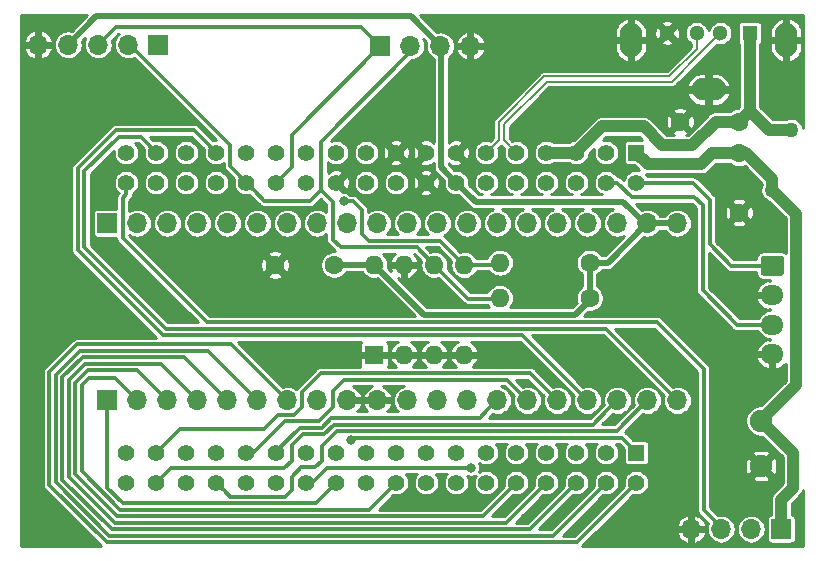
<source format=gbr>
G04 #@! TF.GenerationSoftware,KiCad,Pcbnew,(5.1.4)-1*
G04 #@! TF.CreationDate,2019-11-08T21:42:16-05:00*
G04 #@! TF.ProjectId,PB_16,50425f31-362e-46b6-9963-61645f706362,2*
G04 #@! TF.SameCoordinates,Original*
G04 #@! TF.FileFunction,Copper,L1,Top*
G04 #@! TF.FilePolarity,Positive*
%FSLAX46Y46*%
G04 Gerber Fmt 4.6, Leading zero omitted, Abs format (unit mm)*
G04 Created by KiCad (PCBNEW (5.1.4)-1) date 2019-11-08 21:42:16*
%MOMM*%
%LPD*%
G04 APERTURE LIST*
%ADD10C,1.904000*%
%ADD11O,1.600000X1.600000*%
%ADD12R,1.600000X1.600000*%
%ADD13C,1.600000*%
%ADD14O,1.700000X1.700000*%
%ADD15R,1.700000X1.700000*%
%ADD16O,1.950000X1.700000*%
%ADD17C,0.100000*%
%ADD18C,1.700000*%
%ADD19C,1.408000*%
%ADD20R,1.408000X1.408000*%
%ADD21O,2.900000X1.900000*%
%ADD22O,1.900000X2.900000*%
%ADD23C,1.300000*%
%ADD24R,1.300000X1.300000*%
%ADD25C,1.270000*%
%ADD26C,0.800000*%
%ADD27C,1.000000*%
%ADD28C,0.200000*%
%ADD29C,0.350000*%
%ADD30C,0.500000*%
%ADD31C,0.254000*%
G04 APERTURE END LIST*
D10*
X266050459Y-143745560D03*
X266050459Y-147555560D03*
D11*
X233300000Y-130530000D03*
X240920000Y-138150000D03*
X235840000Y-130530000D03*
X238380000Y-138150000D03*
X238380000Y-130530000D03*
X235840000Y-138150000D03*
X240920000Y-130530000D03*
D12*
X233300000Y-138150000D03*
D11*
X243930000Y-133350000D03*
D13*
X251550000Y-133350000D03*
D11*
X243930000Y-130350000D03*
D13*
X251550000Y-130350000D03*
X224900000Y-130550000D03*
X229900000Y-130550000D03*
D14*
X258960000Y-142000000D03*
X256420000Y-142000000D03*
X253880000Y-142000000D03*
X251340000Y-142000000D03*
X248800000Y-142000000D03*
X246260000Y-142000000D03*
X243720000Y-142000000D03*
X241180000Y-142000000D03*
X238640000Y-142000000D03*
X236100000Y-142000000D03*
X233560000Y-142000000D03*
X231020000Y-142000000D03*
X228480000Y-142000000D03*
X225940000Y-142000000D03*
X223400000Y-142000000D03*
X220860000Y-142000000D03*
X218320000Y-142000000D03*
X215780000Y-142000000D03*
X213240000Y-142000000D03*
D15*
X210700000Y-142000000D03*
D14*
X260130000Y-152900000D03*
X262670000Y-152900000D03*
X265210000Y-152900000D03*
D15*
X267750000Y-152900000D03*
D16*
X267000000Y-138100000D03*
X267000000Y-135600000D03*
X267000000Y-133100000D03*
D17*
G36*
X267749504Y-129751204D02*
G01*
X267773773Y-129754804D01*
X267797571Y-129760765D01*
X267820671Y-129769030D01*
X267842849Y-129779520D01*
X267863893Y-129792133D01*
X267883598Y-129806747D01*
X267901777Y-129823223D01*
X267918253Y-129841402D01*
X267932867Y-129861107D01*
X267945480Y-129882151D01*
X267955970Y-129904329D01*
X267964235Y-129927429D01*
X267970196Y-129951227D01*
X267973796Y-129975496D01*
X267975000Y-130000000D01*
X267975000Y-131200000D01*
X267973796Y-131224504D01*
X267970196Y-131248773D01*
X267964235Y-131272571D01*
X267955970Y-131295671D01*
X267945480Y-131317849D01*
X267932867Y-131338893D01*
X267918253Y-131358598D01*
X267901777Y-131376777D01*
X267883598Y-131393253D01*
X267863893Y-131407867D01*
X267842849Y-131420480D01*
X267820671Y-131430970D01*
X267797571Y-131439235D01*
X267773773Y-131445196D01*
X267749504Y-131448796D01*
X267725000Y-131450000D01*
X266275000Y-131450000D01*
X266250496Y-131448796D01*
X266226227Y-131445196D01*
X266202429Y-131439235D01*
X266179329Y-131430970D01*
X266157151Y-131420480D01*
X266136107Y-131407867D01*
X266116402Y-131393253D01*
X266098223Y-131376777D01*
X266081747Y-131358598D01*
X266067133Y-131338893D01*
X266054520Y-131317849D01*
X266044030Y-131295671D01*
X266035765Y-131272571D01*
X266029804Y-131248773D01*
X266026204Y-131224504D01*
X266025000Y-131200000D01*
X266025000Y-130000000D01*
X266026204Y-129975496D01*
X266029804Y-129951227D01*
X266035765Y-129927429D01*
X266044030Y-129904329D01*
X266054520Y-129882151D01*
X266067133Y-129861107D01*
X266081747Y-129841402D01*
X266098223Y-129823223D01*
X266116402Y-129806747D01*
X266136107Y-129792133D01*
X266157151Y-129779520D01*
X266179329Y-129769030D01*
X266202429Y-129760765D01*
X266226227Y-129754804D01*
X266250496Y-129751204D01*
X266275000Y-129750000D01*
X267725000Y-129750000D01*
X267749504Y-129751204D01*
X267749504Y-129751204D01*
G37*
D18*
X267000000Y-130600000D03*
D19*
X212310000Y-148970000D03*
X212310000Y-146430000D03*
X214850000Y-148970000D03*
X214850000Y-146430000D03*
X217390000Y-148970000D03*
X217390000Y-146430000D03*
X219930000Y-148970000D03*
X219930000Y-146430000D03*
X222470000Y-148970000D03*
X222470000Y-146430000D03*
X225010000Y-148970000D03*
X225010000Y-146430000D03*
X227550000Y-148970000D03*
X227550000Y-146430000D03*
X230090000Y-148970000D03*
X230090000Y-146430000D03*
X232630000Y-148970000D03*
X232630000Y-146430000D03*
X235170000Y-148970000D03*
X235170000Y-146430000D03*
X237710000Y-148970000D03*
X237710000Y-146430000D03*
X240250000Y-148970000D03*
X240250000Y-146430000D03*
X242790000Y-148970000D03*
X242790000Y-146430000D03*
X245330000Y-148970000D03*
X245330000Y-146430000D03*
X247870000Y-148970000D03*
X247870000Y-146430000D03*
X250410000Y-148970000D03*
X250410000Y-146430000D03*
X252950000Y-148970000D03*
X252950000Y-146430000D03*
X255490000Y-148970000D03*
D20*
X255490000Y-146430000D03*
D19*
X212310000Y-123570000D03*
X212310000Y-121030000D03*
X214850000Y-123570000D03*
X214850000Y-121030000D03*
X217390000Y-123570000D03*
X217390000Y-121030000D03*
X219930000Y-123570000D03*
X219930000Y-121030000D03*
X222470000Y-123570000D03*
X222470000Y-121030000D03*
X225010000Y-123570000D03*
X225010000Y-121030000D03*
X227550000Y-123570000D03*
X227550000Y-121030000D03*
X230090000Y-123570000D03*
X230090000Y-121030000D03*
X232630000Y-123570000D03*
X232630000Y-121030000D03*
X235170000Y-123570000D03*
X235170000Y-121030000D03*
X237710000Y-123570000D03*
X237710000Y-121030000D03*
X240250000Y-123570000D03*
X240250000Y-121030000D03*
X242790000Y-123570000D03*
X242790000Y-121030000D03*
X245330000Y-123570000D03*
X245330000Y-121030000D03*
X247870000Y-123570000D03*
X247870000Y-121030000D03*
X250410000Y-123570000D03*
X250410000Y-121030000D03*
X252950000Y-123570000D03*
X252950000Y-121030000D03*
X255490000Y-123570000D03*
D20*
X255490000Y-121030000D03*
D14*
X204840000Y-111900000D03*
X207380000Y-111900000D03*
X209920000Y-111900000D03*
X212460000Y-111900000D03*
D15*
X215000000Y-111900000D03*
D14*
X241440000Y-112000000D03*
X238900000Y-112000000D03*
X236360000Y-112000000D03*
D15*
X233820000Y-112000000D03*
D14*
X258960000Y-127000000D03*
X256420000Y-127000000D03*
X253880000Y-127000000D03*
X251340000Y-127000000D03*
X248800000Y-127000000D03*
X246260000Y-127000000D03*
X243720000Y-127000000D03*
X241180000Y-127000000D03*
X238640000Y-127000000D03*
X236100000Y-127000000D03*
X233560000Y-127000000D03*
X231020000Y-127000000D03*
X228480000Y-127000000D03*
X225940000Y-127000000D03*
X223400000Y-127000000D03*
X220860000Y-127000000D03*
X218320000Y-127000000D03*
X215780000Y-127000000D03*
X213240000Y-127000000D03*
D15*
X210700000Y-127000000D03*
D21*
X261600000Y-115680000D03*
D22*
X255030000Y-111500000D03*
X268170000Y-111500000D03*
D23*
X258100000Y-110900000D03*
X260600000Y-110900000D03*
X262600000Y-110900000D03*
D24*
X265100000Y-110900000D03*
D25*
X268600000Y-119100000D03*
X267000000Y-124200000D03*
D13*
X264200000Y-126100000D03*
X264200000Y-121100000D03*
X259200000Y-118400000D03*
X264200000Y-118400000D03*
D26*
X211150000Y-129450000D03*
X210650000Y-125100000D03*
X263350000Y-150850000D03*
X258850000Y-128850000D03*
X237200000Y-114000000D03*
X214500000Y-125250000D03*
X218900000Y-125200000D03*
X217500000Y-118150000D03*
X226200000Y-140150000D03*
X254200000Y-139850000D03*
X259150000Y-139700000D03*
X258000000Y-144400000D03*
X236400000Y-150500000D03*
X241450000Y-150650000D03*
X207150000Y-153400000D03*
X205150000Y-136650000D03*
X244800000Y-137850000D03*
X217150000Y-130750000D03*
X262300000Y-138400000D03*
X207000000Y-122000000D03*
X208050000Y-131950000D03*
X246100000Y-119100000D03*
X268150000Y-117400000D03*
X248200000Y-152400000D03*
X250200000Y-152950000D03*
X252700000Y-153150000D03*
X244150000Y-151400000D03*
X246050000Y-152000000D03*
X212550000Y-113750000D03*
X248300000Y-137050000D03*
X255050000Y-136500000D03*
X253350000Y-134400000D03*
X253150000Y-131550000D03*
X249800000Y-133600000D03*
X245600000Y-133600000D03*
X252650000Y-128900000D03*
X241700000Y-132200000D03*
X240800000Y-128700000D03*
X239750000Y-133550000D03*
X235150000Y-134350000D03*
X228950000Y-129000000D03*
X223250000Y-137500000D03*
X213400000Y-136200000D03*
X257650000Y-125750000D03*
X267600000Y-128800000D03*
X262700000Y-122600000D03*
X241500000Y-147700000D03*
X231300000Y-145375032D03*
X230700000Y-125150000D03*
D27*
X247870000Y-121030000D02*
X250410000Y-121030000D01*
X265100000Y-110900000D02*
X265100000Y-115600000D01*
X250410000Y-120990000D02*
X250410000Y-121030000D01*
X262200000Y-118400000D02*
X260200000Y-120400000D01*
X260200000Y-120400000D02*
X257700000Y-120400000D01*
X257700000Y-120400000D02*
X256100000Y-118800000D01*
X256100000Y-118800000D02*
X252600000Y-118800000D01*
X264200000Y-118400000D02*
X262200000Y-118400000D01*
X252600000Y-118800000D02*
X250410000Y-120990000D01*
X265100000Y-117500000D02*
X265100000Y-115600000D01*
X264200000Y-118400000D02*
X265100000Y-117500000D01*
X266700000Y-119100000D02*
X268600000Y-119100000D01*
X265100000Y-117500000D02*
X266700000Y-119100000D01*
X266010000Y-143690000D02*
X266000000Y-143690000D01*
X269000000Y-140700000D02*
X266010000Y-143690000D01*
X267000000Y-124200000D02*
X269000000Y-126200000D01*
X269000000Y-126200000D02*
X269000000Y-140700000D01*
X267750000Y-150400000D02*
X267750000Y-152900000D01*
X268750000Y-149400000D02*
X267750000Y-150400000D01*
X266000000Y-143690000D02*
X268750000Y-146440000D01*
X268750000Y-146440000D02*
X268750000Y-149400000D01*
X261900000Y-121100000D02*
X264200000Y-121100000D01*
X261000000Y-122000000D02*
X261900000Y-121100000D01*
X255490000Y-121030000D02*
X256460000Y-122000000D01*
X256460000Y-122000000D02*
X261000000Y-122000000D01*
X267000000Y-123300000D02*
X267000000Y-124200000D01*
X264200000Y-121100000D02*
X264800000Y-121100000D01*
X264800000Y-121100000D02*
X267000000Y-123300000D01*
D28*
X242790000Y-121030000D02*
X243835000Y-119985000D01*
X243835000Y-119985000D02*
X243835000Y-118446800D01*
X243835000Y-118446800D02*
X247706800Y-114575000D01*
X260600000Y-112263603D02*
X260600000Y-110900000D01*
X247706800Y-114575000D02*
X258288603Y-114575000D01*
X258288603Y-114575000D02*
X260600000Y-112263603D01*
X244285000Y-119985000D02*
X244285000Y-118633200D01*
X245330000Y-121030000D02*
X244285000Y-119985000D01*
X244285000Y-118633200D02*
X247893200Y-115025000D01*
X260918198Y-112581802D02*
X262600000Y-110900000D01*
X258475000Y-115025000D02*
X260918198Y-112581802D01*
X247893200Y-115025000D02*
X258475000Y-115025000D01*
D29*
X211650000Y-119700000D02*
X213520000Y-119700000D01*
X215650011Y-135950011D02*
X208750011Y-129050011D01*
X214146001Y-120326001D02*
X214850000Y-121030000D01*
X213520000Y-119700000D02*
X214146001Y-120326001D01*
X208750011Y-129050011D02*
X208750011Y-122599989D01*
X258960000Y-142000000D02*
X252910011Y-135950011D01*
X252910011Y-135950011D02*
X215650011Y-135950011D01*
X208750011Y-122599989D02*
X211650000Y-119700000D01*
X256420000Y-142000000D02*
X253819978Y-144600022D01*
X253819978Y-144600022D02*
X230133476Y-144600022D01*
X228311539Y-147688461D02*
X227089371Y-147688461D01*
X230133476Y-144600022D02*
X228900000Y-145833498D01*
X228900000Y-147100000D02*
X228311539Y-147688461D01*
X225750077Y-150149923D02*
X221109923Y-150149923D01*
X221109923Y-150149923D02*
X220633999Y-149673999D01*
X220633999Y-149673999D02*
X219930000Y-148970000D01*
X228900000Y-145833498D02*
X228900000Y-147100000D01*
X226300000Y-149600000D02*
X225750077Y-150149923D01*
X226300000Y-148477832D02*
X226300000Y-149600000D01*
X227089371Y-147688461D02*
X226300000Y-148477832D01*
X251829989Y-144050011D02*
X253030001Y-142849999D01*
X225700000Y-147700000D02*
X226300000Y-147100000D01*
X253030001Y-142849999D02*
X253880000Y-142000000D01*
X226300000Y-147100000D02*
X226300000Y-145800000D01*
X229080632Y-144875034D02*
X229905654Y-144050011D01*
X214850000Y-148970000D02*
X216120000Y-147700000D01*
X227224966Y-144875034D02*
X229080632Y-144875034D01*
X216120000Y-147700000D02*
X225700000Y-147700000D01*
X226300000Y-145800000D02*
X227224966Y-144875034D01*
X229905654Y-144050011D02*
X251829989Y-144050011D01*
X208200000Y-129277833D02*
X208200000Y-122372167D01*
X245840022Y-136500022D02*
X215422189Y-136500022D01*
X251340000Y-142000000D02*
X245840022Y-136500022D01*
X218049989Y-119149989D02*
X219226001Y-120326001D01*
X211422178Y-119149989D02*
X218049989Y-119149989D01*
X219226001Y-120326001D02*
X219930000Y-121030000D01*
X208200000Y-122372167D02*
X211422178Y-119149989D01*
X215422189Y-136500022D02*
X208200000Y-129277833D01*
X216830000Y-144450000D02*
X214850000Y-146430000D01*
X225174999Y-143225001D02*
X223950000Y-144450000D01*
X246500000Y-139700000D02*
X228800000Y-139700000D01*
X223950000Y-144450000D02*
X216830000Y-144450000D01*
X248800000Y-142000000D02*
X246500000Y-139700000D01*
X228800000Y-139700000D02*
X227200000Y-141300000D01*
X227200000Y-141300000D02*
X227200000Y-142553002D01*
X227200000Y-142553002D02*
X226528001Y-143225001D01*
X226528001Y-143225001D02*
X225174999Y-143225001D01*
X223070000Y-146430000D02*
X222470000Y-146430000D01*
X225724988Y-143775012D02*
X223070000Y-146430000D01*
X244510011Y-140250011D02*
X230749989Y-140250011D01*
X246260000Y-142000000D02*
X244510011Y-140250011D01*
X230749989Y-140250011D02*
X229794999Y-141205001D01*
X229794999Y-141205001D02*
X229794999Y-142605001D01*
X229794999Y-142605001D02*
X228624988Y-143775012D01*
X228624988Y-143775012D02*
X225724988Y-143775012D01*
X242870001Y-142849999D02*
X243720000Y-142000000D01*
X225010000Y-146312167D02*
X226997144Y-144325023D01*
X225010000Y-146430000D02*
X225010000Y-146312167D01*
X226997144Y-144325023D02*
X228852810Y-144325023D01*
X229677832Y-143500000D02*
X242220000Y-143500000D01*
X228852810Y-144325023D02*
X229677832Y-143500000D01*
X242220000Y-143500000D02*
X242870001Y-142849999D01*
X240934315Y-147700000D02*
X241500000Y-147700000D01*
X240934309Y-147699994D02*
X240934315Y-147700000D01*
X229300006Y-147699994D02*
X240934309Y-147699994D01*
X227550000Y-148970000D02*
X228030000Y-148970000D01*
X228030000Y-148970000D02*
X229300006Y-147699994D01*
X255490000Y-146430000D02*
X255470000Y-146430000D01*
X231524999Y-145150033D02*
X231300000Y-145375032D01*
X254250033Y-145150033D02*
X231524999Y-145150033D01*
X255490000Y-146430000D02*
X255490000Y-146390000D01*
X255490000Y-146390000D02*
X254250033Y-145150033D01*
X210633002Y-154000000D02*
X250460000Y-154000000D01*
X205800000Y-149166998D02*
X210633002Y-154000000D01*
X208150055Y-137249945D02*
X205800000Y-139600000D01*
X221189945Y-137249945D02*
X208150055Y-137249945D01*
X225940000Y-142000000D02*
X221189945Y-137249945D01*
X254786001Y-149673999D02*
X255490000Y-148970000D01*
X205800000Y-139600000D02*
X205800000Y-149166998D01*
X250460000Y-154000000D02*
X254786001Y-149673999D01*
X248470011Y-153449989D02*
X210860824Y-153449989D01*
X252950000Y-148970000D02*
X248470011Y-153449989D01*
X210860824Y-153449989D02*
X206350011Y-148939176D01*
X206350011Y-148939176D02*
X206350011Y-139827821D01*
X206350011Y-139827821D02*
X208377876Y-137799956D01*
X208377876Y-137799956D02*
X219199956Y-137799956D01*
X219199956Y-137799956D02*
X222550001Y-141150001D01*
X222550001Y-141150001D02*
X223400000Y-142000000D01*
X246480022Y-152899978D02*
X249706001Y-149673999D01*
X220860000Y-142000000D02*
X217209967Y-138349967D01*
X217209967Y-138349967D02*
X208605697Y-138349967D01*
X211088646Y-152899978D02*
X246480022Y-152899978D01*
X249706001Y-149673999D02*
X250410000Y-148970000D01*
X206900022Y-140055642D02*
X206900022Y-148711354D01*
X206900022Y-148711354D02*
X211088646Y-152899978D01*
X208605697Y-138349967D02*
X206900022Y-140055642D01*
X207450033Y-148483532D02*
X207450033Y-140283463D01*
X244490033Y-152349967D02*
X211316468Y-152349967D01*
X211316468Y-152349967D02*
X207450033Y-148483532D01*
X247870000Y-148970000D02*
X244490033Y-152349967D01*
X217470001Y-141150001D02*
X218320000Y-142000000D01*
X215219978Y-138899978D02*
X217470001Y-141150001D01*
X207450033Y-140283463D02*
X208833518Y-138899978D01*
X208833518Y-138899978D02*
X215219978Y-138899978D01*
X215780000Y-142000000D02*
X213229989Y-139449989D01*
X208000044Y-140511284D02*
X208000044Y-148255710D01*
X209061339Y-139449989D02*
X208000044Y-140511284D01*
X208000044Y-148255710D02*
X211544290Y-151799956D01*
X211544290Y-151799956D02*
X242500044Y-151799956D01*
X244626001Y-149673999D02*
X245330000Y-148970000D01*
X213229989Y-139449989D02*
X209061339Y-139449989D01*
X242500044Y-151799956D02*
X244626001Y-149673999D01*
X208550055Y-140739105D02*
X208550055Y-148027888D01*
X211340000Y-140100000D02*
X209189160Y-140100000D01*
X234466001Y-149673999D02*
X235170000Y-148970000D01*
X232890055Y-151249945D02*
X234466001Y-149673999D01*
X211772112Y-151249945D02*
X232890055Y-151249945D01*
X208550055Y-148027888D02*
X211772112Y-151249945D01*
X209189160Y-140100000D02*
X208550055Y-140739105D01*
X213240000Y-142000000D02*
X211340000Y-140100000D01*
X210700000Y-149400000D02*
X211999934Y-150699934D01*
X229386001Y-149673999D02*
X230090000Y-148970000D01*
X211999934Y-150699934D02*
X228360066Y-150699934D01*
X210700000Y-142000000D02*
X210700000Y-149400000D01*
X228360066Y-150699934D02*
X229386001Y-149673999D01*
D30*
X238960000Y-112060000D02*
X238900000Y-112000000D01*
X240250000Y-123570000D02*
X238960000Y-122280000D01*
X238960000Y-122280000D02*
X238960000Y-112060000D01*
X209780000Y-109500000D02*
X207380000Y-111900000D01*
X238900000Y-112000000D02*
X236400000Y-109500000D01*
X236400000Y-109500000D02*
X209780000Y-109500000D01*
X256420000Y-127000000D02*
X258960000Y-127000000D01*
X256200000Y-127000000D02*
X256420000Y-127000000D01*
X254400000Y-125200000D02*
X256200000Y-127000000D01*
X240250000Y-123570000D02*
X241880000Y-125200000D01*
X241880000Y-125200000D02*
X254400000Y-125200000D01*
X229920000Y-130530000D02*
X229900000Y-130550000D01*
X233300000Y-130530000D02*
X229920000Y-130530000D01*
X237520001Y-134750001D02*
X233300000Y-130530000D01*
X250299999Y-134750001D02*
X237520001Y-134750001D01*
X251550000Y-133500000D02*
X250299999Y-134750001D01*
X251550000Y-130350000D02*
X251550000Y-133500000D01*
X256420000Y-127000000D02*
X253070000Y-130350000D01*
X253070000Y-130350000D02*
X251550000Y-130350000D01*
D29*
X236360000Y-112000000D02*
X236360000Y-112540000D01*
X228800000Y-120100000D02*
X228800000Y-124200000D01*
X228800000Y-124200000D02*
X227900000Y-125100000D01*
X223173999Y-124273999D02*
X222470000Y-123570000D01*
X236360000Y-112540000D02*
X228800000Y-120100000D01*
X227900000Y-125100000D02*
X224000000Y-125100000D01*
X224000000Y-125100000D02*
X223173999Y-124273999D01*
X221766001Y-122866001D02*
X222470000Y-123570000D01*
X221100000Y-122200000D02*
X221766001Y-122866001D01*
X221100000Y-120400000D02*
X221100000Y-122200000D01*
X212460000Y-111900000D02*
X212600000Y-111900000D01*
X212600000Y-111900000D02*
X221100000Y-120400000D01*
X229794999Y-125194999D02*
X228800000Y-124200000D01*
X229794999Y-128394999D02*
X229794999Y-125194999D01*
X230450011Y-129050011D02*
X229794999Y-128394999D01*
X238380000Y-130530000D02*
X236900011Y-129050011D01*
X236900011Y-129050011D02*
X230450011Y-129050011D01*
X241250000Y-133400000D02*
X238380000Y-130530000D01*
X243930000Y-133400000D02*
X241250000Y-133400000D01*
X225713999Y-122866001D02*
X225010000Y-123570000D01*
X226300000Y-122280000D02*
X225713999Y-122866001D01*
X226300000Y-119500000D02*
X226300000Y-122280000D01*
X233820000Y-112000000D02*
X233800000Y-112000000D01*
X233800000Y-112000000D02*
X226300000Y-119500000D01*
X232220000Y-110400000D02*
X233820000Y-112000000D01*
X209920000Y-111900000D02*
X211420000Y-110400000D01*
X211420000Y-110400000D02*
X232220000Y-110400000D01*
X232245001Y-125895001D02*
X231500000Y-125150000D01*
X238890000Y-128500000D02*
X232850000Y-128500000D01*
X232245001Y-127895001D02*
X232245001Y-125895001D01*
X231500000Y-125150000D02*
X230700000Y-125150000D01*
X232850000Y-128500000D02*
X232245001Y-127895001D01*
X240920000Y-130530000D02*
X238890000Y-128500000D01*
X243930000Y-130350000D02*
X243930000Y-130400000D01*
X240920000Y-130530000D02*
X243750000Y-130530000D01*
X243750000Y-130530000D02*
X243930000Y-130350000D01*
X264000000Y-135600000D02*
X267000000Y-135600000D01*
X255100000Y-124800000D02*
X260400000Y-124800000D01*
X260400000Y-124800000D02*
X261100000Y-125500000D01*
X253870000Y-123570000D02*
X255100000Y-124800000D01*
X261100000Y-125500000D02*
X261100000Y-132700000D01*
X252950000Y-123570000D02*
X253870000Y-123570000D01*
X261100000Y-132700000D02*
X264000000Y-135600000D01*
X263500000Y-130600000D02*
X267000000Y-130600000D01*
X261700000Y-128800000D02*
X263500000Y-130600000D01*
X261700000Y-125000000D02*
X261700000Y-128800000D01*
X255490000Y-123570000D02*
X260270000Y-123570000D01*
X260270000Y-123570000D02*
X261700000Y-125000000D01*
X261200000Y-151280000D02*
X262670000Y-152750000D01*
X257250000Y-135400000D02*
X261200000Y-139350000D01*
X262670000Y-152750000D02*
X262670000Y-152900000D01*
X212310000Y-123570000D02*
X212310000Y-124565606D01*
X261200000Y-139350000D02*
X261200000Y-151280000D01*
X219150000Y-135400000D02*
X257250000Y-135400000D01*
X212000000Y-128250000D02*
X219150000Y-135400000D01*
X212000000Y-124875606D02*
X212000000Y-128250000D01*
X212310000Y-124565606D02*
X212000000Y-124875606D01*
D31*
G36*
X260548000Y-125728646D02*
G01*
X260548001Y-132672884D01*
X260545330Y-132700000D01*
X260555989Y-132808210D01*
X260587552Y-132912262D01*
X260638809Y-133008157D01*
X260638810Y-133008158D01*
X260707790Y-133092211D01*
X260728852Y-133109496D01*
X263590508Y-135971154D01*
X263607789Y-135992211D01*
X263628845Y-136009491D01*
X263691841Y-136061191D01*
X263743098Y-136088588D01*
X263787737Y-136112448D01*
X263891789Y-136144012D01*
X263972891Y-136152000D01*
X263972901Y-136152000D01*
X263999999Y-136154669D01*
X264027097Y-136152000D01*
X265778771Y-136152000D01*
X265849851Y-136284983D01*
X266003183Y-136471817D01*
X266190017Y-136625149D01*
X266403176Y-136739084D01*
X266634466Y-136809245D01*
X266814732Y-136827000D01*
X266822998Y-136827000D01*
X266822998Y-136927333D01*
X266623183Y-136842495D01*
X266382695Y-136915785D01*
X266161126Y-137034583D01*
X265966990Y-137194325D01*
X265807749Y-137388871D01*
X265689522Y-137610745D01*
X265645608Y-137726077D01*
X265712144Y-137923000D01*
X266823000Y-137923000D01*
X266823000Y-137903000D01*
X267177000Y-137903000D01*
X267177000Y-137923000D01*
X267197000Y-137923000D01*
X267197000Y-138277000D01*
X267177000Y-138277000D01*
X267177000Y-139272666D01*
X267376817Y-139357505D01*
X267617305Y-139284215D01*
X267838874Y-139165417D01*
X268033010Y-139005675D01*
X268123001Y-138895732D01*
X268123001Y-140336734D01*
X266043175Y-142416560D01*
X265919564Y-142416560D01*
X265662804Y-142467633D01*
X265420942Y-142567816D01*
X265203271Y-142713259D01*
X265018158Y-142898372D01*
X264872715Y-143116043D01*
X264772532Y-143357905D01*
X264721459Y-143614665D01*
X264721459Y-143876455D01*
X264772532Y-144133215D01*
X264872715Y-144375077D01*
X265018158Y-144592748D01*
X265203271Y-144777861D01*
X265420942Y-144923304D01*
X265662804Y-145023487D01*
X265919564Y-145074560D01*
X266144295Y-145074560D01*
X267873000Y-146803265D01*
X267873001Y-149036734D01*
X267160332Y-149749403D01*
X267126867Y-149776867D01*
X267017273Y-149910409D01*
X266947090Y-150041713D01*
X266935838Y-150062764D01*
X266885690Y-150228078D01*
X266868757Y-150400000D01*
X266873000Y-150443080D01*
X266873001Y-151673835D01*
X266826095Y-151678455D01*
X266755030Y-151700012D01*
X266689537Y-151735019D01*
X266632131Y-151782131D01*
X266585019Y-151839537D01*
X266550012Y-151905030D01*
X266528455Y-151976095D01*
X266521176Y-152050000D01*
X266521176Y-153750000D01*
X266528455Y-153823905D01*
X266550012Y-153894970D01*
X266585019Y-153960463D01*
X266632131Y-154017869D01*
X266689537Y-154064981D01*
X266755030Y-154099988D01*
X266826095Y-154121545D01*
X266900000Y-154128824D01*
X268600000Y-154128824D01*
X268673905Y-154121545D01*
X268744970Y-154099988D01*
X268810463Y-154064981D01*
X268867869Y-154017869D01*
X268914981Y-153960463D01*
X268949988Y-153894970D01*
X268971545Y-153823905D01*
X268978824Y-153750000D01*
X268978824Y-152050000D01*
X268971545Y-151976095D01*
X268949988Y-151905030D01*
X268914981Y-151839537D01*
X268867869Y-151782131D01*
X268810463Y-151735019D01*
X268744970Y-151700012D01*
X268673905Y-151678455D01*
X268627000Y-151673835D01*
X268627000Y-150763265D01*
X269339668Y-150050597D01*
X269373133Y-150023133D01*
X269482727Y-149889592D01*
X269564162Y-149737237D01*
X269583345Y-149673999D01*
X269598000Y-149625689D01*
X269598000Y-154348000D01*
X250892644Y-154348000D01*
X251966720Y-153273924D01*
X258900600Y-153273924D01*
X258997172Y-153506583D01*
X259137277Y-153715931D01*
X259315532Y-153893924D01*
X259525087Y-154033721D01*
X259756077Y-154129392D01*
X259953000Y-154062856D01*
X259953000Y-153077000D01*
X260307000Y-153077000D01*
X260307000Y-154062856D01*
X260503923Y-154129392D01*
X260734913Y-154033721D01*
X260944468Y-153893924D01*
X261122723Y-153715931D01*
X261262828Y-153506583D01*
X261359400Y-153273924D01*
X261294009Y-153077000D01*
X260307000Y-153077000D01*
X259953000Y-153077000D01*
X258965991Y-153077000D01*
X258900600Y-153273924D01*
X251966720Y-153273924D01*
X252714568Y-152526076D01*
X258900600Y-152526076D01*
X258965991Y-152723000D01*
X259953000Y-152723000D01*
X259953000Y-151737144D01*
X260307000Y-151737144D01*
X260307000Y-152723000D01*
X261294009Y-152723000D01*
X261359400Y-152526076D01*
X261262828Y-152293417D01*
X261122723Y-152084069D01*
X260944468Y-151906076D01*
X260734913Y-151766279D01*
X260503923Y-151670608D01*
X260307000Y-151737144D01*
X259953000Y-151737144D01*
X259756077Y-151670608D01*
X259525087Y-151766279D01*
X259315532Y-151906076D01*
X259137277Y-152084069D01*
X258997172Y-152293417D01*
X258900600Y-152526076D01*
X252714568Y-152526076D01*
X255195492Y-150045154D01*
X255195501Y-150045143D01*
X255221812Y-150018832D01*
X255383531Y-150051000D01*
X255596469Y-150051000D01*
X255805316Y-150009457D01*
X256002045Y-149927969D01*
X256179097Y-149809667D01*
X256329667Y-149659097D01*
X256447969Y-149482045D01*
X256529457Y-149285316D01*
X256571000Y-149076469D01*
X256571000Y-148863531D01*
X256529457Y-148654684D01*
X256447969Y-148457955D01*
X256329667Y-148280903D01*
X256179097Y-148130333D01*
X256002045Y-148012031D01*
X255805316Y-147930543D01*
X255596469Y-147889000D01*
X255383531Y-147889000D01*
X255174684Y-147930543D01*
X254977955Y-148012031D01*
X254800903Y-148130333D01*
X254650333Y-148280903D01*
X254532031Y-148457955D01*
X254450543Y-148654684D01*
X254409000Y-148863531D01*
X254409000Y-149076469D01*
X254441168Y-149238188D01*
X254414857Y-149264499D01*
X254414846Y-149264508D01*
X250231356Y-153448000D01*
X249252644Y-153448000D01*
X252681814Y-150018832D01*
X252843531Y-150051000D01*
X253056469Y-150051000D01*
X253265316Y-150009457D01*
X253462045Y-149927969D01*
X253639097Y-149809667D01*
X253789667Y-149659097D01*
X253907969Y-149482045D01*
X253989457Y-149285316D01*
X254031000Y-149076469D01*
X254031000Y-148863531D01*
X253989457Y-148654684D01*
X253907969Y-148457955D01*
X253789667Y-148280903D01*
X253639097Y-148130333D01*
X253462045Y-148012031D01*
X253265316Y-147930543D01*
X253056469Y-147889000D01*
X252843531Y-147889000D01*
X252634684Y-147930543D01*
X252437955Y-148012031D01*
X252260903Y-148130333D01*
X252110333Y-148280903D01*
X251992031Y-148457955D01*
X251910543Y-148654684D01*
X251869000Y-148863531D01*
X251869000Y-149076469D01*
X251901168Y-149238186D01*
X248241367Y-152897989D01*
X247262655Y-152897989D01*
X250115492Y-150045154D01*
X250115501Y-150045143D01*
X250141812Y-150018832D01*
X250303531Y-150051000D01*
X250516469Y-150051000D01*
X250725316Y-150009457D01*
X250922045Y-149927969D01*
X251099097Y-149809667D01*
X251249667Y-149659097D01*
X251367969Y-149482045D01*
X251449457Y-149285316D01*
X251491000Y-149076469D01*
X251491000Y-148863531D01*
X251449457Y-148654684D01*
X251367969Y-148457955D01*
X251249667Y-148280903D01*
X251099097Y-148130333D01*
X250922045Y-148012031D01*
X250725316Y-147930543D01*
X250516469Y-147889000D01*
X250303531Y-147889000D01*
X250094684Y-147930543D01*
X249897955Y-148012031D01*
X249720903Y-148130333D01*
X249570333Y-148280903D01*
X249452031Y-148457955D01*
X249370543Y-148654684D01*
X249329000Y-148863531D01*
X249329000Y-149076469D01*
X249361168Y-149238188D01*
X249334857Y-149264499D01*
X249334846Y-149264508D01*
X246251378Y-152347978D01*
X245272666Y-152347978D01*
X247601814Y-150018832D01*
X247763531Y-150051000D01*
X247976469Y-150051000D01*
X248185316Y-150009457D01*
X248382045Y-149927969D01*
X248559097Y-149809667D01*
X248709667Y-149659097D01*
X248827969Y-149482045D01*
X248909457Y-149285316D01*
X248951000Y-149076469D01*
X248951000Y-148863531D01*
X248909457Y-148654684D01*
X248827969Y-148457955D01*
X248709667Y-148280903D01*
X248559097Y-148130333D01*
X248382045Y-148012031D01*
X248185316Y-147930543D01*
X247976469Y-147889000D01*
X247763531Y-147889000D01*
X247554684Y-147930543D01*
X247357955Y-148012031D01*
X247180903Y-148130333D01*
X247030333Y-148280903D01*
X246912031Y-148457955D01*
X246830543Y-148654684D01*
X246789000Y-148863531D01*
X246789000Y-149076469D01*
X246821168Y-149238186D01*
X244261389Y-151797967D01*
X243282677Y-151797967D01*
X245035492Y-150045154D01*
X245035501Y-150045143D01*
X245061812Y-150018832D01*
X245223531Y-150051000D01*
X245436469Y-150051000D01*
X245645316Y-150009457D01*
X245842045Y-149927969D01*
X246019097Y-149809667D01*
X246169667Y-149659097D01*
X246287969Y-149482045D01*
X246369457Y-149285316D01*
X246411000Y-149076469D01*
X246411000Y-148863531D01*
X246369457Y-148654684D01*
X246287969Y-148457955D01*
X246169667Y-148280903D01*
X246019097Y-148130333D01*
X245842045Y-148012031D01*
X245645316Y-147930543D01*
X245436469Y-147889000D01*
X245223531Y-147889000D01*
X245014684Y-147930543D01*
X244817955Y-148012031D01*
X244640903Y-148130333D01*
X244490333Y-148280903D01*
X244372031Y-148457955D01*
X244290543Y-148654684D01*
X244249000Y-148863531D01*
X244249000Y-149076469D01*
X244281168Y-149238188D01*
X244254857Y-149264499D01*
X244254846Y-149264508D01*
X242271400Y-151247956D01*
X233672689Y-151247956D01*
X234875492Y-150045154D01*
X234875501Y-150045143D01*
X234901812Y-150018832D01*
X235063531Y-150051000D01*
X235276469Y-150051000D01*
X235485316Y-150009457D01*
X235682045Y-149927969D01*
X235859097Y-149809667D01*
X236009667Y-149659097D01*
X236127969Y-149482045D01*
X236209457Y-149285316D01*
X236251000Y-149076469D01*
X236251000Y-148863531D01*
X236209457Y-148654684D01*
X236127969Y-148457955D01*
X236009667Y-148280903D01*
X235980758Y-148251994D01*
X236899242Y-148251994D01*
X236870333Y-148280903D01*
X236752031Y-148457955D01*
X236670543Y-148654684D01*
X236629000Y-148863531D01*
X236629000Y-149076469D01*
X236670543Y-149285316D01*
X236752031Y-149482045D01*
X236870333Y-149659097D01*
X237020903Y-149809667D01*
X237197955Y-149927969D01*
X237394684Y-150009457D01*
X237603531Y-150051000D01*
X237816469Y-150051000D01*
X238025316Y-150009457D01*
X238222045Y-149927969D01*
X238399097Y-149809667D01*
X238549667Y-149659097D01*
X238667969Y-149482045D01*
X238749457Y-149285316D01*
X238791000Y-149076469D01*
X238791000Y-148863531D01*
X238749457Y-148654684D01*
X238667969Y-148457955D01*
X238549667Y-148280903D01*
X238520758Y-148251994D01*
X239439242Y-148251994D01*
X239410333Y-148280903D01*
X239292031Y-148457955D01*
X239210543Y-148654684D01*
X239169000Y-148863531D01*
X239169000Y-149076469D01*
X239210543Y-149285316D01*
X239292031Y-149482045D01*
X239410333Y-149659097D01*
X239560903Y-149809667D01*
X239737955Y-149927969D01*
X239934684Y-150009457D01*
X240143531Y-150051000D01*
X240356469Y-150051000D01*
X240565316Y-150009457D01*
X240762045Y-149927969D01*
X240939097Y-149809667D01*
X241089667Y-149659097D01*
X241207969Y-149482045D01*
X241289457Y-149285316D01*
X241331000Y-149076469D01*
X241331000Y-148863531D01*
X241289457Y-148654684D01*
X241207969Y-148457955D01*
X241172955Y-148405553D01*
X241273357Y-148447141D01*
X241423472Y-148477000D01*
X241576528Y-148477000D01*
X241726643Y-148447141D01*
X241868048Y-148388569D01*
X241886737Y-148376081D01*
X241832031Y-148457955D01*
X241750543Y-148654684D01*
X241709000Y-148863531D01*
X241709000Y-149076469D01*
X241750543Y-149285316D01*
X241832031Y-149482045D01*
X241950333Y-149659097D01*
X242100903Y-149809667D01*
X242277955Y-149927969D01*
X242474684Y-150009457D01*
X242683531Y-150051000D01*
X242896469Y-150051000D01*
X243105316Y-150009457D01*
X243302045Y-149927969D01*
X243479097Y-149809667D01*
X243629667Y-149659097D01*
X243747969Y-149482045D01*
X243829457Y-149285316D01*
X243871000Y-149076469D01*
X243871000Y-148863531D01*
X243829457Y-148654684D01*
X243747969Y-148457955D01*
X243629667Y-148280903D01*
X243479097Y-148130333D01*
X243302045Y-148012031D01*
X243105316Y-147930543D01*
X242896469Y-147889000D01*
X242683531Y-147889000D01*
X242474684Y-147930543D01*
X242277955Y-148012031D01*
X242184092Y-148074748D01*
X242188569Y-148068048D01*
X242247141Y-147926643D01*
X242277000Y-147776528D01*
X242277000Y-147623472D01*
X242247141Y-147473357D01*
X242188569Y-147331952D01*
X242184092Y-147325252D01*
X242277955Y-147387969D01*
X242474684Y-147469457D01*
X242683531Y-147511000D01*
X242896469Y-147511000D01*
X243105316Y-147469457D01*
X243302045Y-147387969D01*
X243479097Y-147269667D01*
X243629667Y-147119097D01*
X243747969Y-146942045D01*
X243829457Y-146745316D01*
X243871000Y-146536469D01*
X243871000Y-146323531D01*
X243829457Y-146114684D01*
X243747969Y-145917955D01*
X243629667Y-145740903D01*
X243590797Y-145702033D01*
X244529203Y-145702033D01*
X244490333Y-145740903D01*
X244372031Y-145917955D01*
X244290543Y-146114684D01*
X244249000Y-146323531D01*
X244249000Y-146536469D01*
X244290543Y-146745316D01*
X244372031Y-146942045D01*
X244490333Y-147119097D01*
X244640903Y-147269667D01*
X244817955Y-147387969D01*
X245014684Y-147469457D01*
X245223531Y-147511000D01*
X245436469Y-147511000D01*
X245645316Y-147469457D01*
X245842045Y-147387969D01*
X246019097Y-147269667D01*
X246169667Y-147119097D01*
X246287969Y-146942045D01*
X246369457Y-146745316D01*
X246411000Y-146536469D01*
X246411000Y-146323531D01*
X246369457Y-146114684D01*
X246287969Y-145917955D01*
X246169667Y-145740903D01*
X246130797Y-145702033D01*
X247069203Y-145702033D01*
X247030333Y-145740903D01*
X246912031Y-145917955D01*
X246830543Y-146114684D01*
X246789000Y-146323531D01*
X246789000Y-146536469D01*
X246830543Y-146745316D01*
X246912031Y-146942045D01*
X247030333Y-147119097D01*
X247180903Y-147269667D01*
X247357955Y-147387969D01*
X247554684Y-147469457D01*
X247763531Y-147511000D01*
X247976469Y-147511000D01*
X248185316Y-147469457D01*
X248382045Y-147387969D01*
X248559097Y-147269667D01*
X248709667Y-147119097D01*
X248827969Y-146942045D01*
X248909457Y-146745316D01*
X248951000Y-146536469D01*
X248951000Y-146323531D01*
X248909457Y-146114684D01*
X248827969Y-145917955D01*
X248709667Y-145740903D01*
X248670797Y-145702033D01*
X249609203Y-145702033D01*
X249570333Y-145740903D01*
X249452031Y-145917955D01*
X249370543Y-146114684D01*
X249329000Y-146323531D01*
X249329000Y-146536469D01*
X249370543Y-146745316D01*
X249452031Y-146942045D01*
X249570333Y-147119097D01*
X249720903Y-147269667D01*
X249897955Y-147387969D01*
X250094684Y-147469457D01*
X250303531Y-147511000D01*
X250516469Y-147511000D01*
X250725316Y-147469457D01*
X250922045Y-147387969D01*
X251099097Y-147269667D01*
X251249667Y-147119097D01*
X251367969Y-146942045D01*
X251449457Y-146745316D01*
X251491000Y-146536469D01*
X251491000Y-146323531D01*
X251449457Y-146114684D01*
X251367969Y-145917955D01*
X251249667Y-145740903D01*
X251210797Y-145702033D01*
X252149203Y-145702033D01*
X252110333Y-145740903D01*
X251992031Y-145917955D01*
X251910543Y-146114684D01*
X251869000Y-146323531D01*
X251869000Y-146536469D01*
X251910543Y-146745316D01*
X251992031Y-146942045D01*
X252110333Y-147119097D01*
X252260903Y-147269667D01*
X252437955Y-147387969D01*
X252634684Y-147469457D01*
X252843531Y-147511000D01*
X253056469Y-147511000D01*
X253265316Y-147469457D01*
X253462045Y-147387969D01*
X253639097Y-147269667D01*
X253789667Y-147119097D01*
X253907969Y-146942045D01*
X253989457Y-146745316D01*
X254031000Y-146536469D01*
X254031000Y-146323531D01*
X253989457Y-146114684D01*
X253907969Y-145917955D01*
X253789667Y-145740903D01*
X253750797Y-145702033D01*
X254021389Y-145702033D01*
X254407176Y-146087821D01*
X254407176Y-147134000D01*
X254414455Y-147207905D01*
X254436012Y-147278970D01*
X254471019Y-147344463D01*
X254518131Y-147401869D01*
X254575537Y-147448981D01*
X254641030Y-147483988D01*
X254712095Y-147505545D01*
X254786000Y-147512824D01*
X256194000Y-147512824D01*
X256267905Y-147505545D01*
X256338970Y-147483988D01*
X256404463Y-147448981D01*
X256461869Y-147401869D01*
X256508981Y-147344463D01*
X256543988Y-147278970D01*
X256565545Y-147207905D01*
X256572824Y-147134000D01*
X256572824Y-145726000D01*
X256565545Y-145652095D01*
X256543988Y-145581030D01*
X256508981Y-145515537D01*
X256461869Y-145458131D01*
X256404463Y-145411019D01*
X256338970Y-145376012D01*
X256267905Y-145354455D01*
X256194000Y-145347176D01*
X255227821Y-145347176D01*
X254659533Y-144778889D01*
X254642244Y-144757822D01*
X254558191Y-144688842D01*
X254527961Y-144672684D01*
X256035172Y-143165474D01*
X256179466Y-143209245D01*
X256359732Y-143227000D01*
X256480268Y-143227000D01*
X256660534Y-143209245D01*
X256891824Y-143139084D01*
X257104983Y-143025149D01*
X257291817Y-142871817D01*
X257445149Y-142684983D01*
X257559084Y-142471824D01*
X257629245Y-142240534D01*
X257652936Y-142000000D01*
X257629245Y-141759466D01*
X257559084Y-141528176D01*
X257445149Y-141315017D01*
X257291817Y-141128183D01*
X257104983Y-140974851D01*
X256891824Y-140860916D01*
X256660534Y-140790755D01*
X256480268Y-140773000D01*
X256359732Y-140773000D01*
X256179466Y-140790755D01*
X255948176Y-140860916D01*
X255735017Y-140974851D01*
X255548183Y-141128183D01*
X255394851Y-141315017D01*
X255280916Y-141528176D01*
X255210755Y-141759466D01*
X255187064Y-142000000D01*
X255210755Y-142240534D01*
X255254526Y-142384828D01*
X253591334Y-144048022D01*
X252612623Y-144048022D01*
X253439492Y-143221154D01*
X253439501Y-143221143D01*
X253495171Y-143165474D01*
X253639466Y-143209245D01*
X253819732Y-143227000D01*
X253940268Y-143227000D01*
X254120534Y-143209245D01*
X254351824Y-143139084D01*
X254564983Y-143025149D01*
X254751817Y-142871817D01*
X254905149Y-142684983D01*
X255019084Y-142471824D01*
X255089245Y-142240534D01*
X255112936Y-142000000D01*
X255089245Y-141759466D01*
X255019084Y-141528176D01*
X254905149Y-141315017D01*
X254751817Y-141128183D01*
X254564983Y-140974851D01*
X254351824Y-140860916D01*
X254120534Y-140790755D01*
X253940268Y-140773000D01*
X253819732Y-140773000D01*
X253639466Y-140790755D01*
X253408176Y-140860916D01*
X253195017Y-140974851D01*
X253008183Y-141128183D01*
X252854851Y-141315017D01*
X252740916Y-141528176D01*
X252670755Y-141759466D01*
X252647064Y-142000000D01*
X252670755Y-142240534D01*
X252714526Y-142384829D01*
X252658857Y-142440499D01*
X252658846Y-142440508D01*
X251601345Y-143498011D01*
X243002634Y-143498011D01*
X243279492Y-143221154D01*
X243279501Y-143221143D01*
X243335171Y-143165474D01*
X243479466Y-143209245D01*
X243659732Y-143227000D01*
X243780268Y-143227000D01*
X243960534Y-143209245D01*
X244191824Y-143139084D01*
X244404983Y-143025149D01*
X244591817Y-142871817D01*
X244745149Y-142684983D01*
X244859084Y-142471824D01*
X244929245Y-142240534D01*
X244952936Y-142000000D01*
X244929245Y-141759466D01*
X244859084Y-141528176D01*
X244745149Y-141315017D01*
X244591817Y-141128183D01*
X244404983Y-140974851D01*
X244191824Y-140860916D01*
X243997640Y-140802011D01*
X244281367Y-140802011D01*
X245094526Y-141615171D01*
X245050755Y-141759466D01*
X245027064Y-142000000D01*
X245050755Y-142240534D01*
X245120916Y-142471824D01*
X245234851Y-142684983D01*
X245388183Y-142871817D01*
X245575017Y-143025149D01*
X245788176Y-143139084D01*
X246019466Y-143209245D01*
X246199732Y-143227000D01*
X246320268Y-143227000D01*
X246500534Y-143209245D01*
X246731824Y-143139084D01*
X246944983Y-143025149D01*
X247131817Y-142871817D01*
X247285149Y-142684983D01*
X247399084Y-142471824D01*
X247469245Y-142240534D01*
X247492936Y-142000000D01*
X247469245Y-141759466D01*
X247399084Y-141528176D01*
X247285149Y-141315017D01*
X247131817Y-141128183D01*
X246944983Y-140974851D01*
X246731824Y-140860916D01*
X246500534Y-140790755D01*
X246320268Y-140773000D01*
X246199732Y-140773000D01*
X246019466Y-140790755D01*
X245875171Y-140834526D01*
X245292644Y-140252000D01*
X246271356Y-140252000D01*
X247634526Y-141615172D01*
X247590755Y-141759466D01*
X247567064Y-142000000D01*
X247590755Y-142240534D01*
X247660916Y-142471824D01*
X247774851Y-142684983D01*
X247928183Y-142871817D01*
X248115017Y-143025149D01*
X248328176Y-143139084D01*
X248559466Y-143209245D01*
X248739732Y-143227000D01*
X248860268Y-143227000D01*
X249040534Y-143209245D01*
X249271824Y-143139084D01*
X249484983Y-143025149D01*
X249671817Y-142871817D01*
X249825149Y-142684983D01*
X249939084Y-142471824D01*
X250009245Y-142240534D01*
X250032936Y-142000000D01*
X250009245Y-141759466D01*
X249939084Y-141528176D01*
X249825149Y-141315017D01*
X249671817Y-141128183D01*
X249484983Y-140974851D01*
X249271824Y-140860916D01*
X249040534Y-140790755D01*
X248860268Y-140773000D01*
X248739732Y-140773000D01*
X248559466Y-140790755D01*
X248415172Y-140834526D01*
X246909500Y-139328856D01*
X246892211Y-139307789D01*
X246808158Y-139238809D01*
X246712263Y-139187552D01*
X246608211Y-139155988D01*
X246527109Y-139148000D01*
X246527106Y-139148000D01*
X246500000Y-139145330D01*
X246472894Y-139148000D01*
X241639184Y-139148000D01*
X241697385Y-139109645D01*
X241869665Y-138939545D01*
X242005450Y-138739104D01*
X242099522Y-138516024D01*
X242033509Y-138327000D01*
X241097000Y-138327000D01*
X241097000Y-138347000D01*
X240743000Y-138347000D01*
X240743000Y-138327000D01*
X239806491Y-138327000D01*
X239740478Y-138516024D01*
X239834550Y-138739104D01*
X239970335Y-138939545D01*
X240142615Y-139109645D01*
X240200816Y-139148000D01*
X239099184Y-139148000D01*
X239157385Y-139109645D01*
X239329665Y-138939545D01*
X239465450Y-138739104D01*
X239559522Y-138516024D01*
X239493509Y-138327000D01*
X238557000Y-138327000D01*
X238557000Y-138347000D01*
X238203000Y-138347000D01*
X238203000Y-138327000D01*
X237266491Y-138327000D01*
X237200478Y-138516024D01*
X237294550Y-138739104D01*
X237430335Y-138939545D01*
X237602615Y-139109645D01*
X237660816Y-139148000D01*
X236559184Y-139148000D01*
X236617385Y-139109645D01*
X236789665Y-138939545D01*
X236925450Y-138739104D01*
X237019522Y-138516024D01*
X236953509Y-138327000D01*
X236017000Y-138327000D01*
X236017000Y-138347000D01*
X235663000Y-138347000D01*
X235663000Y-138327000D01*
X234726491Y-138327000D01*
X234660478Y-138516024D01*
X234754550Y-138739104D01*
X234890335Y-138939545D01*
X235062615Y-139109645D01*
X235120816Y-139148000D01*
X234487408Y-139148000D01*
X234503832Y-139117273D01*
X234528706Y-139035275D01*
X234537105Y-138950000D01*
X234535000Y-138435750D01*
X234426250Y-138327000D01*
X233477000Y-138327000D01*
X233477000Y-138347000D01*
X233123000Y-138347000D01*
X233123000Y-138327000D01*
X232173750Y-138327000D01*
X232065000Y-138435750D01*
X232062895Y-138950000D01*
X232071294Y-139035275D01*
X232096168Y-139117273D01*
X232112592Y-139148000D01*
X228827108Y-139148000D01*
X228800000Y-139145330D01*
X228691789Y-139155988D01*
X228587737Y-139187552D01*
X228491842Y-139238809D01*
X228467142Y-139259080D01*
X228407789Y-139307789D01*
X228390508Y-139328846D01*
X226828856Y-140890500D01*
X226807789Y-140907789D01*
X226738809Y-140991842D01*
X226710415Y-141044964D01*
X226624983Y-140974851D01*
X226411824Y-140860916D01*
X226180534Y-140790755D01*
X226000268Y-140773000D01*
X225879732Y-140773000D01*
X225699466Y-140790755D01*
X225555172Y-140834526D01*
X221772666Y-137052022D01*
X232181809Y-137052022D01*
X232136560Y-137107157D01*
X232096168Y-137182727D01*
X232071294Y-137264725D01*
X232062895Y-137350000D01*
X232065000Y-137864250D01*
X232173750Y-137973000D01*
X233123000Y-137973000D01*
X233123000Y-137953000D01*
X233477000Y-137953000D01*
X233477000Y-137973000D01*
X234426250Y-137973000D01*
X234535000Y-137864250D01*
X234537105Y-137350000D01*
X234528706Y-137264725D01*
X234503832Y-137182727D01*
X234463440Y-137107157D01*
X234418191Y-137052022D01*
X235277113Y-137052022D01*
X235264770Y-137057134D01*
X235062615Y-137190355D01*
X234890335Y-137360455D01*
X234754550Y-137560896D01*
X234660478Y-137783976D01*
X234726491Y-137973000D01*
X235663000Y-137973000D01*
X235663000Y-137953000D01*
X236017000Y-137953000D01*
X236017000Y-137973000D01*
X236953509Y-137973000D01*
X237019522Y-137783976D01*
X236925450Y-137560896D01*
X236789665Y-137360455D01*
X236617385Y-137190355D01*
X236415230Y-137057134D01*
X236402887Y-137052022D01*
X237817113Y-137052022D01*
X237804770Y-137057134D01*
X237602615Y-137190355D01*
X237430335Y-137360455D01*
X237294550Y-137560896D01*
X237200478Y-137783976D01*
X237266491Y-137973000D01*
X238203000Y-137973000D01*
X238203000Y-137953000D01*
X238557000Y-137953000D01*
X238557000Y-137973000D01*
X239493509Y-137973000D01*
X239559522Y-137783976D01*
X239465450Y-137560896D01*
X239329665Y-137360455D01*
X239157385Y-137190355D01*
X238955230Y-137057134D01*
X238942887Y-137052022D01*
X240357113Y-137052022D01*
X240344770Y-137057134D01*
X240142615Y-137190355D01*
X239970335Y-137360455D01*
X239834550Y-137560896D01*
X239740478Y-137783976D01*
X239806491Y-137973000D01*
X240743000Y-137973000D01*
X240743000Y-137953000D01*
X241097000Y-137953000D01*
X241097000Y-137973000D01*
X242033509Y-137973000D01*
X242099522Y-137783976D01*
X242005450Y-137560896D01*
X241869665Y-137360455D01*
X241697385Y-137190355D01*
X241495230Y-137057134D01*
X241482887Y-137052022D01*
X245611378Y-137052022D01*
X250174526Y-141615172D01*
X250130755Y-141759466D01*
X250107064Y-142000000D01*
X250130755Y-142240534D01*
X250200916Y-142471824D01*
X250314851Y-142684983D01*
X250468183Y-142871817D01*
X250655017Y-143025149D01*
X250868176Y-143139084D01*
X251099466Y-143209245D01*
X251279732Y-143227000D01*
X251400268Y-143227000D01*
X251580534Y-143209245D01*
X251811824Y-143139084D01*
X252024983Y-143025149D01*
X252211817Y-142871817D01*
X252365149Y-142684983D01*
X252479084Y-142471824D01*
X252549245Y-142240534D01*
X252572936Y-142000000D01*
X252549245Y-141759466D01*
X252479084Y-141528176D01*
X252365149Y-141315017D01*
X252211817Y-141128183D01*
X252024983Y-140974851D01*
X251811824Y-140860916D01*
X251580534Y-140790755D01*
X251400268Y-140773000D01*
X251279732Y-140773000D01*
X251099466Y-140790755D01*
X250955172Y-140834526D01*
X246622655Y-136502011D01*
X252681367Y-136502011D01*
X257794526Y-141615172D01*
X257750755Y-141759466D01*
X257727064Y-142000000D01*
X257750755Y-142240534D01*
X257820916Y-142471824D01*
X257934851Y-142684983D01*
X258088183Y-142871817D01*
X258275017Y-143025149D01*
X258488176Y-143139084D01*
X258719466Y-143209245D01*
X258899732Y-143227000D01*
X259020268Y-143227000D01*
X259200534Y-143209245D01*
X259431824Y-143139084D01*
X259644983Y-143025149D01*
X259831817Y-142871817D01*
X259985149Y-142684983D01*
X260099084Y-142471824D01*
X260169245Y-142240534D01*
X260192936Y-142000000D01*
X260169245Y-141759466D01*
X260099084Y-141528176D01*
X259985149Y-141315017D01*
X259831817Y-141128183D01*
X259644983Y-140974851D01*
X259431824Y-140860916D01*
X259200534Y-140790755D01*
X259020268Y-140773000D01*
X258899732Y-140773000D01*
X258719466Y-140790755D01*
X258575172Y-140834526D01*
X253692644Y-135952000D01*
X257021356Y-135952000D01*
X260648000Y-139578646D01*
X260648001Y-151252884D01*
X260645330Y-151280000D01*
X260655989Y-151388210D01*
X260687552Y-151492262D01*
X260722745Y-151558103D01*
X260738810Y-151588158D01*
X260807790Y-151672211D01*
X260828852Y-151689496D01*
X261543670Y-152404315D01*
X261530916Y-152428176D01*
X261460755Y-152659466D01*
X261437064Y-152900000D01*
X261460755Y-153140534D01*
X261530916Y-153371824D01*
X261644851Y-153584983D01*
X261798183Y-153771817D01*
X261985017Y-153925149D01*
X262198176Y-154039084D01*
X262429466Y-154109245D01*
X262609732Y-154127000D01*
X262730268Y-154127000D01*
X262910534Y-154109245D01*
X263141824Y-154039084D01*
X263354983Y-153925149D01*
X263541817Y-153771817D01*
X263695149Y-153584983D01*
X263809084Y-153371824D01*
X263879245Y-153140534D01*
X263902936Y-152900000D01*
X263977064Y-152900000D01*
X264000755Y-153140534D01*
X264070916Y-153371824D01*
X264184851Y-153584983D01*
X264338183Y-153771817D01*
X264525017Y-153925149D01*
X264738176Y-154039084D01*
X264969466Y-154109245D01*
X265149732Y-154127000D01*
X265270268Y-154127000D01*
X265450534Y-154109245D01*
X265681824Y-154039084D01*
X265894983Y-153925149D01*
X266081817Y-153771817D01*
X266235149Y-153584983D01*
X266349084Y-153371824D01*
X266419245Y-153140534D01*
X266442936Y-152900000D01*
X266419245Y-152659466D01*
X266349084Y-152428176D01*
X266235149Y-152215017D01*
X266081817Y-152028183D01*
X265894983Y-151874851D01*
X265681824Y-151760916D01*
X265450534Y-151690755D01*
X265270268Y-151673000D01*
X265149732Y-151673000D01*
X264969466Y-151690755D01*
X264738176Y-151760916D01*
X264525017Y-151874851D01*
X264338183Y-152028183D01*
X264184851Y-152215017D01*
X264070916Y-152428176D01*
X264000755Y-152659466D01*
X263977064Y-152900000D01*
X263902936Y-152900000D01*
X263879245Y-152659466D01*
X263809084Y-152428176D01*
X263695149Y-152215017D01*
X263541817Y-152028183D01*
X263354983Y-151874851D01*
X263141824Y-151760916D01*
X262910534Y-151690755D01*
X262730268Y-151673000D01*
X262609732Y-151673000D01*
X262429466Y-151690755D01*
X262400259Y-151699615D01*
X261752000Y-151051356D01*
X261752000Y-148580661D01*
X265275674Y-148580661D01*
X265381086Y-148778004D01*
X265632434Y-148885103D01*
X265899848Y-148941109D01*
X266173049Y-148943869D01*
X266441539Y-148893277D01*
X266695000Y-148791276D01*
X266719832Y-148778004D01*
X266825244Y-148580661D01*
X266050459Y-147805876D01*
X265275674Y-148580661D01*
X261752000Y-148580661D01*
X261752000Y-147678150D01*
X264662150Y-147678150D01*
X264712742Y-147946640D01*
X264814743Y-148200101D01*
X264828015Y-148224933D01*
X265025358Y-148330345D01*
X265800143Y-147555560D01*
X266300775Y-147555560D01*
X267075560Y-148330345D01*
X267272903Y-148224933D01*
X267380002Y-147973585D01*
X267436008Y-147706171D01*
X267438768Y-147432970D01*
X267388176Y-147164480D01*
X267286175Y-146911019D01*
X267272903Y-146886187D01*
X267075560Y-146780775D01*
X266300775Y-147555560D01*
X265800143Y-147555560D01*
X265025358Y-146780775D01*
X264828015Y-146886187D01*
X264720916Y-147137535D01*
X264664910Y-147404949D01*
X264662150Y-147678150D01*
X261752000Y-147678150D01*
X261752000Y-146530459D01*
X265275674Y-146530459D01*
X266050459Y-147305244D01*
X266825244Y-146530459D01*
X266719832Y-146333116D01*
X266468484Y-146226017D01*
X266201070Y-146170011D01*
X265927869Y-146167251D01*
X265659379Y-146217843D01*
X265405918Y-146319844D01*
X265381086Y-146333116D01*
X265275674Y-146530459D01*
X261752000Y-146530459D01*
X261752000Y-139377108D01*
X261754670Y-139350000D01*
X261751260Y-139315373D01*
X261744012Y-139241789D01*
X261712448Y-139137737D01*
X261661191Y-139041842D01*
X261592211Y-138957789D01*
X261571154Y-138940508D01*
X261104569Y-138473923D01*
X265645608Y-138473923D01*
X265689522Y-138589255D01*
X265807749Y-138811129D01*
X265966990Y-139005675D01*
X266161126Y-139165417D01*
X266382695Y-139284215D01*
X266623183Y-139357505D01*
X266823000Y-139272666D01*
X266823000Y-138277000D01*
X265712144Y-138277000D01*
X265645608Y-138473923D01*
X261104569Y-138473923D01*
X257659501Y-135028857D01*
X257642211Y-135007789D01*
X257558158Y-134938809D01*
X257462263Y-134887552D01*
X257358211Y-134855988D01*
X257277109Y-134848000D01*
X257277106Y-134848000D01*
X257250000Y-134845330D01*
X257222894Y-134848000D01*
X251088711Y-134848000D01*
X251413754Y-134522958D01*
X251434076Y-134527000D01*
X251665924Y-134527000D01*
X251893318Y-134481769D01*
X252107519Y-134393044D01*
X252300294Y-134264236D01*
X252464236Y-134100294D01*
X252593044Y-133907519D01*
X252681769Y-133693318D01*
X252727000Y-133465924D01*
X252727000Y-133234076D01*
X252681769Y-133006682D01*
X252593044Y-132792481D01*
X252464236Y-132599706D01*
X252300294Y-132435764D01*
X252177000Y-132353382D01*
X252177000Y-131346618D01*
X252300294Y-131264236D01*
X252464236Y-131100294D01*
X252546618Y-130977000D01*
X253039206Y-130977000D01*
X253070000Y-130980033D01*
X253100794Y-130977000D01*
X253192913Y-130967927D01*
X253311103Y-130932075D01*
X253420028Y-130873853D01*
X253515501Y-130795501D01*
X253535138Y-130771573D01*
X256116552Y-128190160D01*
X256179466Y-128209245D01*
X256359732Y-128227000D01*
X256480268Y-128227000D01*
X256660534Y-128209245D01*
X256891824Y-128139084D01*
X257104983Y-128025149D01*
X257291817Y-127871817D01*
X257445149Y-127684983D01*
X257476141Y-127627000D01*
X257903859Y-127627000D01*
X257934851Y-127684983D01*
X258088183Y-127871817D01*
X258275017Y-128025149D01*
X258488176Y-128139084D01*
X258719466Y-128209245D01*
X258899732Y-128227000D01*
X259020268Y-128227000D01*
X259200534Y-128209245D01*
X259431824Y-128139084D01*
X259644983Y-128025149D01*
X259831817Y-127871817D01*
X259985149Y-127684983D01*
X260099084Y-127471824D01*
X260169245Y-127240534D01*
X260192936Y-127000000D01*
X260169245Y-126759466D01*
X260099084Y-126528176D01*
X259985149Y-126315017D01*
X259831817Y-126128183D01*
X259644983Y-125974851D01*
X259431824Y-125860916D01*
X259200534Y-125790755D01*
X259020268Y-125773000D01*
X258899732Y-125773000D01*
X258719466Y-125790755D01*
X258488176Y-125860916D01*
X258275017Y-125974851D01*
X258088183Y-126128183D01*
X257934851Y-126315017D01*
X257903859Y-126373000D01*
X257476141Y-126373000D01*
X257445149Y-126315017D01*
X257291817Y-126128183D01*
X257104983Y-125974851D01*
X256891824Y-125860916D01*
X256660534Y-125790755D01*
X256480268Y-125773000D01*
X256359732Y-125773000D01*
X256179466Y-125790755D01*
X255948176Y-125860916D01*
X255947819Y-125861107D01*
X255438711Y-125352000D01*
X260171356Y-125352000D01*
X260548000Y-125728646D01*
X260548000Y-125728646D01*
G37*
X260548000Y-125728646D02*
X260548001Y-132672884D01*
X260545330Y-132700000D01*
X260555989Y-132808210D01*
X260587552Y-132912262D01*
X260638809Y-133008157D01*
X260638810Y-133008158D01*
X260707790Y-133092211D01*
X260728852Y-133109496D01*
X263590508Y-135971154D01*
X263607789Y-135992211D01*
X263628845Y-136009491D01*
X263691841Y-136061191D01*
X263743098Y-136088588D01*
X263787737Y-136112448D01*
X263891789Y-136144012D01*
X263972891Y-136152000D01*
X263972901Y-136152000D01*
X263999999Y-136154669D01*
X264027097Y-136152000D01*
X265778771Y-136152000D01*
X265849851Y-136284983D01*
X266003183Y-136471817D01*
X266190017Y-136625149D01*
X266403176Y-136739084D01*
X266634466Y-136809245D01*
X266814732Y-136827000D01*
X266822998Y-136827000D01*
X266822998Y-136927333D01*
X266623183Y-136842495D01*
X266382695Y-136915785D01*
X266161126Y-137034583D01*
X265966990Y-137194325D01*
X265807749Y-137388871D01*
X265689522Y-137610745D01*
X265645608Y-137726077D01*
X265712144Y-137923000D01*
X266823000Y-137923000D01*
X266823000Y-137903000D01*
X267177000Y-137903000D01*
X267177000Y-137923000D01*
X267197000Y-137923000D01*
X267197000Y-138277000D01*
X267177000Y-138277000D01*
X267177000Y-139272666D01*
X267376817Y-139357505D01*
X267617305Y-139284215D01*
X267838874Y-139165417D01*
X268033010Y-139005675D01*
X268123001Y-138895732D01*
X268123001Y-140336734D01*
X266043175Y-142416560D01*
X265919564Y-142416560D01*
X265662804Y-142467633D01*
X265420942Y-142567816D01*
X265203271Y-142713259D01*
X265018158Y-142898372D01*
X264872715Y-143116043D01*
X264772532Y-143357905D01*
X264721459Y-143614665D01*
X264721459Y-143876455D01*
X264772532Y-144133215D01*
X264872715Y-144375077D01*
X265018158Y-144592748D01*
X265203271Y-144777861D01*
X265420942Y-144923304D01*
X265662804Y-145023487D01*
X265919564Y-145074560D01*
X266144295Y-145074560D01*
X267873000Y-146803265D01*
X267873001Y-149036734D01*
X267160332Y-149749403D01*
X267126867Y-149776867D01*
X267017273Y-149910409D01*
X266947090Y-150041713D01*
X266935838Y-150062764D01*
X266885690Y-150228078D01*
X266868757Y-150400000D01*
X266873000Y-150443080D01*
X266873001Y-151673835D01*
X266826095Y-151678455D01*
X266755030Y-151700012D01*
X266689537Y-151735019D01*
X266632131Y-151782131D01*
X266585019Y-151839537D01*
X266550012Y-151905030D01*
X266528455Y-151976095D01*
X266521176Y-152050000D01*
X266521176Y-153750000D01*
X266528455Y-153823905D01*
X266550012Y-153894970D01*
X266585019Y-153960463D01*
X266632131Y-154017869D01*
X266689537Y-154064981D01*
X266755030Y-154099988D01*
X266826095Y-154121545D01*
X266900000Y-154128824D01*
X268600000Y-154128824D01*
X268673905Y-154121545D01*
X268744970Y-154099988D01*
X268810463Y-154064981D01*
X268867869Y-154017869D01*
X268914981Y-153960463D01*
X268949988Y-153894970D01*
X268971545Y-153823905D01*
X268978824Y-153750000D01*
X268978824Y-152050000D01*
X268971545Y-151976095D01*
X268949988Y-151905030D01*
X268914981Y-151839537D01*
X268867869Y-151782131D01*
X268810463Y-151735019D01*
X268744970Y-151700012D01*
X268673905Y-151678455D01*
X268627000Y-151673835D01*
X268627000Y-150763265D01*
X269339668Y-150050597D01*
X269373133Y-150023133D01*
X269482727Y-149889592D01*
X269564162Y-149737237D01*
X269583345Y-149673999D01*
X269598000Y-149625689D01*
X269598000Y-154348000D01*
X250892644Y-154348000D01*
X251966720Y-153273924D01*
X258900600Y-153273924D01*
X258997172Y-153506583D01*
X259137277Y-153715931D01*
X259315532Y-153893924D01*
X259525087Y-154033721D01*
X259756077Y-154129392D01*
X259953000Y-154062856D01*
X259953000Y-153077000D01*
X260307000Y-153077000D01*
X260307000Y-154062856D01*
X260503923Y-154129392D01*
X260734913Y-154033721D01*
X260944468Y-153893924D01*
X261122723Y-153715931D01*
X261262828Y-153506583D01*
X261359400Y-153273924D01*
X261294009Y-153077000D01*
X260307000Y-153077000D01*
X259953000Y-153077000D01*
X258965991Y-153077000D01*
X258900600Y-153273924D01*
X251966720Y-153273924D01*
X252714568Y-152526076D01*
X258900600Y-152526076D01*
X258965991Y-152723000D01*
X259953000Y-152723000D01*
X259953000Y-151737144D01*
X260307000Y-151737144D01*
X260307000Y-152723000D01*
X261294009Y-152723000D01*
X261359400Y-152526076D01*
X261262828Y-152293417D01*
X261122723Y-152084069D01*
X260944468Y-151906076D01*
X260734913Y-151766279D01*
X260503923Y-151670608D01*
X260307000Y-151737144D01*
X259953000Y-151737144D01*
X259756077Y-151670608D01*
X259525087Y-151766279D01*
X259315532Y-151906076D01*
X259137277Y-152084069D01*
X258997172Y-152293417D01*
X258900600Y-152526076D01*
X252714568Y-152526076D01*
X255195492Y-150045154D01*
X255195501Y-150045143D01*
X255221812Y-150018832D01*
X255383531Y-150051000D01*
X255596469Y-150051000D01*
X255805316Y-150009457D01*
X256002045Y-149927969D01*
X256179097Y-149809667D01*
X256329667Y-149659097D01*
X256447969Y-149482045D01*
X256529457Y-149285316D01*
X256571000Y-149076469D01*
X256571000Y-148863531D01*
X256529457Y-148654684D01*
X256447969Y-148457955D01*
X256329667Y-148280903D01*
X256179097Y-148130333D01*
X256002045Y-148012031D01*
X255805316Y-147930543D01*
X255596469Y-147889000D01*
X255383531Y-147889000D01*
X255174684Y-147930543D01*
X254977955Y-148012031D01*
X254800903Y-148130333D01*
X254650333Y-148280903D01*
X254532031Y-148457955D01*
X254450543Y-148654684D01*
X254409000Y-148863531D01*
X254409000Y-149076469D01*
X254441168Y-149238188D01*
X254414857Y-149264499D01*
X254414846Y-149264508D01*
X250231356Y-153448000D01*
X249252644Y-153448000D01*
X252681814Y-150018832D01*
X252843531Y-150051000D01*
X253056469Y-150051000D01*
X253265316Y-150009457D01*
X253462045Y-149927969D01*
X253639097Y-149809667D01*
X253789667Y-149659097D01*
X253907969Y-149482045D01*
X253989457Y-149285316D01*
X254031000Y-149076469D01*
X254031000Y-148863531D01*
X253989457Y-148654684D01*
X253907969Y-148457955D01*
X253789667Y-148280903D01*
X253639097Y-148130333D01*
X253462045Y-148012031D01*
X253265316Y-147930543D01*
X253056469Y-147889000D01*
X252843531Y-147889000D01*
X252634684Y-147930543D01*
X252437955Y-148012031D01*
X252260903Y-148130333D01*
X252110333Y-148280903D01*
X251992031Y-148457955D01*
X251910543Y-148654684D01*
X251869000Y-148863531D01*
X251869000Y-149076469D01*
X251901168Y-149238186D01*
X248241367Y-152897989D01*
X247262655Y-152897989D01*
X250115492Y-150045154D01*
X250115501Y-150045143D01*
X250141812Y-150018832D01*
X250303531Y-150051000D01*
X250516469Y-150051000D01*
X250725316Y-150009457D01*
X250922045Y-149927969D01*
X251099097Y-149809667D01*
X251249667Y-149659097D01*
X251367969Y-149482045D01*
X251449457Y-149285316D01*
X251491000Y-149076469D01*
X251491000Y-148863531D01*
X251449457Y-148654684D01*
X251367969Y-148457955D01*
X251249667Y-148280903D01*
X251099097Y-148130333D01*
X250922045Y-148012031D01*
X250725316Y-147930543D01*
X250516469Y-147889000D01*
X250303531Y-147889000D01*
X250094684Y-147930543D01*
X249897955Y-148012031D01*
X249720903Y-148130333D01*
X249570333Y-148280903D01*
X249452031Y-148457955D01*
X249370543Y-148654684D01*
X249329000Y-148863531D01*
X249329000Y-149076469D01*
X249361168Y-149238188D01*
X249334857Y-149264499D01*
X249334846Y-149264508D01*
X246251378Y-152347978D01*
X245272666Y-152347978D01*
X247601814Y-150018832D01*
X247763531Y-150051000D01*
X247976469Y-150051000D01*
X248185316Y-150009457D01*
X248382045Y-149927969D01*
X248559097Y-149809667D01*
X248709667Y-149659097D01*
X248827969Y-149482045D01*
X248909457Y-149285316D01*
X248951000Y-149076469D01*
X248951000Y-148863531D01*
X248909457Y-148654684D01*
X248827969Y-148457955D01*
X248709667Y-148280903D01*
X248559097Y-148130333D01*
X248382045Y-148012031D01*
X248185316Y-147930543D01*
X247976469Y-147889000D01*
X247763531Y-147889000D01*
X247554684Y-147930543D01*
X247357955Y-148012031D01*
X247180903Y-148130333D01*
X247030333Y-148280903D01*
X246912031Y-148457955D01*
X246830543Y-148654684D01*
X246789000Y-148863531D01*
X246789000Y-149076469D01*
X246821168Y-149238186D01*
X244261389Y-151797967D01*
X243282677Y-151797967D01*
X245035492Y-150045154D01*
X245035501Y-150045143D01*
X245061812Y-150018832D01*
X245223531Y-150051000D01*
X245436469Y-150051000D01*
X245645316Y-150009457D01*
X245842045Y-149927969D01*
X246019097Y-149809667D01*
X246169667Y-149659097D01*
X246287969Y-149482045D01*
X246369457Y-149285316D01*
X246411000Y-149076469D01*
X246411000Y-148863531D01*
X246369457Y-148654684D01*
X246287969Y-148457955D01*
X246169667Y-148280903D01*
X246019097Y-148130333D01*
X245842045Y-148012031D01*
X245645316Y-147930543D01*
X245436469Y-147889000D01*
X245223531Y-147889000D01*
X245014684Y-147930543D01*
X244817955Y-148012031D01*
X244640903Y-148130333D01*
X244490333Y-148280903D01*
X244372031Y-148457955D01*
X244290543Y-148654684D01*
X244249000Y-148863531D01*
X244249000Y-149076469D01*
X244281168Y-149238188D01*
X244254857Y-149264499D01*
X244254846Y-149264508D01*
X242271400Y-151247956D01*
X233672689Y-151247956D01*
X234875492Y-150045154D01*
X234875501Y-150045143D01*
X234901812Y-150018832D01*
X235063531Y-150051000D01*
X235276469Y-150051000D01*
X235485316Y-150009457D01*
X235682045Y-149927969D01*
X235859097Y-149809667D01*
X236009667Y-149659097D01*
X236127969Y-149482045D01*
X236209457Y-149285316D01*
X236251000Y-149076469D01*
X236251000Y-148863531D01*
X236209457Y-148654684D01*
X236127969Y-148457955D01*
X236009667Y-148280903D01*
X235980758Y-148251994D01*
X236899242Y-148251994D01*
X236870333Y-148280903D01*
X236752031Y-148457955D01*
X236670543Y-148654684D01*
X236629000Y-148863531D01*
X236629000Y-149076469D01*
X236670543Y-149285316D01*
X236752031Y-149482045D01*
X236870333Y-149659097D01*
X237020903Y-149809667D01*
X237197955Y-149927969D01*
X237394684Y-150009457D01*
X237603531Y-150051000D01*
X237816469Y-150051000D01*
X238025316Y-150009457D01*
X238222045Y-149927969D01*
X238399097Y-149809667D01*
X238549667Y-149659097D01*
X238667969Y-149482045D01*
X238749457Y-149285316D01*
X238791000Y-149076469D01*
X238791000Y-148863531D01*
X238749457Y-148654684D01*
X238667969Y-148457955D01*
X238549667Y-148280903D01*
X238520758Y-148251994D01*
X239439242Y-148251994D01*
X239410333Y-148280903D01*
X239292031Y-148457955D01*
X239210543Y-148654684D01*
X239169000Y-148863531D01*
X239169000Y-149076469D01*
X239210543Y-149285316D01*
X239292031Y-149482045D01*
X239410333Y-149659097D01*
X239560903Y-149809667D01*
X239737955Y-149927969D01*
X239934684Y-150009457D01*
X240143531Y-150051000D01*
X240356469Y-150051000D01*
X240565316Y-150009457D01*
X240762045Y-149927969D01*
X240939097Y-149809667D01*
X241089667Y-149659097D01*
X241207969Y-149482045D01*
X241289457Y-149285316D01*
X241331000Y-149076469D01*
X241331000Y-148863531D01*
X241289457Y-148654684D01*
X241207969Y-148457955D01*
X241172955Y-148405553D01*
X241273357Y-148447141D01*
X241423472Y-148477000D01*
X241576528Y-148477000D01*
X241726643Y-148447141D01*
X241868048Y-148388569D01*
X241886737Y-148376081D01*
X241832031Y-148457955D01*
X241750543Y-148654684D01*
X241709000Y-148863531D01*
X241709000Y-149076469D01*
X241750543Y-149285316D01*
X241832031Y-149482045D01*
X241950333Y-149659097D01*
X242100903Y-149809667D01*
X242277955Y-149927969D01*
X242474684Y-150009457D01*
X242683531Y-150051000D01*
X242896469Y-150051000D01*
X243105316Y-150009457D01*
X243302045Y-149927969D01*
X243479097Y-149809667D01*
X243629667Y-149659097D01*
X243747969Y-149482045D01*
X243829457Y-149285316D01*
X243871000Y-149076469D01*
X243871000Y-148863531D01*
X243829457Y-148654684D01*
X243747969Y-148457955D01*
X243629667Y-148280903D01*
X243479097Y-148130333D01*
X243302045Y-148012031D01*
X243105316Y-147930543D01*
X242896469Y-147889000D01*
X242683531Y-147889000D01*
X242474684Y-147930543D01*
X242277955Y-148012031D01*
X242184092Y-148074748D01*
X242188569Y-148068048D01*
X242247141Y-147926643D01*
X242277000Y-147776528D01*
X242277000Y-147623472D01*
X242247141Y-147473357D01*
X242188569Y-147331952D01*
X242184092Y-147325252D01*
X242277955Y-147387969D01*
X242474684Y-147469457D01*
X242683531Y-147511000D01*
X242896469Y-147511000D01*
X243105316Y-147469457D01*
X243302045Y-147387969D01*
X243479097Y-147269667D01*
X243629667Y-147119097D01*
X243747969Y-146942045D01*
X243829457Y-146745316D01*
X243871000Y-146536469D01*
X243871000Y-146323531D01*
X243829457Y-146114684D01*
X243747969Y-145917955D01*
X243629667Y-145740903D01*
X243590797Y-145702033D01*
X244529203Y-145702033D01*
X244490333Y-145740903D01*
X244372031Y-145917955D01*
X244290543Y-146114684D01*
X244249000Y-146323531D01*
X244249000Y-146536469D01*
X244290543Y-146745316D01*
X244372031Y-146942045D01*
X244490333Y-147119097D01*
X244640903Y-147269667D01*
X244817955Y-147387969D01*
X245014684Y-147469457D01*
X245223531Y-147511000D01*
X245436469Y-147511000D01*
X245645316Y-147469457D01*
X245842045Y-147387969D01*
X246019097Y-147269667D01*
X246169667Y-147119097D01*
X246287969Y-146942045D01*
X246369457Y-146745316D01*
X246411000Y-146536469D01*
X246411000Y-146323531D01*
X246369457Y-146114684D01*
X246287969Y-145917955D01*
X246169667Y-145740903D01*
X246130797Y-145702033D01*
X247069203Y-145702033D01*
X247030333Y-145740903D01*
X246912031Y-145917955D01*
X246830543Y-146114684D01*
X246789000Y-146323531D01*
X246789000Y-146536469D01*
X246830543Y-146745316D01*
X246912031Y-146942045D01*
X247030333Y-147119097D01*
X247180903Y-147269667D01*
X247357955Y-147387969D01*
X247554684Y-147469457D01*
X247763531Y-147511000D01*
X247976469Y-147511000D01*
X248185316Y-147469457D01*
X248382045Y-147387969D01*
X248559097Y-147269667D01*
X248709667Y-147119097D01*
X248827969Y-146942045D01*
X248909457Y-146745316D01*
X248951000Y-146536469D01*
X248951000Y-146323531D01*
X248909457Y-146114684D01*
X248827969Y-145917955D01*
X248709667Y-145740903D01*
X248670797Y-145702033D01*
X249609203Y-145702033D01*
X249570333Y-145740903D01*
X249452031Y-145917955D01*
X249370543Y-146114684D01*
X249329000Y-146323531D01*
X249329000Y-146536469D01*
X249370543Y-146745316D01*
X249452031Y-146942045D01*
X249570333Y-147119097D01*
X249720903Y-147269667D01*
X249897955Y-147387969D01*
X250094684Y-147469457D01*
X250303531Y-147511000D01*
X250516469Y-147511000D01*
X250725316Y-147469457D01*
X250922045Y-147387969D01*
X251099097Y-147269667D01*
X251249667Y-147119097D01*
X251367969Y-146942045D01*
X251449457Y-146745316D01*
X251491000Y-146536469D01*
X251491000Y-146323531D01*
X251449457Y-146114684D01*
X251367969Y-145917955D01*
X251249667Y-145740903D01*
X251210797Y-145702033D01*
X252149203Y-145702033D01*
X252110333Y-145740903D01*
X251992031Y-145917955D01*
X251910543Y-146114684D01*
X251869000Y-146323531D01*
X251869000Y-146536469D01*
X251910543Y-146745316D01*
X251992031Y-146942045D01*
X252110333Y-147119097D01*
X252260903Y-147269667D01*
X252437955Y-147387969D01*
X252634684Y-147469457D01*
X252843531Y-147511000D01*
X253056469Y-147511000D01*
X253265316Y-147469457D01*
X253462045Y-147387969D01*
X253639097Y-147269667D01*
X253789667Y-147119097D01*
X253907969Y-146942045D01*
X253989457Y-146745316D01*
X254031000Y-146536469D01*
X254031000Y-146323531D01*
X253989457Y-146114684D01*
X253907969Y-145917955D01*
X253789667Y-145740903D01*
X253750797Y-145702033D01*
X254021389Y-145702033D01*
X254407176Y-146087821D01*
X254407176Y-147134000D01*
X254414455Y-147207905D01*
X254436012Y-147278970D01*
X254471019Y-147344463D01*
X254518131Y-147401869D01*
X254575537Y-147448981D01*
X254641030Y-147483988D01*
X254712095Y-147505545D01*
X254786000Y-147512824D01*
X256194000Y-147512824D01*
X256267905Y-147505545D01*
X256338970Y-147483988D01*
X256404463Y-147448981D01*
X256461869Y-147401869D01*
X256508981Y-147344463D01*
X256543988Y-147278970D01*
X256565545Y-147207905D01*
X256572824Y-147134000D01*
X256572824Y-145726000D01*
X256565545Y-145652095D01*
X256543988Y-145581030D01*
X256508981Y-145515537D01*
X256461869Y-145458131D01*
X256404463Y-145411019D01*
X256338970Y-145376012D01*
X256267905Y-145354455D01*
X256194000Y-145347176D01*
X255227821Y-145347176D01*
X254659533Y-144778889D01*
X254642244Y-144757822D01*
X254558191Y-144688842D01*
X254527961Y-144672684D01*
X256035172Y-143165474D01*
X256179466Y-143209245D01*
X256359732Y-143227000D01*
X256480268Y-143227000D01*
X256660534Y-143209245D01*
X256891824Y-143139084D01*
X257104983Y-143025149D01*
X257291817Y-142871817D01*
X257445149Y-142684983D01*
X257559084Y-142471824D01*
X257629245Y-142240534D01*
X257652936Y-142000000D01*
X257629245Y-141759466D01*
X257559084Y-141528176D01*
X257445149Y-141315017D01*
X257291817Y-141128183D01*
X257104983Y-140974851D01*
X256891824Y-140860916D01*
X256660534Y-140790755D01*
X256480268Y-140773000D01*
X256359732Y-140773000D01*
X256179466Y-140790755D01*
X255948176Y-140860916D01*
X255735017Y-140974851D01*
X255548183Y-141128183D01*
X255394851Y-141315017D01*
X255280916Y-141528176D01*
X255210755Y-141759466D01*
X255187064Y-142000000D01*
X255210755Y-142240534D01*
X255254526Y-142384828D01*
X253591334Y-144048022D01*
X252612623Y-144048022D01*
X253439492Y-143221154D01*
X253439501Y-143221143D01*
X253495171Y-143165474D01*
X253639466Y-143209245D01*
X253819732Y-143227000D01*
X253940268Y-143227000D01*
X254120534Y-143209245D01*
X254351824Y-143139084D01*
X254564983Y-143025149D01*
X254751817Y-142871817D01*
X254905149Y-142684983D01*
X255019084Y-142471824D01*
X255089245Y-142240534D01*
X255112936Y-142000000D01*
X255089245Y-141759466D01*
X255019084Y-141528176D01*
X254905149Y-141315017D01*
X254751817Y-141128183D01*
X254564983Y-140974851D01*
X254351824Y-140860916D01*
X254120534Y-140790755D01*
X253940268Y-140773000D01*
X253819732Y-140773000D01*
X253639466Y-140790755D01*
X253408176Y-140860916D01*
X253195017Y-140974851D01*
X253008183Y-141128183D01*
X252854851Y-141315017D01*
X252740916Y-141528176D01*
X252670755Y-141759466D01*
X252647064Y-142000000D01*
X252670755Y-142240534D01*
X252714526Y-142384829D01*
X252658857Y-142440499D01*
X252658846Y-142440508D01*
X251601345Y-143498011D01*
X243002634Y-143498011D01*
X243279492Y-143221154D01*
X243279501Y-143221143D01*
X243335171Y-143165474D01*
X243479466Y-143209245D01*
X243659732Y-143227000D01*
X243780268Y-143227000D01*
X243960534Y-143209245D01*
X244191824Y-143139084D01*
X244404983Y-143025149D01*
X244591817Y-142871817D01*
X244745149Y-142684983D01*
X244859084Y-142471824D01*
X244929245Y-142240534D01*
X244952936Y-142000000D01*
X244929245Y-141759466D01*
X244859084Y-141528176D01*
X244745149Y-141315017D01*
X244591817Y-141128183D01*
X244404983Y-140974851D01*
X244191824Y-140860916D01*
X243997640Y-140802011D01*
X244281367Y-140802011D01*
X245094526Y-141615171D01*
X245050755Y-141759466D01*
X245027064Y-142000000D01*
X245050755Y-142240534D01*
X245120916Y-142471824D01*
X245234851Y-142684983D01*
X245388183Y-142871817D01*
X245575017Y-143025149D01*
X245788176Y-143139084D01*
X246019466Y-143209245D01*
X246199732Y-143227000D01*
X246320268Y-143227000D01*
X246500534Y-143209245D01*
X246731824Y-143139084D01*
X246944983Y-143025149D01*
X247131817Y-142871817D01*
X247285149Y-142684983D01*
X247399084Y-142471824D01*
X247469245Y-142240534D01*
X247492936Y-142000000D01*
X247469245Y-141759466D01*
X247399084Y-141528176D01*
X247285149Y-141315017D01*
X247131817Y-141128183D01*
X246944983Y-140974851D01*
X246731824Y-140860916D01*
X246500534Y-140790755D01*
X246320268Y-140773000D01*
X246199732Y-140773000D01*
X246019466Y-140790755D01*
X245875171Y-140834526D01*
X245292644Y-140252000D01*
X246271356Y-140252000D01*
X247634526Y-141615172D01*
X247590755Y-141759466D01*
X247567064Y-142000000D01*
X247590755Y-142240534D01*
X247660916Y-142471824D01*
X247774851Y-142684983D01*
X247928183Y-142871817D01*
X248115017Y-143025149D01*
X248328176Y-143139084D01*
X248559466Y-143209245D01*
X248739732Y-143227000D01*
X248860268Y-143227000D01*
X249040534Y-143209245D01*
X249271824Y-143139084D01*
X249484983Y-143025149D01*
X249671817Y-142871817D01*
X249825149Y-142684983D01*
X249939084Y-142471824D01*
X250009245Y-142240534D01*
X250032936Y-142000000D01*
X250009245Y-141759466D01*
X249939084Y-141528176D01*
X249825149Y-141315017D01*
X249671817Y-141128183D01*
X249484983Y-140974851D01*
X249271824Y-140860916D01*
X249040534Y-140790755D01*
X248860268Y-140773000D01*
X248739732Y-140773000D01*
X248559466Y-140790755D01*
X248415172Y-140834526D01*
X246909500Y-139328856D01*
X246892211Y-139307789D01*
X246808158Y-139238809D01*
X246712263Y-139187552D01*
X246608211Y-139155988D01*
X246527109Y-139148000D01*
X246527106Y-139148000D01*
X246500000Y-139145330D01*
X246472894Y-139148000D01*
X241639184Y-139148000D01*
X241697385Y-139109645D01*
X241869665Y-138939545D01*
X242005450Y-138739104D01*
X242099522Y-138516024D01*
X242033509Y-138327000D01*
X241097000Y-138327000D01*
X241097000Y-138347000D01*
X240743000Y-138347000D01*
X240743000Y-138327000D01*
X239806491Y-138327000D01*
X239740478Y-138516024D01*
X239834550Y-138739104D01*
X239970335Y-138939545D01*
X240142615Y-139109645D01*
X240200816Y-139148000D01*
X239099184Y-139148000D01*
X239157385Y-139109645D01*
X239329665Y-138939545D01*
X239465450Y-138739104D01*
X239559522Y-138516024D01*
X239493509Y-138327000D01*
X238557000Y-138327000D01*
X238557000Y-138347000D01*
X238203000Y-138347000D01*
X238203000Y-138327000D01*
X237266491Y-138327000D01*
X237200478Y-138516024D01*
X237294550Y-138739104D01*
X237430335Y-138939545D01*
X237602615Y-139109645D01*
X237660816Y-139148000D01*
X236559184Y-139148000D01*
X236617385Y-139109645D01*
X236789665Y-138939545D01*
X236925450Y-138739104D01*
X237019522Y-138516024D01*
X236953509Y-138327000D01*
X236017000Y-138327000D01*
X236017000Y-138347000D01*
X235663000Y-138347000D01*
X235663000Y-138327000D01*
X234726491Y-138327000D01*
X234660478Y-138516024D01*
X234754550Y-138739104D01*
X234890335Y-138939545D01*
X235062615Y-139109645D01*
X235120816Y-139148000D01*
X234487408Y-139148000D01*
X234503832Y-139117273D01*
X234528706Y-139035275D01*
X234537105Y-138950000D01*
X234535000Y-138435750D01*
X234426250Y-138327000D01*
X233477000Y-138327000D01*
X233477000Y-138347000D01*
X233123000Y-138347000D01*
X233123000Y-138327000D01*
X232173750Y-138327000D01*
X232065000Y-138435750D01*
X232062895Y-138950000D01*
X232071294Y-139035275D01*
X232096168Y-139117273D01*
X232112592Y-139148000D01*
X228827108Y-139148000D01*
X228800000Y-139145330D01*
X228691789Y-139155988D01*
X228587737Y-139187552D01*
X228491842Y-139238809D01*
X228467142Y-139259080D01*
X228407789Y-139307789D01*
X228390508Y-139328846D01*
X226828856Y-140890500D01*
X226807789Y-140907789D01*
X226738809Y-140991842D01*
X226710415Y-141044964D01*
X226624983Y-140974851D01*
X226411824Y-140860916D01*
X226180534Y-140790755D01*
X226000268Y-140773000D01*
X225879732Y-140773000D01*
X225699466Y-140790755D01*
X225555172Y-140834526D01*
X221772666Y-137052022D01*
X232181809Y-137052022D01*
X232136560Y-137107157D01*
X232096168Y-137182727D01*
X232071294Y-137264725D01*
X232062895Y-137350000D01*
X232065000Y-137864250D01*
X232173750Y-137973000D01*
X233123000Y-137973000D01*
X233123000Y-137953000D01*
X233477000Y-137953000D01*
X233477000Y-137973000D01*
X234426250Y-137973000D01*
X234535000Y-137864250D01*
X234537105Y-137350000D01*
X234528706Y-137264725D01*
X234503832Y-137182727D01*
X234463440Y-137107157D01*
X234418191Y-137052022D01*
X235277113Y-137052022D01*
X235264770Y-137057134D01*
X235062615Y-137190355D01*
X234890335Y-137360455D01*
X234754550Y-137560896D01*
X234660478Y-137783976D01*
X234726491Y-137973000D01*
X235663000Y-137973000D01*
X235663000Y-137953000D01*
X236017000Y-137953000D01*
X236017000Y-137973000D01*
X236953509Y-137973000D01*
X237019522Y-137783976D01*
X236925450Y-137560896D01*
X236789665Y-137360455D01*
X236617385Y-137190355D01*
X236415230Y-137057134D01*
X236402887Y-137052022D01*
X237817113Y-137052022D01*
X237804770Y-137057134D01*
X237602615Y-137190355D01*
X237430335Y-137360455D01*
X237294550Y-137560896D01*
X237200478Y-137783976D01*
X237266491Y-137973000D01*
X238203000Y-137973000D01*
X238203000Y-137953000D01*
X238557000Y-137953000D01*
X238557000Y-137973000D01*
X239493509Y-137973000D01*
X239559522Y-137783976D01*
X239465450Y-137560896D01*
X239329665Y-137360455D01*
X239157385Y-137190355D01*
X238955230Y-137057134D01*
X238942887Y-137052022D01*
X240357113Y-137052022D01*
X240344770Y-137057134D01*
X240142615Y-137190355D01*
X239970335Y-137360455D01*
X239834550Y-137560896D01*
X239740478Y-137783976D01*
X239806491Y-137973000D01*
X240743000Y-137973000D01*
X240743000Y-137953000D01*
X241097000Y-137953000D01*
X241097000Y-137973000D01*
X242033509Y-137973000D01*
X242099522Y-137783976D01*
X242005450Y-137560896D01*
X241869665Y-137360455D01*
X241697385Y-137190355D01*
X241495230Y-137057134D01*
X241482887Y-137052022D01*
X245611378Y-137052022D01*
X250174526Y-141615172D01*
X250130755Y-141759466D01*
X250107064Y-142000000D01*
X250130755Y-142240534D01*
X250200916Y-142471824D01*
X250314851Y-142684983D01*
X250468183Y-142871817D01*
X250655017Y-143025149D01*
X250868176Y-143139084D01*
X251099466Y-143209245D01*
X251279732Y-143227000D01*
X251400268Y-143227000D01*
X251580534Y-143209245D01*
X251811824Y-143139084D01*
X252024983Y-143025149D01*
X252211817Y-142871817D01*
X252365149Y-142684983D01*
X252479084Y-142471824D01*
X252549245Y-142240534D01*
X252572936Y-142000000D01*
X252549245Y-141759466D01*
X252479084Y-141528176D01*
X252365149Y-141315017D01*
X252211817Y-141128183D01*
X252024983Y-140974851D01*
X251811824Y-140860916D01*
X251580534Y-140790755D01*
X251400268Y-140773000D01*
X251279732Y-140773000D01*
X251099466Y-140790755D01*
X250955172Y-140834526D01*
X246622655Y-136502011D01*
X252681367Y-136502011D01*
X257794526Y-141615172D01*
X257750755Y-141759466D01*
X257727064Y-142000000D01*
X257750755Y-142240534D01*
X257820916Y-142471824D01*
X257934851Y-142684983D01*
X258088183Y-142871817D01*
X258275017Y-143025149D01*
X258488176Y-143139084D01*
X258719466Y-143209245D01*
X258899732Y-143227000D01*
X259020268Y-143227000D01*
X259200534Y-143209245D01*
X259431824Y-143139084D01*
X259644983Y-143025149D01*
X259831817Y-142871817D01*
X259985149Y-142684983D01*
X260099084Y-142471824D01*
X260169245Y-142240534D01*
X260192936Y-142000000D01*
X260169245Y-141759466D01*
X260099084Y-141528176D01*
X259985149Y-141315017D01*
X259831817Y-141128183D01*
X259644983Y-140974851D01*
X259431824Y-140860916D01*
X259200534Y-140790755D01*
X259020268Y-140773000D01*
X258899732Y-140773000D01*
X258719466Y-140790755D01*
X258575172Y-140834526D01*
X253692644Y-135952000D01*
X257021356Y-135952000D01*
X260648000Y-139578646D01*
X260648001Y-151252884D01*
X260645330Y-151280000D01*
X260655989Y-151388210D01*
X260687552Y-151492262D01*
X260722745Y-151558103D01*
X260738810Y-151588158D01*
X260807790Y-151672211D01*
X260828852Y-151689496D01*
X261543670Y-152404315D01*
X261530916Y-152428176D01*
X261460755Y-152659466D01*
X261437064Y-152900000D01*
X261460755Y-153140534D01*
X261530916Y-153371824D01*
X261644851Y-153584983D01*
X261798183Y-153771817D01*
X261985017Y-153925149D01*
X262198176Y-154039084D01*
X262429466Y-154109245D01*
X262609732Y-154127000D01*
X262730268Y-154127000D01*
X262910534Y-154109245D01*
X263141824Y-154039084D01*
X263354983Y-153925149D01*
X263541817Y-153771817D01*
X263695149Y-153584983D01*
X263809084Y-153371824D01*
X263879245Y-153140534D01*
X263902936Y-152900000D01*
X263977064Y-152900000D01*
X264000755Y-153140534D01*
X264070916Y-153371824D01*
X264184851Y-153584983D01*
X264338183Y-153771817D01*
X264525017Y-153925149D01*
X264738176Y-154039084D01*
X264969466Y-154109245D01*
X265149732Y-154127000D01*
X265270268Y-154127000D01*
X265450534Y-154109245D01*
X265681824Y-154039084D01*
X265894983Y-153925149D01*
X266081817Y-153771817D01*
X266235149Y-153584983D01*
X266349084Y-153371824D01*
X266419245Y-153140534D01*
X266442936Y-152900000D01*
X266419245Y-152659466D01*
X266349084Y-152428176D01*
X266235149Y-152215017D01*
X266081817Y-152028183D01*
X265894983Y-151874851D01*
X265681824Y-151760916D01*
X265450534Y-151690755D01*
X265270268Y-151673000D01*
X265149732Y-151673000D01*
X264969466Y-151690755D01*
X264738176Y-151760916D01*
X264525017Y-151874851D01*
X264338183Y-152028183D01*
X264184851Y-152215017D01*
X264070916Y-152428176D01*
X264000755Y-152659466D01*
X263977064Y-152900000D01*
X263902936Y-152900000D01*
X263879245Y-152659466D01*
X263809084Y-152428176D01*
X263695149Y-152215017D01*
X263541817Y-152028183D01*
X263354983Y-151874851D01*
X263141824Y-151760916D01*
X262910534Y-151690755D01*
X262730268Y-151673000D01*
X262609732Y-151673000D01*
X262429466Y-151690755D01*
X262400259Y-151699615D01*
X261752000Y-151051356D01*
X261752000Y-148580661D01*
X265275674Y-148580661D01*
X265381086Y-148778004D01*
X265632434Y-148885103D01*
X265899848Y-148941109D01*
X266173049Y-148943869D01*
X266441539Y-148893277D01*
X266695000Y-148791276D01*
X266719832Y-148778004D01*
X266825244Y-148580661D01*
X266050459Y-147805876D01*
X265275674Y-148580661D01*
X261752000Y-148580661D01*
X261752000Y-147678150D01*
X264662150Y-147678150D01*
X264712742Y-147946640D01*
X264814743Y-148200101D01*
X264828015Y-148224933D01*
X265025358Y-148330345D01*
X265800143Y-147555560D01*
X266300775Y-147555560D01*
X267075560Y-148330345D01*
X267272903Y-148224933D01*
X267380002Y-147973585D01*
X267436008Y-147706171D01*
X267438768Y-147432970D01*
X267388176Y-147164480D01*
X267286175Y-146911019D01*
X267272903Y-146886187D01*
X267075560Y-146780775D01*
X266300775Y-147555560D01*
X265800143Y-147555560D01*
X265025358Y-146780775D01*
X264828015Y-146886187D01*
X264720916Y-147137535D01*
X264664910Y-147404949D01*
X264662150Y-147678150D01*
X261752000Y-147678150D01*
X261752000Y-146530459D01*
X265275674Y-146530459D01*
X266050459Y-147305244D01*
X266825244Y-146530459D01*
X266719832Y-146333116D01*
X266468484Y-146226017D01*
X266201070Y-146170011D01*
X265927869Y-146167251D01*
X265659379Y-146217843D01*
X265405918Y-146319844D01*
X265381086Y-146333116D01*
X265275674Y-146530459D01*
X261752000Y-146530459D01*
X261752000Y-139377108D01*
X261754670Y-139350000D01*
X261751260Y-139315373D01*
X261744012Y-139241789D01*
X261712448Y-139137737D01*
X261661191Y-139041842D01*
X261592211Y-138957789D01*
X261571154Y-138940508D01*
X261104569Y-138473923D01*
X265645608Y-138473923D01*
X265689522Y-138589255D01*
X265807749Y-138811129D01*
X265966990Y-139005675D01*
X266161126Y-139165417D01*
X266382695Y-139284215D01*
X266623183Y-139357505D01*
X266823000Y-139272666D01*
X266823000Y-138277000D01*
X265712144Y-138277000D01*
X265645608Y-138473923D01*
X261104569Y-138473923D01*
X257659501Y-135028857D01*
X257642211Y-135007789D01*
X257558158Y-134938809D01*
X257462263Y-134887552D01*
X257358211Y-134855988D01*
X257277109Y-134848000D01*
X257277106Y-134848000D01*
X257250000Y-134845330D01*
X257222894Y-134848000D01*
X251088711Y-134848000D01*
X251413754Y-134522958D01*
X251434076Y-134527000D01*
X251665924Y-134527000D01*
X251893318Y-134481769D01*
X252107519Y-134393044D01*
X252300294Y-134264236D01*
X252464236Y-134100294D01*
X252593044Y-133907519D01*
X252681769Y-133693318D01*
X252727000Y-133465924D01*
X252727000Y-133234076D01*
X252681769Y-133006682D01*
X252593044Y-132792481D01*
X252464236Y-132599706D01*
X252300294Y-132435764D01*
X252177000Y-132353382D01*
X252177000Y-131346618D01*
X252300294Y-131264236D01*
X252464236Y-131100294D01*
X252546618Y-130977000D01*
X253039206Y-130977000D01*
X253070000Y-130980033D01*
X253100794Y-130977000D01*
X253192913Y-130967927D01*
X253311103Y-130932075D01*
X253420028Y-130873853D01*
X253515501Y-130795501D01*
X253535138Y-130771573D01*
X256116552Y-128190160D01*
X256179466Y-128209245D01*
X256359732Y-128227000D01*
X256480268Y-128227000D01*
X256660534Y-128209245D01*
X256891824Y-128139084D01*
X257104983Y-128025149D01*
X257291817Y-127871817D01*
X257445149Y-127684983D01*
X257476141Y-127627000D01*
X257903859Y-127627000D01*
X257934851Y-127684983D01*
X258088183Y-127871817D01*
X258275017Y-128025149D01*
X258488176Y-128139084D01*
X258719466Y-128209245D01*
X258899732Y-128227000D01*
X259020268Y-128227000D01*
X259200534Y-128209245D01*
X259431824Y-128139084D01*
X259644983Y-128025149D01*
X259831817Y-127871817D01*
X259985149Y-127684983D01*
X260099084Y-127471824D01*
X260169245Y-127240534D01*
X260192936Y-127000000D01*
X260169245Y-126759466D01*
X260099084Y-126528176D01*
X259985149Y-126315017D01*
X259831817Y-126128183D01*
X259644983Y-125974851D01*
X259431824Y-125860916D01*
X259200534Y-125790755D01*
X259020268Y-125773000D01*
X258899732Y-125773000D01*
X258719466Y-125790755D01*
X258488176Y-125860916D01*
X258275017Y-125974851D01*
X258088183Y-126128183D01*
X257934851Y-126315017D01*
X257903859Y-126373000D01*
X257476141Y-126373000D01*
X257445149Y-126315017D01*
X257291817Y-126128183D01*
X257104983Y-125974851D01*
X256891824Y-125860916D01*
X256660534Y-125790755D01*
X256480268Y-125773000D01*
X256359732Y-125773000D01*
X256179466Y-125790755D01*
X255948176Y-125860916D01*
X255947819Y-125861107D01*
X255438711Y-125352000D01*
X260171356Y-125352000D01*
X260548000Y-125728646D01*
G36*
X207683449Y-110709840D02*
G01*
X207620534Y-110690755D01*
X207440268Y-110673000D01*
X207319732Y-110673000D01*
X207139466Y-110690755D01*
X206908176Y-110760916D01*
X206695017Y-110874851D01*
X206508183Y-111028183D01*
X206354851Y-111215017D01*
X206240916Y-111428176D01*
X206170755Y-111659466D01*
X206147064Y-111900000D01*
X206170755Y-112140534D01*
X206240916Y-112371824D01*
X206354851Y-112584983D01*
X206508183Y-112771817D01*
X206695017Y-112925149D01*
X206908176Y-113039084D01*
X207139466Y-113109245D01*
X207319732Y-113127000D01*
X207440268Y-113127000D01*
X207620534Y-113109245D01*
X207851824Y-113039084D01*
X208064983Y-112925149D01*
X208251817Y-112771817D01*
X208405149Y-112584983D01*
X208519084Y-112371824D01*
X208589245Y-112140534D01*
X208612936Y-111900000D01*
X208589245Y-111659466D01*
X208570160Y-111596551D01*
X208829580Y-111337131D01*
X208780916Y-111428176D01*
X208710755Y-111659466D01*
X208687064Y-111900000D01*
X208710755Y-112140534D01*
X208780916Y-112371824D01*
X208894851Y-112584983D01*
X209048183Y-112771817D01*
X209235017Y-112925149D01*
X209448176Y-113039084D01*
X209679466Y-113109245D01*
X209859732Y-113127000D01*
X209980268Y-113127000D01*
X210160534Y-113109245D01*
X210391824Y-113039084D01*
X210604983Y-112925149D01*
X210791817Y-112771817D01*
X210945149Y-112584983D01*
X211059084Y-112371824D01*
X211129245Y-112140534D01*
X211152936Y-111900000D01*
X211129245Y-111659466D01*
X211085474Y-111515171D01*
X211648646Y-110952000D01*
X211681011Y-110952000D01*
X211588183Y-111028183D01*
X211434851Y-111215017D01*
X211320916Y-111428176D01*
X211250755Y-111659466D01*
X211227064Y-111900000D01*
X211250755Y-112140534D01*
X211320916Y-112371824D01*
X211434851Y-112584983D01*
X211588183Y-112771817D01*
X211775017Y-112925149D01*
X211988176Y-113039084D01*
X212219466Y-113109245D01*
X212399732Y-113127000D01*
X212520268Y-113127000D01*
X212700534Y-113109245D01*
X212931824Y-113039084D01*
X212949169Y-113029813D01*
X219868354Y-119949000D01*
X219823531Y-119949000D01*
X219661812Y-119981168D01*
X219635501Y-119954857D01*
X219635492Y-119954846D01*
X218459489Y-118778845D01*
X218442200Y-118757778D01*
X218358147Y-118688798D01*
X218262252Y-118637541D01*
X218158200Y-118605977D01*
X218077098Y-118597989D01*
X218077095Y-118597989D01*
X218049989Y-118595319D01*
X218022883Y-118597989D01*
X211449286Y-118597989D01*
X211422178Y-118595319D01*
X211395069Y-118597989D01*
X211313967Y-118605977D01*
X211209915Y-118637541D01*
X211114020Y-118688798D01*
X211029967Y-118757778D01*
X211012686Y-118778835D01*
X207828852Y-121962671D01*
X207807790Y-121979956D01*
X207759419Y-122038897D01*
X207738809Y-122064010D01*
X207687552Y-122159905D01*
X207655989Y-122263957D01*
X207645330Y-122372167D01*
X207648001Y-122399283D01*
X207648000Y-129250727D01*
X207645330Y-129277833D01*
X207648000Y-129304939D01*
X207648000Y-129304941D01*
X207655988Y-129386043D01*
X207687552Y-129490095D01*
X207738809Y-129585991D01*
X207807789Y-129670044D01*
X207828857Y-129687334D01*
X214839466Y-136697945D01*
X208177163Y-136697945D01*
X208150055Y-136695275D01*
X208122946Y-136697945D01*
X208041844Y-136705933D01*
X207937792Y-136737497D01*
X207841897Y-136788754D01*
X207757844Y-136857734D01*
X207740563Y-136878791D01*
X205428856Y-139190500D01*
X205407789Y-139207789D01*
X205338809Y-139291842D01*
X205287552Y-139387738D01*
X205255988Y-139491790D01*
X205249447Y-139558200D01*
X205245330Y-139600000D01*
X205248000Y-139627106D01*
X205248001Y-149139882D01*
X205245330Y-149166998D01*
X205254035Y-149255366D01*
X205255989Y-149275209D01*
X205256884Y-149278158D01*
X205287552Y-149379260D01*
X205331637Y-149461737D01*
X205338810Y-149475156D01*
X205407790Y-149559209D01*
X205428852Y-149576494D01*
X210200357Y-154348000D01*
X203402000Y-154348000D01*
X203402000Y-112273924D01*
X203610600Y-112273924D01*
X203707172Y-112506583D01*
X203847277Y-112715931D01*
X204025532Y-112893924D01*
X204235087Y-113033721D01*
X204466077Y-113129392D01*
X204663000Y-113062856D01*
X204663000Y-112077000D01*
X205017000Y-112077000D01*
X205017000Y-113062856D01*
X205213923Y-113129392D01*
X205444913Y-113033721D01*
X205654468Y-112893924D01*
X205832723Y-112715931D01*
X205972828Y-112506583D01*
X206069400Y-112273924D01*
X206004009Y-112077000D01*
X205017000Y-112077000D01*
X204663000Y-112077000D01*
X203675991Y-112077000D01*
X203610600Y-112273924D01*
X203402000Y-112273924D01*
X203402000Y-111526076D01*
X203610600Y-111526076D01*
X203675991Y-111723000D01*
X204663000Y-111723000D01*
X204663000Y-110737144D01*
X205017000Y-110737144D01*
X205017000Y-111723000D01*
X206004009Y-111723000D01*
X206069400Y-111526076D01*
X205972828Y-111293417D01*
X205832723Y-111084069D01*
X205654468Y-110906076D01*
X205444913Y-110766279D01*
X205213923Y-110670608D01*
X205017000Y-110737144D01*
X204663000Y-110737144D01*
X204466077Y-110670608D01*
X204235087Y-110766279D01*
X204025532Y-110906076D01*
X203847277Y-111084069D01*
X203707172Y-111293417D01*
X203610600Y-111526076D01*
X203402000Y-111526076D01*
X203402000Y-109402000D01*
X208991289Y-109402000D01*
X207683449Y-110709840D01*
X207683449Y-110709840D01*
G37*
X207683449Y-110709840D02*
X207620534Y-110690755D01*
X207440268Y-110673000D01*
X207319732Y-110673000D01*
X207139466Y-110690755D01*
X206908176Y-110760916D01*
X206695017Y-110874851D01*
X206508183Y-111028183D01*
X206354851Y-111215017D01*
X206240916Y-111428176D01*
X206170755Y-111659466D01*
X206147064Y-111900000D01*
X206170755Y-112140534D01*
X206240916Y-112371824D01*
X206354851Y-112584983D01*
X206508183Y-112771817D01*
X206695017Y-112925149D01*
X206908176Y-113039084D01*
X207139466Y-113109245D01*
X207319732Y-113127000D01*
X207440268Y-113127000D01*
X207620534Y-113109245D01*
X207851824Y-113039084D01*
X208064983Y-112925149D01*
X208251817Y-112771817D01*
X208405149Y-112584983D01*
X208519084Y-112371824D01*
X208589245Y-112140534D01*
X208612936Y-111900000D01*
X208589245Y-111659466D01*
X208570160Y-111596551D01*
X208829580Y-111337131D01*
X208780916Y-111428176D01*
X208710755Y-111659466D01*
X208687064Y-111900000D01*
X208710755Y-112140534D01*
X208780916Y-112371824D01*
X208894851Y-112584983D01*
X209048183Y-112771817D01*
X209235017Y-112925149D01*
X209448176Y-113039084D01*
X209679466Y-113109245D01*
X209859732Y-113127000D01*
X209980268Y-113127000D01*
X210160534Y-113109245D01*
X210391824Y-113039084D01*
X210604983Y-112925149D01*
X210791817Y-112771817D01*
X210945149Y-112584983D01*
X211059084Y-112371824D01*
X211129245Y-112140534D01*
X211152936Y-111900000D01*
X211129245Y-111659466D01*
X211085474Y-111515171D01*
X211648646Y-110952000D01*
X211681011Y-110952000D01*
X211588183Y-111028183D01*
X211434851Y-111215017D01*
X211320916Y-111428176D01*
X211250755Y-111659466D01*
X211227064Y-111900000D01*
X211250755Y-112140534D01*
X211320916Y-112371824D01*
X211434851Y-112584983D01*
X211588183Y-112771817D01*
X211775017Y-112925149D01*
X211988176Y-113039084D01*
X212219466Y-113109245D01*
X212399732Y-113127000D01*
X212520268Y-113127000D01*
X212700534Y-113109245D01*
X212931824Y-113039084D01*
X212949169Y-113029813D01*
X219868354Y-119949000D01*
X219823531Y-119949000D01*
X219661812Y-119981168D01*
X219635501Y-119954857D01*
X219635492Y-119954846D01*
X218459489Y-118778845D01*
X218442200Y-118757778D01*
X218358147Y-118688798D01*
X218262252Y-118637541D01*
X218158200Y-118605977D01*
X218077098Y-118597989D01*
X218077095Y-118597989D01*
X218049989Y-118595319D01*
X218022883Y-118597989D01*
X211449286Y-118597989D01*
X211422178Y-118595319D01*
X211395069Y-118597989D01*
X211313967Y-118605977D01*
X211209915Y-118637541D01*
X211114020Y-118688798D01*
X211029967Y-118757778D01*
X211012686Y-118778835D01*
X207828852Y-121962671D01*
X207807790Y-121979956D01*
X207759419Y-122038897D01*
X207738809Y-122064010D01*
X207687552Y-122159905D01*
X207655989Y-122263957D01*
X207645330Y-122372167D01*
X207648001Y-122399283D01*
X207648000Y-129250727D01*
X207645330Y-129277833D01*
X207648000Y-129304939D01*
X207648000Y-129304941D01*
X207655988Y-129386043D01*
X207687552Y-129490095D01*
X207738809Y-129585991D01*
X207807789Y-129670044D01*
X207828857Y-129687334D01*
X214839466Y-136697945D01*
X208177163Y-136697945D01*
X208150055Y-136695275D01*
X208122946Y-136697945D01*
X208041844Y-136705933D01*
X207937792Y-136737497D01*
X207841897Y-136788754D01*
X207757844Y-136857734D01*
X207740563Y-136878791D01*
X205428856Y-139190500D01*
X205407789Y-139207789D01*
X205338809Y-139291842D01*
X205287552Y-139387738D01*
X205255988Y-139491790D01*
X205249447Y-139558200D01*
X205245330Y-139600000D01*
X205248000Y-139627106D01*
X205248001Y-149139882D01*
X205245330Y-149166998D01*
X205254035Y-149255366D01*
X205255989Y-149275209D01*
X205256884Y-149278158D01*
X205287552Y-149379260D01*
X205331637Y-149461737D01*
X205338810Y-149475156D01*
X205407790Y-149559209D01*
X205428852Y-149576494D01*
X210200357Y-154348000D01*
X203402000Y-154348000D01*
X203402000Y-112273924D01*
X203610600Y-112273924D01*
X203707172Y-112506583D01*
X203847277Y-112715931D01*
X204025532Y-112893924D01*
X204235087Y-113033721D01*
X204466077Y-113129392D01*
X204663000Y-113062856D01*
X204663000Y-112077000D01*
X205017000Y-112077000D01*
X205017000Y-113062856D01*
X205213923Y-113129392D01*
X205444913Y-113033721D01*
X205654468Y-112893924D01*
X205832723Y-112715931D01*
X205972828Y-112506583D01*
X206069400Y-112273924D01*
X206004009Y-112077000D01*
X205017000Y-112077000D01*
X204663000Y-112077000D01*
X203675991Y-112077000D01*
X203610600Y-112273924D01*
X203402000Y-112273924D01*
X203402000Y-111526076D01*
X203610600Y-111526076D01*
X203675991Y-111723000D01*
X204663000Y-111723000D01*
X204663000Y-110737144D01*
X205017000Y-110737144D01*
X205017000Y-111723000D01*
X206004009Y-111723000D01*
X206069400Y-111526076D01*
X205972828Y-111293417D01*
X205832723Y-111084069D01*
X205654468Y-110906076D01*
X205444913Y-110766279D01*
X205213923Y-110670608D01*
X205017000Y-110737144D01*
X204663000Y-110737144D01*
X204466077Y-110670608D01*
X204235087Y-110766279D01*
X204025532Y-110906076D01*
X203847277Y-111084069D01*
X203707172Y-111293417D01*
X203610600Y-111526076D01*
X203402000Y-111526076D01*
X203402000Y-109402000D01*
X208991289Y-109402000D01*
X207683449Y-110709840D01*
G36*
X237974458Y-146415858D02*
G01*
X237960316Y-146430000D01*
X237974458Y-146444142D01*
X237724142Y-146694458D01*
X237710000Y-146680316D01*
X237695858Y-146694458D01*
X237445542Y-146444142D01*
X237459684Y-146430000D01*
X237445542Y-146415858D01*
X237695858Y-146165542D01*
X237710000Y-146179684D01*
X237724142Y-146165542D01*
X237974458Y-146415858D01*
X237974458Y-146415858D01*
G37*
X237974458Y-146415858D02*
X237960316Y-146430000D01*
X237974458Y-146444142D01*
X237724142Y-146694458D01*
X237710000Y-146680316D01*
X237695858Y-146694458D01*
X237445542Y-146444142D01*
X237459684Y-146430000D01*
X237445542Y-146415858D01*
X237695858Y-146165542D01*
X237710000Y-146179684D01*
X237724142Y-146165542D01*
X237974458Y-146415858D01*
G36*
X230354458Y-146415858D02*
G01*
X230340316Y-146430000D01*
X230354458Y-146444142D01*
X230104142Y-146694458D01*
X230090000Y-146680316D01*
X230075858Y-146694458D01*
X229825542Y-146444142D01*
X229839684Y-146430000D01*
X229825542Y-146415858D01*
X230075858Y-146165542D01*
X230090000Y-146179684D01*
X230104142Y-146165542D01*
X230354458Y-146415858D01*
X230354458Y-146415858D01*
G37*
X230354458Y-146415858D02*
X230340316Y-146430000D01*
X230354458Y-146444142D01*
X230104142Y-146694458D01*
X230090000Y-146680316D01*
X230075858Y-146694458D01*
X229825542Y-146444142D01*
X229839684Y-146430000D01*
X229825542Y-146415858D01*
X230075858Y-146165542D01*
X230090000Y-146179684D01*
X230104142Y-146165542D01*
X230354458Y-146415858D01*
G36*
X232955087Y-140866279D02*
G01*
X232745532Y-141006076D01*
X232567277Y-141184069D01*
X232427172Y-141393417D01*
X232330600Y-141626076D01*
X232395991Y-141823000D01*
X233383000Y-141823000D01*
X233383000Y-141803000D01*
X233737000Y-141803000D01*
X233737000Y-141823000D01*
X234724009Y-141823000D01*
X234789400Y-141626076D01*
X234692828Y-141393417D01*
X234552723Y-141184069D01*
X234374468Y-141006076D01*
X234164913Y-140866279D01*
X234009743Y-140802011D01*
X235822360Y-140802011D01*
X235628176Y-140860916D01*
X235415017Y-140974851D01*
X235228183Y-141128183D01*
X235074851Y-141315017D01*
X234960916Y-141528176D01*
X234890755Y-141759466D01*
X234867064Y-142000000D01*
X234890755Y-142240534D01*
X234960916Y-142471824D01*
X235074851Y-142684983D01*
X235228183Y-142871817D01*
X235321011Y-142948000D01*
X234420460Y-142948000D01*
X234552723Y-142815931D01*
X234692828Y-142606583D01*
X234789400Y-142373924D01*
X234724009Y-142177000D01*
X233737000Y-142177000D01*
X233737000Y-142197000D01*
X233383000Y-142197000D01*
X233383000Y-142177000D01*
X232395991Y-142177000D01*
X232330600Y-142373924D01*
X232427172Y-142606583D01*
X232567277Y-142815931D01*
X232699540Y-142948000D01*
X231880460Y-142948000D01*
X232012723Y-142815931D01*
X232152828Y-142606583D01*
X232249400Y-142373924D01*
X232184009Y-142177000D01*
X231197000Y-142177000D01*
X231197000Y-142197000D01*
X230843000Y-142197000D01*
X230843000Y-142177000D01*
X230823000Y-142177000D01*
X230823000Y-141823000D01*
X230843000Y-141823000D01*
X230843000Y-141803000D01*
X231197000Y-141803000D01*
X231197000Y-141823000D01*
X232184009Y-141823000D01*
X232249400Y-141626076D01*
X232152828Y-141393417D01*
X232012723Y-141184069D01*
X231834468Y-141006076D01*
X231624913Y-140866279D01*
X231469743Y-140802011D01*
X233110257Y-140802011D01*
X232955087Y-140866279D01*
X232955087Y-140866279D01*
G37*
X232955087Y-140866279D02*
X232745532Y-141006076D01*
X232567277Y-141184069D01*
X232427172Y-141393417D01*
X232330600Y-141626076D01*
X232395991Y-141823000D01*
X233383000Y-141823000D01*
X233383000Y-141803000D01*
X233737000Y-141803000D01*
X233737000Y-141823000D01*
X234724009Y-141823000D01*
X234789400Y-141626076D01*
X234692828Y-141393417D01*
X234552723Y-141184069D01*
X234374468Y-141006076D01*
X234164913Y-140866279D01*
X234009743Y-140802011D01*
X235822360Y-140802011D01*
X235628176Y-140860916D01*
X235415017Y-140974851D01*
X235228183Y-141128183D01*
X235074851Y-141315017D01*
X234960916Y-141528176D01*
X234890755Y-141759466D01*
X234867064Y-142000000D01*
X234890755Y-142240534D01*
X234960916Y-142471824D01*
X235074851Y-142684983D01*
X235228183Y-142871817D01*
X235321011Y-142948000D01*
X234420460Y-142948000D01*
X234552723Y-142815931D01*
X234692828Y-142606583D01*
X234789400Y-142373924D01*
X234724009Y-142177000D01*
X233737000Y-142177000D01*
X233737000Y-142197000D01*
X233383000Y-142197000D01*
X233383000Y-142177000D01*
X232395991Y-142177000D01*
X232330600Y-142373924D01*
X232427172Y-142606583D01*
X232567277Y-142815931D01*
X232699540Y-142948000D01*
X231880460Y-142948000D01*
X232012723Y-142815931D01*
X232152828Y-142606583D01*
X232249400Y-142373924D01*
X232184009Y-142177000D01*
X231197000Y-142177000D01*
X231197000Y-142197000D01*
X230843000Y-142197000D01*
X230843000Y-142177000D01*
X230823000Y-142177000D01*
X230823000Y-141823000D01*
X230843000Y-141823000D01*
X230843000Y-141803000D01*
X231197000Y-141803000D01*
X231197000Y-141823000D01*
X232184009Y-141823000D01*
X232249400Y-141626076D01*
X232152828Y-141393417D01*
X232012723Y-141184069D01*
X231834468Y-141006076D01*
X231624913Y-140866279D01*
X231469743Y-140802011D01*
X233110257Y-140802011D01*
X232955087Y-140866279D01*
G36*
X218854846Y-120735492D02*
G01*
X218854857Y-120735501D01*
X218881168Y-120761812D01*
X218849000Y-120923531D01*
X218849000Y-121136469D01*
X218890543Y-121345316D01*
X218972031Y-121542045D01*
X219090333Y-121719097D01*
X219240903Y-121869667D01*
X219417955Y-121987969D01*
X219614684Y-122069457D01*
X219823531Y-122111000D01*
X220036469Y-122111000D01*
X220245316Y-122069457D01*
X220442045Y-121987969D01*
X220548001Y-121917172D01*
X220548001Y-122172884D01*
X220545330Y-122200000D01*
X220551630Y-122263956D01*
X220555989Y-122308211D01*
X220560169Y-122321990D01*
X220587552Y-122412262D01*
X220638809Y-122508157D01*
X220638810Y-122508158D01*
X220707790Y-122592211D01*
X220728851Y-122609496D01*
X221394847Y-123275493D01*
X221394858Y-123275502D01*
X221421168Y-123301812D01*
X221389000Y-123463531D01*
X221389000Y-123676469D01*
X221430543Y-123885316D01*
X221512031Y-124082045D01*
X221630333Y-124259097D01*
X221780903Y-124409667D01*
X221957955Y-124527969D01*
X222154684Y-124609457D01*
X222363531Y-124651000D01*
X222576469Y-124651000D01*
X222738187Y-124618832D01*
X222802845Y-124683490D01*
X222802850Y-124683494D01*
X223590508Y-125471154D01*
X223607789Y-125492211D01*
X223628845Y-125509491D01*
X223628846Y-125509492D01*
X223691842Y-125561191D01*
X223787737Y-125612448D01*
X223891789Y-125644012D01*
X224000000Y-125654670D01*
X224027108Y-125652000D01*
X227872894Y-125652000D01*
X227900000Y-125654670D01*
X227927106Y-125652000D01*
X227927109Y-125652000D01*
X228008211Y-125644012D01*
X228112263Y-125612448D01*
X228208158Y-125561191D01*
X228292211Y-125492211D01*
X228309500Y-125471144D01*
X228800000Y-124980645D01*
X229243000Y-125423646D01*
X229243000Y-126038878D01*
X229164983Y-125974851D01*
X228951824Y-125860916D01*
X228720534Y-125790755D01*
X228540268Y-125773000D01*
X228419732Y-125773000D01*
X228239466Y-125790755D01*
X228008176Y-125860916D01*
X227795017Y-125974851D01*
X227608183Y-126128183D01*
X227454851Y-126315017D01*
X227340916Y-126528176D01*
X227270755Y-126759466D01*
X227247064Y-127000000D01*
X227270755Y-127240534D01*
X227340916Y-127471824D01*
X227454851Y-127684983D01*
X227608183Y-127871817D01*
X227795017Y-128025149D01*
X228008176Y-128139084D01*
X228239466Y-128209245D01*
X228419732Y-128227000D01*
X228540268Y-128227000D01*
X228720534Y-128209245D01*
X228951824Y-128139084D01*
X229164983Y-128025149D01*
X229242999Y-127961122D01*
X229242999Y-128367893D01*
X229240329Y-128394999D01*
X229242999Y-128422105D01*
X229242999Y-128422107D01*
X229250987Y-128503209D01*
X229282551Y-128607261D01*
X229333808Y-128703157D01*
X229402788Y-128787210D01*
X229423855Y-128804499D01*
X229992354Y-129373000D01*
X229784076Y-129373000D01*
X229556682Y-129418231D01*
X229342481Y-129506956D01*
X229149706Y-129635764D01*
X228985764Y-129799706D01*
X228856956Y-129992481D01*
X228768231Y-130206682D01*
X228723000Y-130434076D01*
X228723000Y-130665924D01*
X228768231Y-130893318D01*
X228856956Y-131107519D01*
X228985764Y-131300294D01*
X229149706Y-131464236D01*
X229342481Y-131593044D01*
X229556682Y-131681769D01*
X229784076Y-131727000D01*
X230015924Y-131727000D01*
X230243318Y-131681769D01*
X230457519Y-131593044D01*
X230650294Y-131464236D01*
X230814236Y-131300294D01*
X230909982Y-131157000D01*
X232300553Y-131157000D01*
X232316626Y-131187070D01*
X232463709Y-131366291D01*
X232642930Y-131513374D01*
X232847403Y-131622667D01*
X233069268Y-131689969D01*
X233242188Y-131707000D01*
X233357812Y-131707000D01*
X233530732Y-131689969D01*
X233563360Y-131680071D01*
X236731288Y-134848000D01*
X219378645Y-134848000D01*
X215996564Y-131465919D01*
X224234397Y-131465919D01*
X224321226Y-131647744D01*
X224546506Y-131739564D01*
X224785371Y-131785671D01*
X225028641Y-131784290D01*
X225266967Y-131735477D01*
X225478774Y-131647744D01*
X225565603Y-131465919D01*
X224900000Y-130800316D01*
X224234397Y-131465919D01*
X215996564Y-131465919D01*
X214966016Y-130435371D01*
X223664329Y-130435371D01*
X223665710Y-130678641D01*
X223714523Y-130916967D01*
X223802256Y-131128774D01*
X223984081Y-131215603D01*
X224649684Y-130550000D01*
X225150316Y-130550000D01*
X225815919Y-131215603D01*
X225997744Y-131128774D01*
X226089564Y-130903494D01*
X226135671Y-130664629D01*
X226134290Y-130421359D01*
X226085477Y-130183033D01*
X225997744Y-129971226D01*
X225815919Y-129884397D01*
X225150316Y-130550000D01*
X224649684Y-130550000D01*
X223984081Y-129884397D01*
X223802256Y-129971226D01*
X223710436Y-130196506D01*
X223664329Y-130435371D01*
X214966016Y-130435371D01*
X214164726Y-129634081D01*
X224234397Y-129634081D01*
X224900000Y-130299684D01*
X225565603Y-129634081D01*
X225478774Y-129452256D01*
X225253494Y-129360436D01*
X225014629Y-129314329D01*
X224771359Y-129315710D01*
X224533033Y-129364523D01*
X224321226Y-129452256D01*
X224234397Y-129634081D01*
X214164726Y-129634081D01*
X212556684Y-128026040D01*
X212768176Y-128139084D01*
X212999466Y-128209245D01*
X213179732Y-128227000D01*
X213300268Y-128227000D01*
X213480534Y-128209245D01*
X213711824Y-128139084D01*
X213924983Y-128025149D01*
X214111817Y-127871817D01*
X214265149Y-127684983D01*
X214379084Y-127471824D01*
X214449245Y-127240534D01*
X214472936Y-127000000D01*
X214547064Y-127000000D01*
X214570755Y-127240534D01*
X214640916Y-127471824D01*
X214754851Y-127684983D01*
X214908183Y-127871817D01*
X215095017Y-128025149D01*
X215308176Y-128139084D01*
X215539466Y-128209245D01*
X215719732Y-128227000D01*
X215840268Y-128227000D01*
X216020534Y-128209245D01*
X216251824Y-128139084D01*
X216464983Y-128025149D01*
X216651817Y-127871817D01*
X216805149Y-127684983D01*
X216919084Y-127471824D01*
X216989245Y-127240534D01*
X217012936Y-127000000D01*
X217087064Y-127000000D01*
X217110755Y-127240534D01*
X217180916Y-127471824D01*
X217294851Y-127684983D01*
X217448183Y-127871817D01*
X217635017Y-128025149D01*
X217848176Y-128139084D01*
X218079466Y-128209245D01*
X218259732Y-128227000D01*
X218380268Y-128227000D01*
X218560534Y-128209245D01*
X218791824Y-128139084D01*
X219004983Y-128025149D01*
X219191817Y-127871817D01*
X219345149Y-127684983D01*
X219459084Y-127471824D01*
X219529245Y-127240534D01*
X219552936Y-127000000D01*
X219627064Y-127000000D01*
X219650755Y-127240534D01*
X219720916Y-127471824D01*
X219834851Y-127684983D01*
X219988183Y-127871817D01*
X220175017Y-128025149D01*
X220388176Y-128139084D01*
X220619466Y-128209245D01*
X220799732Y-128227000D01*
X220920268Y-128227000D01*
X221100534Y-128209245D01*
X221331824Y-128139084D01*
X221544983Y-128025149D01*
X221731817Y-127871817D01*
X221885149Y-127684983D01*
X221999084Y-127471824D01*
X222069245Y-127240534D01*
X222092936Y-127000000D01*
X222167064Y-127000000D01*
X222190755Y-127240534D01*
X222260916Y-127471824D01*
X222374851Y-127684983D01*
X222528183Y-127871817D01*
X222715017Y-128025149D01*
X222928176Y-128139084D01*
X223159466Y-128209245D01*
X223339732Y-128227000D01*
X223460268Y-128227000D01*
X223640534Y-128209245D01*
X223871824Y-128139084D01*
X224084983Y-128025149D01*
X224271817Y-127871817D01*
X224425149Y-127684983D01*
X224539084Y-127471824D01*
X224609245Y-127240534D01*
X224632936Y-127000000D01*
X224707064Y-127000000D01*
X224730755Y-127240534D01*
X224800916Y-127471824D01*
X224914851Y-127684983D01*
X225068183Y-127871817D01*
X225255017Y-128025149D01*
X225468176Y-128139084D01*
X225699466Y-128209245D01*
X225879732Y-128227000D01*
X226000268Y-128227000D01*
X226180534Y-128209245D01*
X226411824Y-128139084D01*
X226624983Y-128025149D01*
X226811817Y-127871817D01*
X226965149Y-127684983D01*
X227079084Y-127471824D01*
X227149245Y-127240534D01*
X227172936Y-127000000D01*
X227149245Y-126759466D01*
X227079084Y-126528176D01*
X226965149Y-126315017D01*
X226811817Y-126128183D01*
X226624983Y-125974851D01*
X226411824Y-125860916D01*
X226180534Y-125790755D01*
X226000268Y-125773000D01*
X225879732Y-125773000D01*
X225699466Y-125790755D01*
X225468176Y-125860916D01*
X225255017Y-125974851D01*
X225068183Y-126128183D01*
X224914851Y-126315017D01*
X224800916Y-126528176D01*
X224730755Y-126759466D01*
X224707064Y-127000000D01*
X224632936Y-127000000D01*
X224609245Y-126759466D01*
X224539084Y-126528176D01*
X224425149Y-126315017D01*
X224271817Y-126128183D01*
X224084983Y-125974851D01*
X223871824Y-125860916D01*
X223640534Y-125790755D01*
X223460268Y-125773000D01*
X223339732Y-125773000D01*
X223159466Y-125790755D01*
X222928176Y-125860916D01*
X222715017Y-125974851D01*
X222528183Y-126128183D01*
X222374851Y-126315017D01*
X222260916Y-126528176D01*
X222190755Y-126759466D01*
X222167064Y-127000000D01*
X222092936Y-127000000D01*
X222069245Y-126759466D01*
X221999084Y-126528176D01*
X221885149Y-126315017D01*
X221731817Y-126128183D01*
X221544983Y-125974851D01*
X221331824Y-125860916D01*
X221100534Y-125790755D01*
X220920268Y-125773000D01*
X220799732Y-125773000D01*
X220619466Y-125790755D01*
X220388176Y-125860916D01*
X220175017Y-125974851D01*
X219988183Y-126128183D01*
X219834851Y-126315017D01*
X219720916Y-126528176D01*
X219650755Y-126759466D01*
X219627064Y-127000000D01*
X219552936Y-127000000D01*
X219529245Y-126759466D01*
X219459084Y-126528176D01*
X219345149Y-126315017D01*
X219191817Y-126128183D01*
X219004983Y-125974851D01*
X218791824Y-125860916D01*
X218560534Y-125790755D01*
X218380268Y-125773000D01*
X218259732Y-125773000D01*
X218079466Y-125790755D01*
X217848176Y-125860916D01*
X217635017Y-125974851D01*
X217448183Y-126128183D01*
X217294851Y-126315017D01*
X217180916Y-126528176D01*
X217110755Y-126759466D01*
X217087064Y-127000000D01*
X217012936Y-127000000D01*
X216989245Y-126759466D01*
X216919084Y-126528176D01*
X216805149Y-126315017D01*
X216651817Y-126128183D01*
X216464983Y-125974851D01*
X216251824Y-125860916D01*
X216020534Y-125790755D01*
X215840268Y-125773000D01*
X215719732Y-125773000D01*
X215539466Y-125790755D01*
X215308176Y-125860916D01*
X215095017Y-125974851D01*
X214908183Y-126128183D01*
X214754851Y-126315017D01*
X214640916Y-126528176D01*
X214570755Y-126759466D01*
X214547064Y-127000000D01*
X214472936Y-127000000D01*
X214449245Y-126759466D01*
X214379084Y-126528176D01*
X214265149Y-126315017D01*
X214111817Y-126128183D01*
X213924983Y-125974851D01*
X213711824Y-125860916D01*
X213480534Y-125790755D01*
X213300268Y-125773000D01*
X213179732Y-125773000D01*
X212999466Y-125790755D01*
X212768176Y-125860916D01*
X212555017Y-125974851D01*
X212552000Y-125977327D01*
X212552000Y-125104251D01*
X212681148Y-124975103D01*
X212702211Y-124957817D01*
X212771191Y-124873764D01*
X212822448Y-124777869D01*
X212854012Y-124673817D01*
X212862000Y-124592715D01*
X212862000Y-124592705D01*
X212864669Y-124565607D01*
X212862000Y-124538509D01*
X212862000Y-124501272D01*
X212999097Y-124409667D01*
X213149667Y-124259097D01*
X213267969Y-124082045D01*
X213349457Y-123885316D01*
X213391000Y-123676469D01*
X213391000Y-123463531D01*
X213769000Y-123463531D01*
X213769000Y-123676469D01*
X213810543Y-123885316D01*
X213892031Y-124082045D01*
X214010333Y-124259097D01*
X214160903Y-124409667D01*
X214337955Y-124527969D01*
X214534684Y-124609457D01*
X214743531Y-124651000D01*
X214956469Y-124651000D01*
X215165316Y-124609457D01*
X215362045Y-124527969D01*
X215539097Y-124409667D01*
X215689667Y-124259097D01*
X215807969Y-124082045D01*
X215889457Y-123885316D01*
X215931000Y-123676469D01*
X215931000Y-123463531D01*
X216309000Y-123463531D01*
X216309000Y-123676469D01*
X216350543Y-123885316D01*
X216432031Y-124082045D01*
X216550333Y-124259097D01*
X216700903Y-124409667D01*
X216877955Y-124527969D01*
X217074684Y-124609457D01*
X217283531Y-124651000D01*
X217496469Y-124651000D01*
X217705316Y-124609457D01*
X217902045Y-124527969D01*
X218079097Y-124409667D01*
X218229667Y-124259097D01*
X218347969Y-124082045D01*
X218429457Y-123885316D01*
X218471000Y-123676469D01*
X218471000Y-123463531D01*
X218849000Y-123463531D01*
X218849000Y-123676469D01*
X218890543Y-123885316D01*
X218972031Y-124082045D01*
X219090333Y-124259097D01*
X219240903Y-124409667D01*
X219417955Y-124527969D01*
X219614684Y-124609457D01*
X219823531Y-124651000D01*
X220036469Y-124651000D01*
X220245316Y-124609457D01*
X220442045Y-124527969D01*
X220619097Y-124409667D01*
X220769667Y-124259097D01*
X220887969Y-124082045D01*
X220969457Y-123885316D01*
X221011000Y-123676469D01*
X221011000Y-123463531D01*
X220969457Y-123254684D01*
X220887969Y-123057955D01*
X220769667Y-122880903D01*
X220619097Y-122730333D01*
X220442045Y-122612031D01*
X220245316Y-122530543D01*
X220036469Y-122489000D01*
X219823531Y-122489000D01*
X219614684Y-122530543D01*
X219417955Y-122612031D01*
X219240903Y-122730333D01*
X219090333Y-122880903D01*
X218972031Y-123057955D01*
X218890543Y-123254684D01*
X218849000Y-123463531D01*
X218471000Y-123463531D01*
X218429457Y-123254684D01*
X218347969Y-123057955D01*
X218229667Y-122880903D01*
X218079097Y-122730333D01*
X217902045Y-122612031D01*
X217705316Y-122530543D01*
X217496469Y-122489000D01*
X217283531Y-122489000D01*
X217074684Y-122530543D01*
X216877955Y-122612031D01*
X216700903Y-122730333D01*
X216550333Y-122880903D01*
X216432031Y-123057955D01*
X216350543Y-123254684D01*
X216309000Y-123463531D01*
X215931000Y-123463531D01*
X215889457Y-123254684D01*
X215807969Y-123057955D01*
X215689667Y-122880903D01*
X215539097Y-122730333D01*
X215362045Y-122612031D01*
X215165316Y-122530543D01*
X214956469Y-122489000D01*
X214743531Y-122489000D01*
X214534684Y-122530543D01*
X214337955Y-122612031D01*
X214160903Y-122730333D01*
X214010333Y-122880903D01*
X213892031Y-123057955D01*
X213810543Y-123254684D01*
X213769000Y-123463531D01*
X213391000Y-123463531D01*
X213349457Y-123254684D01*
X213267969Y-123057955D01*
X213149667Y-122880903D01*
X212999097Y-122730333D01*
X212822045Y-122612031D01*
X212625316Y-122530543D01*
X212416469Y-122489000D01*
X212203531Y-122489000D01*
X211994684Y-122530543D01*
X211797955Y-122612031D01*
X211620903Y-122730333D01*
X211470333Y-122880903D01*
X211352031Y-123057955D01*
X211270543Y-123254684D01*
X211229000Y-123463531D01*
X211229000Y-123676469D01*
X211270543Y-123885316D01*
X211352031Y-124082045D01*
X211470333Y-124259097D01*
X211620903Y-124409667D01*
X211659503Y-124435459D01*
X211628856Y-124466106D01*
X211607789Y-124483395D01*
X211538809Y-124567448D01*
X211487552Y-124663344D01*
X211455988Y-124767396D01*
X211448000Y-124848497D01*
X211445330Y-124875606D01*
X211448000Y-124902712D01*
X211448000Y-125771176D01*
X209850000Y-125771176D01*
X209776095Y-125778455D01*
X209705030Y-125800012D01*
X209639537Y-125835019D01*
X209582131Y-125882131D01*
X209535019Y-125939537D01*
X209500012Y-126005030D01*
X209478455Y-126076095D01*
X209471176Y-126150000D01*
X209471176Y-127850000D01*
X209478455Y-127923905D01*
X209500012Y-127994970D01*
X209535019Y-128060463D01*
X209582131Y-128117869D01*
X209639537Y-128164981D01*
X209705030Y-128199988D01*
X209776095Y-128221545D01*
X209850000Y-128228824D01*
X211447416Y-128228824D01*
X211445330Y-128250000D01*
X211455989Y-128358210D01*
X211487552Y-128462262D01*
X211538809Y-128558157D01*
X211538810Y-128558158D01*
X211607790Y-128642211D01*
X211628852Y-128659496D01*
X218367366Y-135398011D01*
X215878657Y-135398011D01*
X209302011Y-128821367D01*
X209302011Y-122828633D01*
X211234434Y-120896211D01*
X211229000Y-120923531D01*
X211229000Y-121136469D01*
X211270543Y-121345316D01*
X211352031Y-121542045D01*
X211470333Y-121719097D01*
X211620903Y-121869667D01*
X211797955Y-121987969D01*
X211994684Y-122069457D01*
X212203531Y-122111000D01*
X212416469Y-122111000D01*
X212625316Y-122069457D01*
X212822045Y-121987969D01*
X212999097Y-121869667D01*
X213149667Y-121719097D01*
X213267969Y-121542045D01*
X213349457Y-121345316D01*
X213391000Y-121136469D01*
X213391000Y-120923531D01*
X213349457Y-120714684D01*
X213267969Y-120517955D01*
X213149667Y-120340903D01*
X213060764Y-120252000D01*
X213291355Y-120252000D01*
X213774846Y-120735492D01*
X213774857Y-120735501D01*
X213801168Y-120761812D01*
X213769000Y-120923531D01*
X213769000Y-121136469D01*
X213810543Y-121345316D01*
X213892031Y-121542045D01*
X214010333Y-121719097D01*
X214160903Y-121869667D01*
X214337955Y-121987969D01*
X214534684Y-122069457D01*
X214743531Y-122111000D01*
X214956469Y-122111000D01*
X215165316Y-122069457D01*
X215362045Y-121987969D01*
X215539097Y-121869667D01*
X215689667Y-121719097D01*
X215807969Y-121542045D01*
X215889457Y-121345316D01*
X215931000Y-121136469D01*
X215931000Y-120923531D01*
X216309000Y-120923531D01*
X216309000Y-121136469D01*
X216350543Y-121345316D01*
X216432031Y-121542045D01*
X216550333Y-121719097D01*
X216700903Y-121869667D01*
X216877955Y-121987969D01*
X217074684Y-122069457D01*
X217283531Y-122111000D01*
X217496469Y-122111000D01*
X217705316Y-122069457D01*
X217902045Y-121987969D01*
X218079097Y-121869667D01*
X218229667Y-121719097D01*
X218347969Y-121542045D01*
X218429457Y-121345316D01*
X218471000Y-121136469D01*
X218471000Y-120923531D01*
X218429457Y-120714684D01*
X218347969Y-120517955D01*
X218229667Y-120340903D01*
X218079097Y-120190333D01*
X217902045Y-120072031D01*
X217705316Y-119990543D01*
X217496469Y-119949000D01*
X217283531Y-119949000D01*
X217074684Y-119990543D01*
X216877955Y-120072031D01*
X216700903Y-120190333D01*
X216550333Y-120340903D01*
X216432031Y-120517955D01*
X216350543Y-120714684D01*
X216309000Y-120923531D01*
X215931000Y-120923531D01*
X215889457Y-120714684D01*
X215807969Y-120517955D01*
X215689667Y-120340903D01*
X215539097Y-120190333D01*
X215362045Y-120072031D01*
X215165316Y-119990543D01*
X214956469Y-119949000D01*
X214743531Y-119949000D01*
X214581812Y-119981168D01*
X214555501Y-119954857D01*
X214555492Y-119954846D01*
X214302634Y-119701989D01*
X217821345Y-119701989D01*
X218854846Y-120735492D01*
X218854846Y-120735492D01*
G37*
X218854846Y-120735492D02*
X218854857Y-120735501D01*
X218881168Y-120761812D01*
X218849000Y-120923531D01*
X218849000Y-121136469D01*
X218890543Y-121345316D01*
X218972031Y-121542045D01*
X219090333Y-121719097D01*
X219240903Y-121869667D01*
X219417955Y-121987969D01*
X219614684Y-122069457D01*
X219823531Y-122111000D01*
X220036469Y-122111000D01*
X220245316Y-122069457D01*
X220442045Y-121987969D01*
X220548001Y-121917172D01*
X220548001Y-122172884D01*
X220545330Y-122200000D01*
X220551630Y-122263956D01*
X220555989Y-122308211D01*
X220560169Y-122321990D01*
X220587552Y-122412262D01*
X220638809Y-122508157D01*
X220638810Y-122508158D01*
X220707790Y-122592211D01*
X220728851Y-122609496D01*
X221394847Y-123275493D01*
X221394858Y-123275502D01*
X221421168Y-123301812D01*
X221389000Y-123463531D01*
X221389000Y-123676469D01*
X221430543Y-123885316D01*
X221512031Y-124082045D01*
X221630333Y-124259097D01*
X221780903Y-124409667D01*
X221957955Y-124527969D01*
X222154684Y-124609457D01*
X222363531Y-124651000D01*
X222576469Y-124651000D01*
X222738187Y-124618832D01*
X222802845Y-124683490D01*
X222802850Y-124683494D01*
X223590508Y-125471154D01*
X223607789Y-125492211D01*
X223628845Y-125509491D01*
X223628846Y-125509492D01*
X223691842Y-125561191D01*
X223787737Y-125612448D01*
X223891789Y-125644012D01*
X224000000Y-125654670D01*
X224027108Y-125652000D01*
X227872894Y-125652000D01*
X227900000Y-125654670D01*
X227927106Y-125652000D01*
X227927109Y-125652000D01*
X228008211Y-125644012D01*
X228112263Y-125612448D01*
X228208158Y-125561191D01*
X228292211Y-125492211D01*
X228309500Y-125471144D01*
X228800000Y-124980645D01*
X229243000Y-125423646D01*
X229243000Y-126038878D01*
X229164983Y-125974851D01*
X228951824Y-125860916D01*
X228720534Y-125790755D01*
X228540268Y-125773000D01*
X228419732Y-125773000D01*
X228239466Y-125790755D01*
X228008176Y-125860916D01*
X227795017Y-125974851D01*
X227608183Y-126128183D01*
X227454851Y-126315017D01*
X227340916Y-126528176D01*
X227270755Y-126759466D01*
X227247064Y-127000000D01*
X227270755Y-127240534D01*
X227340916Y-127471824D01*
X227454851Y-127684983D01*
X227608183Y-127871817D01*
X227795017Y-128025149D01*
X228008176Y-128139084D01*
X228239466Y-128209245D01*
X228419732Y-128227000D01*
X228540268Y-128227000D01*
X228720534Y-128209245D01*
X228951824Y-128139084D01*
X229164983Y-128025149D01*
X229242999Y-127961122D01*
X229242999Y-128367893D01*
X229240329Y-128394999D01*
X229242999Y-128422105D01*
X229242999Y-128422107D01*
X229250987Y-128503209D01*
X229282551Y-128607261D01*
X229333808Y-128703157D01*
X229402788Y-128787210D01*
X229423855Y-128804499D01*
X229992354Y-129373000D01*
X229784076Y-129373000D01*
X229556682Y-129418231D01*
X229342481Y-129506956D01*
X229149706Y-129635764D01*
X228985764Y-129799706D01*
X228856956Y-129992481D01*
X228768231Y-130206682D01*
X228723000Y-130434076D01*
X228723000Y-130665924D01*
X228768231Y-130893318D01*
X228856956Y-131107519D01*
X228985764Y-131300294D01*
X229149706Y-131464236D01*
X229342481Y-131593044D01*
X229556682Y-131681769D01*
X229784076Y-131727000D01*
X230015924Y-131727000D01*
X230243318Y-131681769D01*
X230457519Y-131593044D01*
X230650294Y-131464236D01*
X230814236Y-131300294D01*
X230909982Y-131157000D01*
X232300553Y-131157000D01*
X232316626Y-131187070D01*
X232463709Y-131366291D01*
X232642930Y-131513374D01*
X232847403Y-131622667D01*
X233069268Y-131689969D01*
X233242188Y-131707000D01*
X233357812Y-131707000D01*
X233530732Y-131689969D01*
X233563360Y-131680071D01*
X236731288Y-134848000D01*
X219378645Y-134848000D01*
X215996564Y-131465919D01*
X224234397Y-131465919D01*
X224321226Y-131647744D01*
X224546506Y-131739564D01*
X224785371Y-131785671D01*
X225028641Y-131784290D01*
X225266967Y-131735477D01*
X225478774Y-131647744D01*
X225565603Y-131465919D01*
X224900000Y-130800316D01*
X224234397Y-131465919D01*
X215996564Y-131465919D01*
X214966016Y-130435371D01*
X223664329Y-130435371D01*
X223665710Y-130678641D01*
X223714523Y-130916967D01*
X223802256Y-131128774D01*
X223984081Y-131215603D01*
X224649684Y-130550000D01*
X225150316Y-130550000D01*
X225815919Y-131215603D01*
X225997744Y-131128774D01*
X226089564Y-130903494D01*
X226135671Y-130664629D01*
X226134290Y-130421359D01*
X226085477Y-130183033D01*
X225997744Y-129971226D01*
X225815919Y-129884397D01*
X225150316Y-130550000D01*
X224649684Y-130550000D01*
X223984081Y-129884397D01*
X223802256Y-129971226D01*
X223710436Y-130196506D01*
X223664329Y-130435371D01*
X214966016Y-130435371D01*
X214164726Y-129634081D01*
X224234397Y-129634081D01*
X224900000Y-130299684D01*
X225565603Y-129634081D01*
X225478774Y-129452256D01*
X225253494Y-129360436D01*
X225014629Y-129314329D01*
X224771359Y-129315710D01*
X224533033Y-129364523D01*
X224321226Y-129452256D01*
X224234397Y-129634081D01*
X214164726Y-129634081D01*
X212556684Y-128026040D01*
X212768176Y-128139084D01*
X212999466Y-128209245D01*
X213179732Y-128227000D01*
X213300268Y-128227000D01*
X213480534Y-128209245D01*
X213711824Y-128139084D01*
X213924983Y-128025149D01*
X214111817Y-127871817D01*
X214265149Y-127684983D01*
X214379084Y-127471824D01*
X214449245Y-127240534D01*
X214472936Y-127000000D01*
X214547064Y-127000000D01*
X214570755Y-127240534D01*
X214640916Y-127471824D01*
X214754851Y-127684983D01*
X214908183Y-127871817D01*
X215095017Y-128025149D01*
X215308176Y-128139084D01*
X215539466Y-128209245D01*
X215719732Y-128227000D01*
X215840268Y-128227000D01*
X216020534Y-128209245D01*
X216251824Y-128139084D01*
X216464983Y-128025149D01*
X216651817Y-127871817D01*
X216805149Y-127684983D01*
X216919084Y-127471824D01*
X216989245Y-127240534D01*
X217012936Y-127000000D01*
X217087064Y-127000000D01*
X217110755Y-127240534D01*
X217180916Y-127471824D01*
X217294851Y-127684983D01*
X217448183Y-127871817D01*
X217635017Y-128025149D01*
X217848176Y-128139084D01*
X218079466Y-128209245D01*
X218259732Y-128227000D01*
X218380268Y-128227000D01*
X218560534Y-128209245D01*
X218791824Y-128139084D01*
X219004983Y-128025149D01*
X219191817Y-127871817D01*
X219345149Y-127684983D01*
X219459084Y-127471824D01*
X219529245Y-127240534D01*
X219552936Y-127000000D01*
X219627064Y-127000000D01*
X219650755Y-127240534D01*
X219720916Y-127471824D01*
X219834851Y-127684983D01*
X219988183Y-127871817D01*
X220175017Y-128025149D01*
X220388176Y-128139084D01*
X220619466Y-128209245D01*
X220799732Y-128227000D01*
X220920268Y-128227000D01*
X221100534Y-128209245D01*
X221331824Y-128139084D01*
X221544983Y-128025149D01*
X221731817Y-127871817D01*
X221885149Y-127684983D01*
X221999084Y-127471824D01*
X222069245Y-127240534D01*
X222092936Y-127000000D01*
X222167064Y-127000000D01*
X222190755Y-127240534D01*
X222260916Y-127471824D01*
X222374851Y-127684983D01*
X222528183Y-127871817D01*
X222715017Y-128025149D01*
X222928176Y-128139084D01*
X223159466Y-128209245D01*
X223339732Y-128227000D01*
X223460268Y-128227000D01*
X223640534Y-128209245D01*
X223871824Y-128139084D01*
X224084983Y-128025149D01*
X224271817Y-127871817D01*
X224425149Y-127684983D01*
X224539084Y-127471824D01*
X224609245Y-127240534D01*
X224632936Y-127000000D01*
X224707064Y-127000000D01*
X224730755Y-127240534D01*
X224800916Y-127471824D01*
X224914851Y-127684983D01*
X225068183Y-127871817D01*
X225255017Y-128025149D01*
X225468176Y-128139084D01*
X225699466Y-128209245D01*
X225879732Y-128227000D01*
X226000268Y-128227000D01*
X226180534Y-128209245D01*
X226411824Y-128139084D01*
X226624983Y-128025149D01*
X226811817Y-127871817D01*
X226965149Y-127684983D01*
X227079084Y-127471824D01*
X227149245Y-127240534D01*
X227172936Y-127000000D01*
X227149245Y-126759466D01*
X227079084Y-126528176D01*
X226965149Y-126315017D01*
X226811817Y-126128183D01*
X226624983Y-125974851D01*
X226411824Y-125860916D01*
X226180534Y-125790755D01*
X226000268Y-125773000D01*
X225879732Y-125773000D01*
X225699466Y-125790755D01*
X225468176Y-125860916D01*
X225255017Y-125974851D01*
X225068183Y-126128183D01*
X224914851Y-126315017D01*
X224800916Y-126528176D01*
X224730755Y-126759466D01*
X224707064Y-127000000D01*
X224632936Y-127000000D01*
X224609245Y-126759466D01*
X224539084Y-126528176D01*
X224425149Y-126315017D01*
X224271817Y-126128183D01*
X224084983Y-125974851D01*
X223871824Y-125860916D01*
X223640534Y-125790755D01*
X223460268Y-125773000D01*
X223339732Y-125773000D01*
X223159466Y-125790755D01*
X222928176Y-125860916D01*
X222715017Y-125974851D01*
X222528183Y-126128183D01*
X222374851Y-126315017D01*
X222260916Y-126528176D01*
X222190755Y-126759466D01*
X222167064Y-127000000D01*
X222092936Y-127000000D01*
X222069245Y-126759466D01*
X221999084Y-126528176D01*
X221885149Y-126315017D01*
X221731817Y-126128183D01*
X221544983Y-125974851D01*
X221331824Y-125860916D01*
X221100534Y-125790755D01*
X220920268Y-125773000D01*
X220799732Y-125773000D01*
X220619466Y-125790755D01*
X220388176Y-125860916D01*
X220175017Y-125974851D01*
X219988183Y-126128183D01*
X219834851Y-126315017D01*
X219720916Y-126528176D01*
X219650755Y-126759466D01*
X219627064Y-127000000D01*
X219552936Y-127000000D01*
X219529245Y-126759466D01*
X219459084Y-126528176D01*
X219345149Y-126315017D01*
X219191817Y-126128183D01*
X219004983Y-125974851D01*
X218791824Y-125860916D01*
X218560534Y-125790755D01*
X218380268Y-125773000D01*
X218259732Y-125773000D01*
X218079466Y-125790755D01*
X217848176Y-125860916D01*
X217635017Y-125974851D01*
X217448183Y-126128183D01*
X217294851Y-126315017D01*
X217180916Y-126528176D01*
X217110755Y-126759466D01*
X217087064Y-127000000D01*
X217012936Y-127000000D01*
X216989245Y-126759466D01*
X216919084Y-126528176D01*
X216805149Y-126315017D01*
X216651817Y-126128183D01*
X216464983Y-125974851D01*
X216251824Y-125860916D01*
X216020534Y-125790755D01*
X215840268Y-125773000D01*
X215719732Y-125773000D01*
X215539466Y-125790755D01*
X215308176Y-125860916D01*
X215095017Y-125974851D01*
X214908183Y-126128183D01*
X214754851Y-126315017D01*
X214640916Y-126528176D01*
X214570755Y-126759466D01*
X214547064Y-127000000D01*
X214472936Y-127000000D01*
X214449245Y-126759466D01*
X214379084Y-126528176D01*
X214265149Y-126315017D01*
X214111817Y-126128183D01*
X213924983Y-125974851D01*
X213711824Y-125860916D01*
X213480534Y-125790755D01*
X213300268Y-125773000D01*
X213179732Y-125773000D01*
X212999466Y-125790755D01*
X212768176Y-125860916D01*
X212555017Y-125974851D01*
X212552000Y-125977327D01*
X212552000Y-125104251D01*
X212681148Y-124975103D01*
X212702211Y-124957817D01*
X212771191Y-124873764D01*
X212822448Y-124777869D01*
X212854012Y-124673817D01*
X212862000Y-124592715D01*
X212862000Y-124592705D01*
X212864669Y-124565607D01*
X212862000Y-124538509D01*
X212862000Y-124501272D01*
X212999097Y-124409667D01*
X213149667Y-124259097D01*
X213267969Y-124082045D01*
X213349457Y-123885316D01*
X213391000Y-123676469D01*
X213391000Y-123463531D01*
X213769000Y-123463531D01*
X213769000Y-123676469D01*
X213810543Y-123885316D01*
X213892031Y-124082045D01*
X214010333Y-124259097D01*
X214160903Y-124409667D01*
X214337955Y-124527969D01*
X214534684Y-124609457D01*
X214743531Y-124651000D01*
X214956469Y-124651000D01*
X215165316Y-124609457D01*
X215362045Y-124527969D01*
X215539097Y-124409667D01*
X215689667Y-124259097D01*
X215807969Y-124082045D01*
X215889457Y-123885316D01*
X215931000Y-123676469D01*
X215931000Y-123463531D01*
X216309000Y-123463531D01*
X216309000Y-123676469D01*
X216350543Y-123885316D01*
X216432031Y-124082045D01*
X216550333Y-124259097D01*
X216700903Y-124409667D01*
X216877955Y-124527969D01*
X217074684Y-124609457D01*
X217283531Y-124651000D01*
X217496469Y-124651000D01*
X217705316Y-124609457D01*
X217902045Y-124527969D01*
X218079097Y-124409667D01*
X218229667Y-124259097D01*
X218347969Y-124082045D01*
X218429457Y-123885316D01*
X218471000Y-123676469D01*
X218471000Y-123463531D01*
X218849000Y-123463531D01*
X218849000Y-123676469D01*
X218890543Y-123885316D01*
X218972031Y-124082045D01*
X219090333Y-124259097D01*
X219240903Y-124409667D01*
X219417955Y-124527969D01*
X219614684Y-124609457D01*
X219823531Y-124651000D01*
X220036469Y-124651000D01*
X220245316Y-124609457D01*
X220442045Y-124527969D01*
X220619097Y-124409667D01*
X220769667Y-124259097D01*
X220887969Y-124082045D01*
X220969457Y-123885316D01*
X221011000Y-123676469D01*
X221011000Y-123463531D01*
X220969457Y-123254684D01*
X220887969Y-123057955D01*
X220769667Y-122880903D01*
X220619097Y-122730333D01*
X220442045Y-122612031D01*
X220245316Y-122530543D01*
X220036469Y-122489000D01*
X219823531Y-122489000D01*
X219614684Y-122530543D01*
X219417955Y-122612031D01*
X219240903Y-122730333D01*
X219090333Y-122880903D01*
X218972031Y-123057955D01*
X218890543Y-123254684D01*
X218849000Y-123463531D01*
X218471000Y-123463531D01*
X218429457Y-123254684D01*
X218347969Y-123057955D01*
X218229667Y-122880903D01*
X218079097Y-122730333D01*
X217902045Y-122612031D01*
X217705316Y-122530543D01*
X217496469Y-122489000D01*
X217283531Y-122489000D01*
X217074684Y-122530543D01*
X216877955Y-122612031D01*
X216700903Y-122730333D01*
X216550333Y-122880903D01*
X216432031Y-123057955D01*
X216350543Y-123254684D01*
X216309000Y-123463531D01*
X215931000Y-123463531D01*
X215889457Y-123254684D01*
X215807969Y-123057955D01*
X215689667Y-122880903D01*
X215539097Y-122730333D01*
X215362045Y-122612031D01*
X215165316Y-122530543D01*
X214956469Y-122489000D01*
X214743531Y-122489000D01*
X214534684Y-122530543D01*
X214337955Y-122612031D01*
X214160903Y-122730333D01*
X214010333Y-122880903D01*
X213892031Y-123057955D01*
X213810543Y-123254684D01*
X213769000Y-123463531D01*
X213391000Y-123463531D01*
X213349457Y-123254684D01*
X213267969Y-123057955D01*
X213149667Y-122880903D01*
X212999097Y-122730333D01*
X212822045Y-122612031D01*
X212625316Y-122530543D01*
X212416469Y-122489000D01*
X212203531Y-122489000D01*
X211994684Y-122530543D01*
X211797955Y-122612031D01*
X211620903Y-122730333D01*
X211470333Y-122880903D01*
X211352031Y-123057955D01*
X211270543Y-123254684D01*
X211229000Y-123463531D01*
X211229000Y-123676469D01*
X211270543Y-123885316D01*
X211352031Y-124082045D01*
X211470333Y-124259097D01*
X211620903Y-124409667D01*
X211659503Y-124435459D01*
X211628856Y-124466106D01*
X211607789Y-124483395D01*
X211538809Y-124567448D01*
X211487552Y-124663344D01*
X211455988Y-124767396D01*
X211448000Y-124848497D01*
X211445330Y-124875606D01*
X211448000Y-124902712D01*
X211448000Y-125771176D01*
X209850000Y-125771176D01*
X209776095Y-125778455D01*
X209705030Y-125800012D01*
X209639537Y-125835019D01*
X209582131Y-125882131D01*
X209535019Y-125939537D01*
X209500012Y-126005030D01*
X209478455Y-126076095D01*
X209471176Y-126150000D01*
X209471176Y-127850000D01*
X209478455Y-127923905D01*
X209500012Y-127994970D01*
X209535019Y-128060463D01*
X209582131Y-128117869D01*
X209639537Y-128164981D01*
X209705030Y-128199988D01*
X209776095Y-128221545D01*
X209850000Y-128228824D01*
X211447416Y-128228824D01*
X211445330Y-128250000D01*
X211455989Y-128358210D01*
X211487552Y-128462262D01*
X211538809Y-128558157D01*
X211538810Y-128558158D01*
X211607790Y-128642211D01*
X211628852Y-128659496D01*
X218367366Y-135398011D01*
X215878657Y-135398011D01*
X209302011Y-128821367D01*
X209302011Y-122828633D01*
X211234434Y-120896211D01*
X211229000Y-120923531D01*
X211229000Y-121136469D01*
X211270543Y-121345316D01*
X211352031Y-121542045D01*
X211470333Y-121719097D01*
X211620903Y-121869667D01*
X211797955Y-121987969D01*
X211994684Y-122069457D01*
X212203531Y-122111000D01*
X212416469Y-122111000D01*
X212625316Y-122069457D01*
X212822045Y-121987969D01*
X212999097Y-121869667D01*
X213149667Y-121719097D01*
X213267969Y-121542045D01*
X213349457Y-121345316D01*
X213391000Y-121136469D01*
X213391000Y-120923531D01*
X213349457Y-120714684D01*
X213267969Y-120517955D01*
X213149667Y-120340903D01*
X213060764Y-120252000D01*
X213291355Y-120252000D01*
X213774846Y-120735492D01*
X213774857Y-120735501D01*
X213801168Y-120761812D01*
X213769000Y-120923531D01*
X213769000Y-121136469D01*
X213810543Y-121345316D01*
X213892031Y-121542045D01*
X214010333Y-121719097D01*
X214160903Y-121869667D01*
X214337955Y-121987969D01*
X214534684Y-122069457D01*
X214743531Y-122111000D01*
X214956469Y-122111000D01*
X215165316Y-122069457D01*
X215362045Y-121987969D01*
X215539097Y-121869667D01*
X215689667Y-121719097D01*
X215807969Y-121542045D01*
X215889457Y-121345316D01*
X215931000Y-121136469D01*
X215931000Y-120923531D01*
X216309000Y-120923531D01*
X216309000Y-121136469D01*
X216350543Y-121345316D01*
X216432031Y-121542045D01*
X216550333Y-121719097D01*
X216700903Y-121869667D01*
X216877955Y-121987969D01*
X217074684Y-122069457D01*
X217283531Y-122111000D01*
X217496469Y-122111000D01*
X217705316Y-122069457D01*
X217902045Y-121987969D01*
X218079097Y-121869667D01*
X218229667Y-121719097D01*
X218347969Y-121542045D01*
X218429457Y-121345316D01*
X218471000Y-121136469D01*
X218471000Y-120923531D01*
X218429457Y-120714684D01*
X218347969Y-120517955D01*
X218229667Y-120340903D01*
X218079097Y-120190333D01*
X217902045Y-120072031D01*
X217705316Y-119990543D01*
X217496469Y-119949000D01*
X217283531Y-119949000D01*
X217074684Y-119990543D01*
X216877955Y-120072031D01*
X216700903Y-120190333D01*
X216550333Y-120340903D01*
X216432031Y-120517955D01*
X216350543Y-120714684D01*
X216309000Y-120923531D01*
X215931000Y-120923531D01*
X215889457Y-120714684D01*
X215807969Y-120517955D01*
X215689667Y-120340903D01*
X215539097Y-120190333D01*
X215362045Y-120072031D01*
X215165316Y-119990543D01*
X214956469Y-119949000D01*
X214743531Y-119949000D01*
X214581812Y-119981168D01*
X214555501Y-119954857D01*
X214555492Y-119954846D01*
X214302634Y-119701989D01*
X217821345Y-119701989D01*
X218854846Y-120735492D01*
G36*
X263090508Y-130971154D02*
G01*
X263107789Y-130992211D01*
X263128845Y-131009491D01*
X263191841Y-131061191D01*
X263215828Y-131074012D01*
X263287737Y-131112448D01*
X263391789Y-131144012D01*
X263472891Y-131152000D01*
X263472901Y-131152000D01*
X263499999Y-131154669D01*
X263527097Y-131152000D01*
X265646176Y-131152000D01*
X265646176Y-131200000D01*
X265658259Y-131322677D01*
X265694042Y-131440641D01*
X265752152Y-131549356D01*
X265830354Y-131644646D01*
X265925644Y-131722848D01*
X266034359Y-131780958D01*
X266152323Y-131816741D01*
X266275000Y-131828824D01*
X266822998Y-131828824D01*
X266822998Y-131927333D01*
X266623183Y-131842495D01*
X266382695Y-131915785D01*
X266161126Y-132034583D01*
X265966990Y-132194325D01*
X265807749Y-132388871D01*
X265689522Y-132610745D01*
X265645608Y-132726077D01*
X265712144Y-132923000D01*
X266823000Y-132923000D01*
X266823000Y-132903000D01*
X267177000Y-132903000D01*
X267177000Y-132923000D01*
X267197000Y-132923000D01*
X267197000Y-133277000D01*
X267177000Y-133277000D01*
X267177000Y-133297000D01*
X266823000Y-133297000D01*
X266823000Y-133277000D01*
X265712144Y-133277000D01*
X265645608Y-133473923D01*
X265689522Y-133589255D01*
X265807749Y-133811129D01*
X265966990Y-134005675D01*
X266161126Y-134165417D01*
X266382695Y-134284215D01*
X266623183Y-134357505D01*
X266822998Y-134272667D01*
X266822998Y-134373000D01*
X266814732Y-134373000D01*
X266634466Y-134390755D01*
X266403176Y-134460916D01*
X266190017Y-134574851D01*
X266003183Y-134728183D01*
X265849851Y-134915017D01*
X265778771Y-135048000D01*
X264228646Y-135048000D01*
X261652000Y-132471356D01*
X261652000Y-129532644D01*
X263090508Y-130971154D01*
X263090508Y-130971154D01*
G37*
X263090508Y-130971154D02*
X263107789Y-130992211D01*
X263128845Y-131009491D01*
X263191841Y-131061191D01*
X263215828Y-131074012D01*
X263287737Y-131112448D01*
X263391789Y-131144012D01*
X263472891Y-131152000D01*
X263472901Y-131152000D01*
X263499999Y-131154669D01*
X263527097Y-131152000D01*
X265646176Y-131152000D01*
X265646176Y-131200000D01*
X265658259Y-131322677D01*
X265694042Y-131440641D01*
X265752152Y-131549356D01*
X265830354Y-131644646D01*
X265925644Y-131722848D01*
X266034359Y-131780958D01*
X266152323Y-131816741D01*
X266275000Y-131828824D01*
X266822998Y-131828824D01*
X266822998Y-131927333D01*
X266623183Y-131842495D01*
X266382695Y-131915785D01*
X266161126Y-132034583D01*
X265966990Y-132194325D01*
X265807749Y-132388871D01*
X265689522Y-132610745D01*
X265645608Y-132726077D01*
X265712144Y-132923000D01*
X266823000Y-132923000D01*
X266823000Y-132903000D01*
X267177000Y-132903000D01*
X267177000Y-132923000D01*
X267197000Y-132923000D01*
X267197000Y-133277000D01*
X267177000Y-133277000D01*
X267177000Y-133297000D01*
X266823000Y-133297000D01*
X266823000Y-133277000D01*
X265712144Y-133277000D01*
X265645608Y-133473923D01*
X265689522Y-133589255D01*
X265807749Y-133811129D01*
X265966990Y-134005675D01*
X266161126Y-134165417D01*
X266382695Y-134284215D01*
X266623183Y-134357505D01*
X266822998Y-134272667D01*
X266822998Y-134373000D01*
X266814732Y-134373000D01*
X266634466Y-134390755D01*
X266403176Y-134460916D01*
X266190017Y-134574851D01*
X266003183Y-134728183D01*
X265849851Y-134915017D01*
X265778771Y-135048000D01*
X264228646Y-135048000D01*
X261652000Y-132471356D01*
X261652000Y-129532644D01*
X263090508Y-130971154D01*
G36*
X237709840Y-111696552D02*
G01*
X237690755Y-111759466D01*
X237667064Y-112000000D01*
X237690755Y-112240534D01*
X237760916Y-112471824D01*
X237874851Y-112684983D01*
X238028183Y-112871817D01*
X238215017Y-113025149D01*
X238333001Y-113088212D01*
X238333000Y-120156681D01*
X238306461Y-120183220D01*
X238231438Y-120011172D01*
X238022655Y-119929021D01*
X237801857Y-119889181D01*
X237577530Y-119893181D01*
X237358293Y-119940868D01*
X237188562Y-120011172D01*
X237113538Y-120183222D01*
X237710000Y-120779684D01*
X237724142Y-120765542D01*
X237974458Y-121015858D01*
X237960316Y-121030000D01*
X237974458Y-121044142D01*
X237724142Y-121294458D01*
X237710000Y-121280316D01*
X237113538Y-121876778D01*
X237188562Y-122048828D01*
X237397345Y-122130979D01*
X237618143Y-122170819D01*
X237842470Y-122166819D01*
X238061707Y-122119132D01*
X238231438Y-122048828D01*
X238306461Y-121876780D01*
X238333000Y-121903319D01*
X238333000Y-122249206D01*
X238329967Y-122280000D01*
X238339045Y-122372167D01*
X238342073Y-122402912D01*
X238377925Y-122521102D01*
X238436147Y-122630027D01*
X238514499Y-122725501D01*
X238538427Y-122745138D01*
X239183570Y-123390282D01*
X239169000Y-123463531D01*
X239169000Y-123676469D01*
X239210543Y-123885316D01*
X239292031Y-124082045D01*
X239410333Y-124259097D01*
X239560903Y-124409667D01*
X239737955Y-124527969D01*
X239934684Y-124609457D01*
X240143531Y-124651000D01*
X240356469Y-124651000D01*
X240429718Y-124636430D01*
X241414866Y-125621578D01*
X241434499Y-125645501D01*
X241529972Y-125723853D01*
X241638897Y-125782075D01*
X241757087Y-125817927D01*
X241879999Y-125830033D01*
X241910793Y-125827000D01*
X243359982Y-125827000D01*
X243248176Y-125860916D01*
X243035017Y-125974851D01*
X242848183Y-126128183D01*
X242694851Y-126315017D01*
X242580916Y-126528176D01*
X242510755Y-126759466D01*
X242487064Y-127000000D01*
X242510755Y-127240534D01*
X242580916Y-127471824D01*
X242694851Y-127684983D01*
X242848183Y-127871817D01*
X243035017Y-128025149D01*
X243248176Y-128139084D01*
X243479466Y-128209245D01*
X243659732Y-128227000D01*
X243780268Y-128227000D01*
X243960534Y-128209245D01*
X244191824Y-128139084D01*
X244404983Y-128025149D01*
X244591817Y-127871817D01*
X244745149Y-127684983D01*
X244859084Y-127471824D01*
X244929245Y-127240534D01*
X244952936Y-127000000D01*
X244929245Y-126759466D01*
X244859084Y-126528176D01*
X244745149Y-126315017D01*
X244591817Y-126128183D01*
X244404983Y-125974851D01*
X244191824Y-125860916D01*
X244080018Y-125827000D01*
X245899982Y-125827000D01*
X245788176Y-125860916D01*
X245575017Y-125974851D01*
X245388183Y-126128183D01*
X245234851Y-126315017D01*
X245120916Y-126528176D01*
X245050755Y-126759466D01*
X245027064Y-127000000D01*
X245050755Y-127240534D01*
X245120916Y-127471824D01*
X245234851Y-127684983D01*
X245388183Y-127871817D01*
X245575017Y-128025149D01*
X245788176Y-128139084D01*
X246019466Y-128209245D01*
X246199732Y-128227000D01*
X246320268Y-128227000D01*
X246500534Y-128209245D01*
X246731824Y-128139084D01*
X246944983Y-128025149D01*
X247131817Y-127871817D01*
X247285149Y-127684983D01*
X247399084Y-127471824D01*
X247469245Y-127240534D01*
X247492936Y-127000000D01*
X247469245Y-126759466D01*
X247399084Y-126528176D01*
X247285149Y-126315017D01*
X247131817Y-126128183D01*
X246944983Y-125974851D01*
X246731824Y-125860916D01*
X246620018Y-125827000D01*
X248439982Y-125827000D01*
X248328176Y-125860916D01*
X248115017Y-125974851D01*
X247928183Y-126128183D01*
X247774851Y-126315017D01*
X247660916Y-126528176D01*
X247590755Y-126759466D01*
X247567064Y-127000000D01*
X247590755Y-127240534D01*
X247660916Y-127471824D01*
X247774851Y-127684983D01*
X247928183Y-127871817D01*
X248115017Y-128025149D01*
X248328176Y-128139084D01*
X248559466Y-128209245D01*
X248739732Y-128227000D01*
X248860268Y-128227000D01*
X249040534Y-128209245D01*
X249271824Y-128139084D01*
X249484983Y-128025149D01*
X249671817Y-127871817D01*
X249825149Y-127684983D01*
X249939084Y-127471824D01*
X250009245Y-127240534D01*
X250032936Y-127000000D01*
X250009245Y-126759466D01*
X249939084Y-126528176D01*
X249825149Y-126315017D01*
X249671817Y-126128183D01*
X249484983Y-125974851D01*
X249271824Y-125860916D01*
X249160018Y-125827000D01*
X250979982Y-125827000D01*
X250868176Y-125860916D01*
X250655017Y-125974851D01*
X250468183Y-126128183D01*
X250314851Y-126315017D01*
X250200916Y-126528176D01*
X250130755Y-126759466D01*
X250107064Y-127000000D01*
X250130755Y-127240534D01*
X250200916Y-127471824D01*
X250314851Y-127684983D01*
X250468183Y-127871817D01*
X250655017Y-128025149D01*
X250868176Y-128139084D01*
X251099466Y-128209245D01*
X251279732Y-128227000D01*
X251400268Y-128227000D01*
X251580534Y-128209245D01*
X251811824Y-128139084D01*
X252024983Y-128025149D01*
X252211817Y-127871817D01*
X252365149Y-127684983D01*
X252479084Y-127471824D01*
X252549245Y-127240534D01*
X252572936Y-127000000D01*
X252549245Y-126759466D01*
X252479084Y-126528176D01*
X252365149Y-126315017D01*
X252211817Y-126128183D01*
X252024983Y-125974851D01*
X251811824Y-125860916D01*
X251700018Y-125827000D01*
X253519982Y-125827000D01*
X253408176Y-125860916D01*
X253195017Y-125974851D01*
X253008183Y-126128183D01*
X252854851Y-126315017D01*
X252740916Y-126528176D01*
X252670755Y-126759466D01*
X252647064Y-127000000D01*
X252670755Y-127240534D01*
X252740916Y-127471824D01*
X252854851Y-127684983D01*
X253008183Y-127871817D01*
X253195017Y-128025149D01*
X253408176Y-128139084D01*
X253639466Y-128209245D01*
X253819732Y-128227000D01*
X253940268Y-128227000D01*
X254120534Y-128209245D01*
X254351824Y-128139084D01*
X254442868Y-128090420D01*
X252810289Y-129723000D01*
X252546618Y-129723000D01*
X252464236Y-129599706D01*
X252300294Y-129435764D01*
X252107519Y-129306956D01*
X251893318Y-129218231D01*
X251665924Y-129173000D01*
X251434076Y-129173000D01*
X251206682Y-129218231D01*
X250992481Y-129306956D01*
X250799706Y-129435764D01*
X250635764Y-129599706D01*
X250506956Y-129792481D01*
X250418231Y-130006682D01*
X250373000Y-130234076D01*
X250373000Y-130465924D01*
X250418231Y-130693318D01*
X250506956Y-130907519D01*
X250635764Y-131100294D01*
X250799706Y-131264236D01*
X250923000Y-131346619D01*
X250923001Y-132353381D01*
X250799706Y-132435764D01*
X250635764Y-132599706D01*
X250506956Y-132792481D01*
X250418231Y-133006682D01*
X250373000Y-133234076D01*
X250373000Y-133465924D01*
X250418231Y-133693318D01*
X250433385Y-133729903D01*
X250040288Y-134123001D01*
X244818232Y-134123001D01*
X244913374Y-134007070D01*
X245022667Y-133802597D01*
X245089969Y-133580732D01*
X245112694Y-133350000D01*
X245089969Y-133119268D01*
X245022667Y-132897403D01*
X244913374Y-132692930D01*
X244766291Y-132513709D01*
X244587070Y-132366626D01*
X244382597Y-132257333D01*
X244160732Y-132190031D01*
X243987812Y-132173000D01*
X243872188Y-132173000D01*
X243699268Y-132190031D01*
X243477403Y-132257333D01*
X243272930Y-132366626D01*
X243093709Y-132513709D01*
X242946626Y-132692930D01*
X242863739Y-132848000D01*
X241478645Y-132848000D01*
X239505385Y-130874741D01*
X239539969Y-130760732D01*
X239562694Y-130530000D01*
X239539969Y-130299268D01*
X239472667Y-130077403D01*
X239363374Y-129872930D01*
X239216291Y-129693709D01*
X239037070Y-129546626D01*
X238832597Y-129437333D01*
X238610732Y-129370031D01*
X238437812Y-129353000D01*
X238322188Y-129353000D01*
X238149268Y-129370031D01*
X238035260Y-129404615D01*
X237682645Y-129052000D01*
X238661356Y-129052000D01*
X239794615Y-130185260D01*
X239760031Y-130299268D01*
X239737306Y-130530000D01*
X239760031Y-130760732D01*
X239827333Y-130982597D01*
X239936626Y-131187070D01*
X240083709Y-131366291D01*
X240262930Y-131513374D01*
X240467403Y-131622667D01*
X240689268Y-131689969D01*
X240862188Y-131707000D01*
X240977812Y-131707000D01*
X241150732Y-131689969D01*
X241372597Y-131622667D01*
X241577070Y-131513374D01*
X241756291Y-131366291D01*
X241903374Y-131187070D01*
X241959535Y-131082000D01*
X243008120Y-131082000D01*
X243093709Y-131186291D01*
X243272930Y-131333374D01*
X243477403Y-131442667D01*
X243699268Y-131509969D01*
X243872188Y-131527000D01*
X243987812Y-131527000D01*
X244160732Y-131509969D01*
X244382597Y-131442667D01*
X244587070Y-131333374D01*
X244766291Y-131186291D01*
X244913374Y-131007070D01*
X245022667Y-130802597D01*
X245089969Y-130580732D01*
X245112694Y-130350000D01*
X245089969Y-130119268D01*
X245022667Y-129897403D01*
X244913374Y-129692930D01*
X244766291Y-129513709D01*
X244587070Y-129366626D01*
X244382597Y-129257333D01*
X244160732Y-129190031D01*
X243987812Y-129173000D01*
X243872188Y-129173000D01*
X243699268Y-129190031D01*
X243477403Y-129257333D01*
X243272930Y-129366626D01*
X243093709Y-129513709D01*
X242946626Y-129692930D01*
X242837333Y-129897403D01*
X242812884Y-129978000D01*
X241959535Y-129978000D01*
X241903374Y-129872930D01*
X241756291Y-129693709D01*
X241577070Y-129546626D01*
X241372597Y-129437333D01*
X241150732Y-129370031D01*
X240977812Y-129353000D01*
X240862188Y-129353000D01*
X240689268Y-129370031D01*
X240575260Y-129404615D01*
X239299500Y-128128856D01*
X239282211Y-128107789D01*
X239238100Y-128071588D01*
X239324983Y-128025149D01*
X239511817Y-127871817D01*
X239665149Y-127684983D01*
X239779084Y-127471824D01*
X239849245Y-127240534D01*
X239872936Y-127000000D01*
X239947064Y-127000000D01*
X239970755Y-127240534D01*
X240040916Y-127471824D01*
X240154851Y-127684983D01*
X240308183Y-127871817D01*
X240495017Y-128025149D01*
X240708176Y-128139084D01*
X240939466Y-128209245D01*
X241119732Y-128227000D01*
X241240268Y-128227000D01*
X241420534Y-128209245D01*
X241651824Y-128139084D01*
X241864983Y-128025149D01*
X242051817Y-127871817D01*
X242205149Y-127684983D01*
X242319084Y-127471824D01*
X242389245Y-127240534D01*
X242412936Y-127000000D01*
X242389245Y-126759466D01*
X242319084Y-126528176D01*
X242205149Y-126315017D01*
X242051817Y-126128183D01*
X241864983Y-125974851D01*
X241651824Y-125860916D01*
X241420534Y-125790755D01*
X241240268Y-125773000D01*
X241119732Y-125773000D01*
X240939466Y-125790755D01*
X240708176Y-125860916D01*
X240495017Y-125974851D01*
X240308183Y-126128183D01*
X240154851Y-126315017D01*
X240040916Y-126528176D01*
X239970755Y-126759466D01*
X239947064Y-127000000D01*
X239872936Y-127000000D01*
X239849245Y-126759466D01*
X239779084Y-126528176D01*
X239665149Y-126315017D01*
X239511817Y-126128183D01*
X239324983Y-125974851D01*
X239111824Y-125860916D01*
X238880534Y-125790755D01*
X238700268Y-125773000D01*
X238579732Y-125773000D01*
X238399466Y-125790755D01*
X238168176Y-125860916D01*
X237955017Y-125974851D01*
X237768183Y-126128183D01*
X237614851Y-126315017D01*
X237500916Y-126528176D01*
X237430755Y-126759466D01*
X237407064Y-127000000D01*
X237430755Y-127240534D01*
X237500916Y-127471824D01*
X237614851Y-127684983D01*
X237768183Y-127871817D01*
X237861011Y-127948000D01*
X236878989Y-127948000D01*
X236971817Y-127871817D01*
X237125149Y-127684983D01*
X237239084Y-127471824D01*
X237309245Y-127240534D01*
X237332936Y-127000000D01*
X237309245Y-126759466D01*
X237239084Y-126528176D01*
X237125149Y-126315017D01*
X236971817Y-126128183D01*
X236784983Y-125974851D01*
X236571824Y-125860916D01*
X236340534Y-125790755D01*
X236160268Y-125773000D01*
X236039732Y-125773000D01*
X235859466Y-125790755D01*
X235628176Y-125860916D01*
X235415017Y-125974851D01*
X235228183Y-126128183D01*
X235074851Y-126315017D01*
X234960916Y-126528176D01*
X234890755Y-126759466D01*
X234867064Y-127000000D01*
X234890755Y-127240534D01*
X234960916Y-127471824D01*
X235074851Y-127684983D01*
X235228183Y-127871817D01*
X235321011Y-127948000D01*
X234338989Y-127948000D01*
X234431817Y-127871817D01*
X234585149Y-127684983D01*
X234699084Y-127471824D01*
X234769245Y-127240534D01*
X234792936Y-127000000D01*
X234769245Y-126759466D01*
X234699084Y-126528176D01*
X234585149Y-126315017D01*
X234431817Y-126128183D01*
X234244983Y-125974851D01*
X234031824Y-125860916D01*
X233800534Y-125790755D01*
X233620268Y-125773000D01*
X233499732Y-125773000D01*
X233319466Y-125790755D01*
X233088176Y-125860916D01*
X232875017Y-125974851D01*
X232797001Y-126038878D01*
X232797001Y-125922110D01*
X232799671Y-125895001D01*
X232791118Y-125808157D01*
X232789013Y-125786790D01*
X232757449Y-125682738D01*
X232706192Y-125586843D01*
X232637212Y-125502790D01*
X232616155Y-125485509D01*
X231909500Y-124778856D01*
X231892211Y-124757789D01*
X231808158Y-124688809D01*
X231712263Y-124637552D01*
X231608211Y-124605988D01*
X231527109Y-124598000D01*
X231527106Y-124598000D01*
X231500000Y-124595330D01*
X231472894Y-124598000D01*
X231246845Y-124598000D01*
X231195309Y-124546464D01*
X231068048Y-124461431D01*
X230926643Y-124402859D01*
X230776528Y-124373000D01*
X230642684Y-124373000D01*
X230090000Y-123820316D01*
X230075858Y-123834458D01*
X229825542Y-123584142D01*
X229839684Y-123570000D01*
X230340316Y-123570000D01*
X230936778Y-124166462D01*
X231108828Y-124091438D01*
X231190979Y-123882655D01*
X231230819Y-123661857D01*
X231227283Y-123463531D01*
X231549000Y-123463531D01*
X231549000Y-123676469D01*
X231590543Y-123885316D01*
X231672031Y-124082045D01*
X231790333Y-124259097D01*
X231940903Y-124409667D01*
X232117955Y-124527969D01*
X232314684Y-124609457D01*
X232523531Y-124651000D01*
X232736469Y-124651000D01*
X232945316Y-124609457D01*
X233142045Y-124527969D01*
X233319097Y-124409667D01*
X233469667Y-124259097D01*
X233587969Y-124082045D01*
X233669457Y-123885316D01*
X233711000Y-123676469D01*
X233711000Y-123463531D01*
X234089000Y-123463531D01*
X234089000Y-123676469D01*
X234130543Y-123885316D01*
X234212031Y-124082045D01*
X234330333Y-124259097D01*
X234480903Y-124409667D01*
X234657955Y-124527969D01*
X234854684Y-124609457D01*
X235063531Y-124651000D01*
X235276469Y-124651000D01*
X235485316Y-124609457D01*
X235682045Y-124527969D01*
X235848454Y-124416778D01*
X237113538Y-124416778D01*
X237188562Y-124588828D01*
X237397345Y-124670979D01*
X237618143Y-124710819D01*
X237842470Y-124706819D01*
X238061707Y-124659132D01*
X238231438Y-124588828D01*
X238306462Y-124416778D01*
X237710000Y-123820316D01*
X237113538Y-124416778D01*
X235848454Y-124416778D01*
X235859097Y-124409667D01*
X236009667Y-124259097D01*
X236127969Y-124082045D01*
X236209457Y-123885316D01*
X236251000Y-123676469D01*
X236251000Y-123478143D01*
X236569181Y-123478143D01*
X236573181Y-123702470D01*
X236620868Y-123921707D01*
X236691172Y-124091438D01*
X236863222Y-124166462D01*
X237459684Y-123570000D01*
X237960316Y-123570000D01*
X238556778Y-124166462D01*
X238728828Y-124091438D01*
X238810979Y-123882655D01*
X238850819Y-123661857D01*
X238846819Y-123437530D01*
X238799132Y-123218293D01*
X238728828Y-123048562D01*
X238556778Y-122973538D01*
X237960316Y-123570000D01*
X237459684Y-123570000D01*
X236863222Y-122973538D01*
X236691172Y-123048562D01*
X236609021Y-123257345D01*
X236569181Y-123478143D01*
X236251000Y-123478143D01*
X236251000Y-123463531D01*
X236209457Y-123254684D01*
X236127969Y-123057955D01*
X236009667Y-122880903D01*
X235859097Y-122730333D01*
X235848455Y-122723222D01*
X237113538Y-122723222D01*
X237710000Y-123319684D01*
X238306462Y-122723222D01*
X238231438Y-122551172D01*
X238022655Y-122469021D01*
X237801857Y-122429181D01*
X237577530Y-122433181D01*
X237358293Y-122480868D01*
X237188562Y-122551172D01*
X237113538Y-122723222D01*
X235848455Y-122723222D01*
X235682045Y-122612031D01*
X235485316Y-122530543D01*
X235276469Y-122489000D01*
X235063531Y-122489000D01*
X234854684Y-122530543D01*
X234657955Y-122612031D01*
X234480903Y-122730333D01*
X234330333Y-122880903D01*
X234212031Y-123057955D01*
X234130543Y-123254684D01*
X234089000Y-123463531D01*
X233711000Y-123463531D01*
X233669457Y-123254684D01*
X233587969Y-123057955D01*
X233469667Y-122880903D01*
X233319097Y-122730333D01*
X233142045Y-122612031D01*
X232945316Y-122530543D01*
X232736469Y-122489000D01*
X232523531Y-122489000D01*
X232314684Y-122530543D01*
X232117955Y-122612031D01*
X231940903Y-122730333D01*
X231790333Y-122880903D01*
X231672031Y-123057955D01*
X231590543Y-123254684D01*
X231549000Y-123463531D01*
X231227283Y-123463531D01*
X231226819Y-123437530D01*
X231179132Y-123218293D01*
X231108828Y-123048562D01*
X230936778Y-122973538D01*
X230340316Y-123570000D01*
X229839684Y-123570000D01*
X229825542Y-123555858D01*
X230075858Y-123305542D01*
X230090000Y-123319684D01*
X230686462Y-122723222D01*
X230611438Y-122551172D01*
X230402655Y-122469021D01*
X230181857Y-122429181D01*
X229957530Y-122433181D01*
X229738293Y-122480868D01*
X229568562Y-122551172D01*
X229493539Y-122723220D01*
X229406302Y-122635983D01*
X229352000Y-122690285D01*
X229352000Y-121820764D01*
X229400903Y-121869667D01*
X229577955Y-121987969D01*
X229774684Y-122069457D01*
X229983531Y-122111000D01*
X230196469Y-122111000D01*
X230405316Y-122069457D01*
X230602045Y-121987969D01*
X230779097Y-121869667D01*
X230929667Y-121719097D01*
X231047969Y-121542045D01*
X231129457Y-121345316D01*
X231171000Y-121136469D01*
X231171000Y-120923531D01*
X231549000Y-120923531D01*
X231549000Y-121136469D01*
X231590543Y-121345316D01*
X231672031Y-121542045D01*
X231790333Y-121719097D01*
X231940903Y-121869667D01*
X232117955Y-121987969D01*
X232314684Y-122069457D01*
X232523531Y-122111000D01*
X232736469Y-122111000D01*
X232945316Y-122069457D01*
X233142045Y-121987969D01*
X233308454Y-121876778D01*
X234573538Y-121876778D01*
X234648562Y-122048828D01*
X234857345Y-122130979D01*
X235078143Y-122170819D01*
X235302470Y-122166819D01*
X235521707Y-122119132D01*
X235691438Y-122048828D01*
X235766462Y-121876778D01*
X235170000Y-121280316D01*
X234573538Y-121876778D01*
X233308454Y-121876778D01*
X233319097Y-121869667D01*
X233469667Y-121719097D01*
X233587969Y-121542045D01*
X233669457Y-121345316D01*
X233711000Y-121136469D01*
X233711000Y-120938143D01*
X234029181Y-120938143D01*
X234033181Y-121162470D01*
X234080868Y-121381707D01*
X234151172Y-121551438D01*
X234323222Y-121626462D01*
X234919684Y-121030000D01*
X235420316Y-121030000D01*
X236016778Y-121626462D01*
X236188828Y-121551438D01*
X236270979Y-121342655D01*
X236310819Y-121121857D01*
X236307544Y-120938143D01*
X236569181Y-120938143D01*
X236573181Y-121162470D01*
X236620868Y-121381707D01*
X236691172Y-121551438D01*
X236863222Y-121626462D01*
X237459684Y-121030000D01*
X236863222Y-120433538D01*
X236691172Y-120508562D01*
X236609021Y-120717345D01*
X236569181Y-120938143D01*
X236307544Y-120938143D01*
X236306819Y-120897530D01*
X236259132Y-120678293D01*
X236188828Y-120508562D01*
X236016778Y-120433538D01*
X235420316Y-121030000D01*
X234919684Y-121030000D01*
X234323222Y-120433538D01*
X234151172Y-120508562D01*
X234069021Y-120717345D01*
X234029181Y-120938143D01*
X233711000Y-120938143D01*
X233711000Y-120923531D01*
X233669457Y-120714684D01*
X233587969Y-120517955D01*
X233469667Y-120340903D01*
X233319097Y-120190333D01*
X233308455Y-120183222D01*
X234573538Y-120183222D01*
X235170000Y-120779684D01*
X235766462Y-120183222D01*
X235691438Y-120011172D01*
X235482655Y-119929021D01*
X235261857Y-119889181D01*
X235037530Y-119893181D01*
X234818293Y-119940868D01*
X234648562Y-120011172D01*
X234573538Y-120183222D01*
X233308455Y-120183222D01*
X233142045Y-120072031D01*
X232945316Y-119990543D01*
X232736469Y-119949000D01*
X232523531Y-119949000D01*
X232314684Y-119990543D01*
X232117955Y-120072031D01*
X231940903Y-120190333D01*
X231790333Y-120340903D01*
X231672031Y-120517955D01*
X231590543Y-120714684D01*
X231549000Y-120923531D01*
X231171000Y-120923531D01*
X231129457Y-120714684D01*
X231047969Y-120517955D01*
X230929667Y-120340903D01*
X230779097Y-120190333D01*
X230602045Y-120072031D01*
X230405316Y-119990543D01*
X230196469Y-119949000D01*
X229983531Y-119949000D01*
X229774684Y-119990543D01*
X229630292Y-120050352D01*
X236457293Y-113223353D01*
X236600534Y-113209245D01*
X236831824Y-113139084D01*
X237044983Y-113025149D01*
X237231817Y-112871817D01*
X237385149Y-112684983D01*
X237499084Y-112471824D01*
X237569245Y-112240534D01*
X237592936Y-112000000D01*
X237569245Y-111759466D01*
X237499084Y-111528176D01*
X237450420Y-111437132D01*
X237709840Y-111696552D01*
X237709840Y-111696552D01*
G37*
X237709840Y-111696552D02*
X237690755Y-111759466D01*
X237667064Y-112000000D01*
X237690755Y-112240534D01*
X237760916Y-112471824D01*
X237874851Y-112684983D01*
X238028183Y-112871817D01*
X238215017Y-113025149D01*
X238333001Y-113088212D01*
X238333000Y-120156681D01*
X238306461Y-120183220D01*
X238231438Y-120011172D01*
X238022655Y-119929021D01*
X237801857Y-119889181D01*
X237577530Y-119893181D01*
X237358293Y-119940868D01*
X237188562Y-120011172D01*
X237113538Y-120183222D01*
X237710000Y-120779684D01*
X237724142Y-120765542D01*
X237974458Y-121015858D01*
X237960316Y-121030000D01*
X237974458Y-121044142D01*
X237724142Y-121294458D01*
X237710000Y-121280316D01*
X237113538Y-121876778D01*
X237188562Y-122048828D01*
X237397345Y-122130979D01*
X237618143Y-122170819D01*
X237842470Y-122166819D01*
X238061707Y-122119132D01*
X238231438Y-122048828D01*
X238306461Y-121876780D01*
X238333000Y-121903319D01*
X238333000Y-122249206D01*
X238329967Y-122280000D01*
X238339045Y-122372167D01*
X238342073Y-122402912D01*
X238377925Y-122521102D01*
X238436147Y-122630027D01*
X238514499Y-122725501D01*
X238538427Y-122745138D01*
X239183570Y-123390282D01*
X239169000Y-123463531D01*
X239169000Y-123676469D01*
X239210543Y-123885316D01*
X239292031Y-124082045D01*
X239410333Y-124259097D01*
X239560903Y-124409667D01*
X239737955Y-124527969D01*
X239934684Y-124609457D01*
X240143531Y-124651000D01*
X240356469Y-124651000D01*
X240429718Y-124636430D01*
X241414866Y-125621578D01*
X241434499Y-125645501D01*
X241529972Y-125723853D01*
X241638897Y-125782075D01*
X241757087Y-125817927D01*
X241879999Y-125830033D01*
X241910793Y-125827000D01*
X243359982Y-125827000D01*
X243248176Y-125860916D01*
X243035017Y-125974851D01*
X242848183Y-126128183D01*
X242694851Y-126315017D01*
X242580916Y-126528176D01*
X242510755Y-126759466D01*
X242487064Y-127000000D01*
X242510755Y-127240534D01*
X242580916Y-127471824D01*
X242694851Y-127684983D01*
X242848183Y-127871817D01*
X243035017Y-128025149D01*
X243248176Y-128139084D01*
X243479466Y-128209245D01*
X243659732Y-128227000D01*
X243780268Y-128227000D01*
X243960534Y-128209245D01*
X244191824Y-128139084D01*
X244404983Y-128025149D01*
X244591817Y-127871817D01*
X244745149Y-127684983D01*
X244859084Y-127471824D01*
X244929245Y-127240534D01*
X244952936Y-127000000D01*
X244929245Y-126759466D01*
X244859084Y-126528176D01*
X244745149Y-126315017D01*
X244591817Y-126128183D01*
X244404983Y-125974851D01*
X244191824Y-125860916D01*
X244080018Y-125827000D01*
X245899982Y-125827000D01*
X245788176Y-125860916D01*
X245575017Y-125974851D01*
X245388183Y-126128183D01*
X245234851Y-126315017D01*
X245120916Y-126528176D01*
X245050755Y-126759466D01*
X245027064Y-127000000D01*
X245050755Y-127240534D01*
X245120916Y-127471824D01*
X245234851Y-127684983D01*
X245388183Y-127871817D01*
X245575017Y-128025149D01*
X245788176Y-128139084D01*
X246019466Y-128209245D01*
X246199732Y-128227000D01*
X246320268Y-128227000D01*
X246500534Y-128209245D01*
X246731824Y-128139084D01*
X246944983Y-128025149D01*
X247131817Y-127871817D01*
X247285149Y-127684983D01*
X247399084Y-127471824D01*
X247469245Y-127240534D01*
X247492936Y-127000000D01*
X247469245Y-126759466D01*
X247399084Y-126528176D01*
X247285149Y-126315017D01*
X247131817Y-126128183D01*
X246944983Y-125974851D01*
X246731824Y-125860916D01*
X246620018Y-125827000D01*
X248439982Y-125827000D01*
X248328176Y-125860916D01*
X248115017Y-125974851D01*
X247928183Y-126128183D01*
X247774851Y-126315017D01*
X247660916Y-126528176D01*
X247590755Y-126759466D01*
X247567064Y-127000000D01*
X247590755Y-127240534D01*
X247660916Y-127471824D01*
X247774851Y-127684983D01*
X247928183Y-127871817D01*
X248115017Y-128025149D01*
X248328176Y-128139084D01*
X248559466Y-128209245D01*
X248739732Y-128227000D01*
X248860268Y-128227000D01*
X249040534Y-128209245D01*
X249271824Y-128139084D01*
X249484983Y-128025149D01*
X249671817Y-127871817D01*
X249825149Y-127684983D01*
X249939084Y-127471824D01*
X250009245Y-127240534D01*
X250032936Y-127000000D01*
X250009245Y-126759466D01*
X249939084Y-126528176D01*
X249825149Y-126315017D01*
X249671817Y-126128183D01*
X249484983Y-125974851D01*
X249271824Y-125860916D01*
X249160018Y-125827000D01*
X250979982Y-125827000D01*
X250868176Y-125860916D01*
X250655017Y-125974851D01*
X250468183Y-126128183D01*
X250314851Y-126315017D01*
X250200916Y-126528176D01*
X250130755Y-126759466D01*
X250107064Y-127000000D01*
X250130755Y-127240534D01*
X250200916Y-127471824D01*
X250314851Y-127684983D01*
X250468183Y-127871817D01*
X250655017Y-128025149D01*
X250868176Y-128139084D01*
X251099466Y-128209245D01*
X251279732Y-128227000D01*
X251400268Y-128227000D01*
X251580534Y-128209245D01*
X251811824Y-128139084D01*
X252024983Y-128025149D01*
X252211817Y-127871817D01*
X252365149Y-127684983D01*
X252479084Y-127471824D01*
X252549245Y-127240534D01*
X252572936Y-127000000D01*
X252549245Y-126759466D01*
X252479084Y-126528176D01*
X252365149Y-126315017D01*
X252211817Y-126128183D01*
X252024983Y-125974851D01*
X251811824Y-125860916D01*
X251700018Y-125827000D01*
X253519982Y-125827000D01*
X253408176Y-125860916D01*
X253195017Y-125974851D01*
X253008183Y-126128183D01*
X252854851Y-126315017D01*
X252740916Y-126528176D01*
X252670755Y-126759466D01*
X252647064Y-127000000D01*
X252670755Y-127240534D01*
X252740916Y-127471824D01*
X252854851Y-127684983D01*
X253008183Y-127871817D01*
X253195017Y-128025149D01*
X253408176Y-128139084D01*
X253639466Y-128209245D01*
X253819732Y-128227000D01*
X253940268Y-128227000D01*
X254120534Y-128209245D01*
X254351824Y-128139084D01*
X254442868Y-128090420D01*
X252810289Y-129723000D01*
X252546618Y-129723000D01*
X252464236Y-129599706D01*
X252300294Y-129435764D01*
X252107519Y-129306956D01*
X251893318Y-129218231D01*
X251665924Y-129173000D01*
X251434076Y-129173000D01*
X251206682Y-129218231D01*
X250992481Y-129306956D01*
X250799706Y-129435764D01*
X250635764Y-129599706D01*
X250506956Y-129792481D01*
X250418231Y-130006682D01*
X250373000Y-130234076D01*
X250373000Y-130465924D01*
X250418231Y-130693318D01*
X250506956Y-130907519D01*
X250635764Y-131100294D01*
X250799706Y-131264236D01*
X250923000Y-131346619D01*
X250923001Y-132353381D01*
X250799706Y-132435764D01*
X250635764Y-132599706D01*
X250506956Y-132792481D01*
X250418231Y-133006682D01*
X250373000Y-133234076D01*
X250373000Y-133465924D01*
X250418231Y-133693318D01*
X250433385Y-133729903D01*
X250040288Y-134123001D01*
X244818232Y-134123001D01*
X244913374Y-134007070D01*
X245022667Y-133802597D01*
X245089969Y-133580732D01*
X245112694Y-133350000D01*
X245089969Y-133119268D01*
X245022667Y-132897403D01*
X244913374Y-132692930D01*
X244766291Y-132513709D01*
X244587070Y-132366626D01*
X244382597Y-132257333D01*
X244160732Y-132190031D01*
X243987812Y-132173000D01*
X243872188Y-132173000D01*
X243699268Y-132190031D01*
X243477403Y-132257333D01*
X243272930Y-132366626D01*
X243093709Y-132513709D01*
X242946626Y-132692930D01*
X242863739Y-132848000D01*
X241478645Y-132848000D01*
X239505385Y-130874741D01*
X239539969Y-130760732D01*
X239562694Y-130530000D01*
X239539969Y-130299268D01*
X239472667Y-130077403D01*
X239363374Y-129872930D01*
X239216291Y-129693709D01*
X239037070Y-129546626D01*
X238832597Y-129437333D01*
X238610732Y-129370031D01*
X238437812Y-129353000D01*
X238322188Y-129353000D01*
X238149268Y-129370031D01*
X238035260Y-129404615D01*
X237682645Y-129052000D01*
X238661356Y-129052000D01*
X239794615Y-130185260D01*
X239760031Y-130299268D01*
X239737306Y-130530000D01*
X239760031Y-130760732D01*
X239827333Y-130982597D01*
X239936626Y-131187070D01*
X240083709Y-131366291D01*
X240262930Y-131513374D01*
X240467403Y-131622667D01*
X240689268Y-131689969D01*
X240862188Y-131707000D01*
X240977812Y-131707000D01*
X241150732Y-131689969D01*
X241372597Y-131622667D01*
X241577070Y-131513374D01*
X241756291Y-131366291D01*
X241903374Y-131187070D01*
X241959535Y-131082000D01*
X243008120Y-131082000D01*
X243093709Y-131186291D01*
X243272930Y-131333374D01*
X243477403Y-131442667D01*
X243699268Y-131509969D01*
X243872188Y-131527000D01*
X243987812Y-131527000D01*
X244160732Y-131509969D01*
X244382597Y-131442667D01*
X244587070Y-131333374D01*
X244766291Y-131186291D01*
X244913374Y-131007070D01*
X245022667Y-130802597D01*
X245089969Y-130580732D01*
X245112694Y-130350000D01*
X245089969Y-130119268D01*
X245022667Y-129897403D01*
X244913374Y-129692930D01*
X244766291Y-129513709D01*
X244587070Y-129366626D01*
X244382597Y-129257333D01*
X244160732Y-129190031D01*
X243987812Y-129173000D01*
X243872188Y-129173000D01*
X243699268Y-129190031D01*
X243477403Y-129257333D01*
X243272930Y-129366626D01*
X243093709Y-129513709D01*
X242946626Y-129692930D01*
X242837333Y-129897403D01*
X242812884Y-129978000D01*
X241959535Y-129978000D01*
X241903374Y-129872930D01*
X241756291Y-129693709D01*
X241577070Y-129546626D01*
X241372597Y-129437333D01*
X241150732Y-129370031D01*
X240977812Y-129353000D01*
X240862188Y-129353000D01*
X240689268Y-129370031D01*
X240575260Y-129404615D01*
X239299500Y-128128856D01*
X239282211Y-128107789D01*
X239238100Y-128071588D01*
X239324983Y-128025149D01*
X239511817Y-127871817D01*
X239665149Y-127684983D01*
X239779084Y-127471824D01*
X239849245Y-127240534D01*
X239872936Y-127000000D01*
X239947064Y-127000000D01*
X239970755Y-127240534D01*
X240040916Y-127471824D01*
X240154851Y-127684983D01*
X240308183Y-127871817D01*
X240495017Y-128025149D01*
X240708176Y-128139084D01*
X240939466Y-128209245D01*
X241119732Y-128227000D01*
X241240268Y-128227000D01*
X241420534Y-128209245D01*
X241651824Y-128139084D01*
X241864983Y-128025149D01*
X242051817Y-127871817D01*
X242205149Y-127684983D01*
X242319084Y-127471824D01*
X242389245Y-127240534D01*
X242412936Y-127000000D01*
X242389245Y-126759466D01*
X242319084Y-126528176D01*
X242205149Y-126315017D01*
X242051817Y-126128183D01*
X241864983Y-125974851D01*
X241651824Y-125860916D01*
X241420534Y-125790755D01*
X241240268Y-125773000D01*
X241119732Y-125773000D01*
X240939466Y-125790755D01*
X240708176Y-125860916D01*
X240495017Y-125974851D01*
X240308183Y-126128183D01*
X240154851Y-126315017D01*
X240040916Y-126528176D01*
X239970755Y-126759466D01*
X239947064Y-127000000D01*
X239872936Y-127000000D01*
X239849245Y-126759466D01*
X239779084Y-126528176D01*
X239665149Y-126315017D01*
X239511817Y-126128183D01*
X239324983Y-125974851D01*
X239111824Y-125860916D01*
X238880534Y-125790755D01*
X238700268Y-125773000D01*
X238579732Y-125773000D01*
X238399466Y-125790755D01*
X238168176Y-125860916D01*
X237955017Y-125974851D01*
X237768183Y-126128183D01*
X237614851Y-126315017D01*
X237500916Y-126528176D01*
X237430755Y-126759466D01*
X237407064Y-127000000D01*
X237430755Y-127240534D01*
X237500916Y-127471824D01*
X237614851Y-127684983D01*
X237768183Y-127871817D01*
X237861011Y-127948000D01*
X236878989Y-127948000D01*
X236971817Y-127871817D01*
X237125149Y-127684983D01*
X237239084Y-127471824D01*
X237309245Y-127240534D01*
X237332936Y-127000000D01*
X237309245Y-126759466D01*
X237239084Y-126528176D01*
X237125149Y-126315017D01*
X236971817Y-126128183D01*
X236784983Y-125974851D01*
X236571824Y-125860916D01*
X236340534Y-125790755D01*
X236160268Y-125773000D01*
X236039732Y-125773000D01*
X235859466Y-125790755D01*
X235628176Y-125860916D01*
X235415017Y-125974851D01*
X235228183Y-126128183D01*
X235074851Y-126315017D01*
X234960916Y-126528176D01*
X234890755Y-126759466D01*
X234867064Y-127000000D01*
X234890755Y-127240534D01*
X234960916Y-127471824D01*
X235074851Y-127684983D01*
X235228183Y-127871817D01*
X235321011Y-127948000D01*
X234338989Y-127948000D01*
X234431817Y-127871817D01*
X234585149Y-127684983D01*
X234699084Y-127471824D01*
X234769245Y-127240534D01*
X234792936Y-127000000D01*
X234769245Y-126759466D01*
X234699084Y-126528176D01*
X234585149Y-126315017D01*
X234431817Y-126128183D01*
X234244983Y-125974851D01*
X234031824Y-125860916D01*
X233800534Y-125790755D01*
X233620268Y-125773000D01*
X233499732Y-125773000D01*
X233319466Y-125790755D01*
X233088176Y-125860916D01*
X232875017Y-125974851D01*
X232797001Y-126038878D01*
X232797001Y-125922110D01*
X232799671Y-125895001D01*
X232791118Y-125808157D01*
X232789013Y-125786790D01*
X232757449Y-125682738D01*
X232706192Y-125586843D01*
X232637212Y-125502790D01*
X232616155Y-125485509D01*
X231909500Y-124778856D01*
X231892211Y-124757789D01*
X231808158Y-124688809D01*
X231712263Y-124637552D01*
X231608211Y-124605988D01*
X231527109Y-124598000D01*
X231527106Y-124598000D01*
X231500000Y-124595330D01*
X231472894Y-124598000D01*
X231246845Y-124598000D01*
X231195309Y-124546464D01*
X231068048Y-124461431D01*
X230926643Y-124402859D01*
X230776528Y-124373000D01*
X230642684Y-124373000D01*
X230090000Y-123820316D01*
X230075858Y-123834458D01*
X229825542Y-123584142D01*
X229839684Y-123570000D01*
X230340316Y-123570000D01*
X230936778Y-124166462D01*
X231108828Y-124091438D01*
X231190979Y-123882655D01*
X231230819Y-123661857D01*
X231227283Y-123463531D01*
X231549000Y-123463531D01*
X231549000Y-123676469D01*
X231590543Y-123885316D01*
X231672031Y-124082045D01*
X231790333Y-124259097D01*
X231940903Y-124409667D01*
X232117955Y-124527969D01*
X232314684Y-124609457D01*
X232523531Y-124651000D01*
X232736469Y-124651000D01*
X232945316Y-124609457D01*
X233142045Y-124527969D01*
X233319097Y-124409667D01*
X233469667Y-124259097D01*
X233587969Y-124082045D01*
X233669457Y-123885316D01*
X233711000Y-123676469D01*
X233711000Y-123463531D01*
X234089000Y-123463531D01*
X234089000Y-123676469D01*
X234130543Y-123885316D01*
X234212031Y-124082045D01*
X234330333Y-124259097D01*
X234480903Y-124409667D01*
X234657955Y-124527969D01*
X234854684Y-124609457D01*
X235063531Y-124651000D01*
X235276469Y-124651000D01*
X235485316Y-124609457D01*
X235682045Y-124527969D01*
X235848454Y-124416778D01*
X237113538Y-124416778D01*
X237188562Y-124588828D01*
X237397345Y-124670979D01*
X237618143Y-124710819D01*
X237842470Y-124706819D01*
X238061707Y-124659132D01*
X238231438Y-124588828D01*
X238306462Y-124416778D01*
X237710000Y-123820316D01*
X237113538Y-124416778D01*
X235848454Y-124416778D01*
X235859097Y-124409667D01*
X236009667Y-124259097D01*
X236127969Y-124082045D01*
X236209457Y-123885316D01*
X236251000Y-123676469D01*
X236251000Y-123478143D01*
X236569181Y-123478143D01*
X236573181Y-123702470D01*
X236620868Y-123921707D01*
X236691172Y-124091438D01*
X236863222Y-124166462D01*
X237459684Y-123570000D01*
X237960316Y-123570000D01*
X238556778Y-124166462D01*
X238728828Y-124091438D01*
X238810979Y-123882655D01*
X238850819Y-123661857D01*
X238846819Y-123437530D01*
X238799132Y-123218293D01*
X238728828Y-123048562D01*
X238556778Y-122973538D01*
X237960316Y-123570000D01*
X237459684Y-123570000D01*
X236863222Y-122973538D01*
X236691172Y-123048562D01*
X236609021Y-123257345D01*
X236569181Y-123478143D01*
X236251000Y-123478143D01*
X236251000Y-123463531D01*
X236209457Y-123254684D01*
X236127969Y-123057955D01*
X236009667Y-122880903D01*
X235859097Y-122730333D01*
X235848455Y-122723222D01*
X237113538Y-122723222D01*
X237710000Y-123319684D01*
X238306462Y-122723222D01*
X238231438Y-122551172D01*
X238022655Y-122469021D01*
X237801857Y-122429181D01*
X237577530Y-122433181D01*
X237358293Y-122480868D01*
X237188562Y-122551172D01*
X237113538Y-122723222D01*
X235848455Y-122723222D01*
X235682045Y-122612031D01*
X235485316Y-122530543D01*
X235276469Y-122489000D01*
X235063531Y-122489000D01*
X234854684Y-122530543D01*
X234657955Y-122612031D01*
X234480903Y-122730333D01*
X234330333Y-122880903D01*
X234212031Y-123057955D01*
X234130543Y-123254684D01*
X234089000Y-123463531D01*
X233711000Y-123463531D01*
X233669457Y-123254684D01*
X233587969Y-123057955D01*
X233469667Y-122880903D01*
X233319097Y-122730333D01*
X233142045Y-122612031D01*
X232945316Y-122530543D01*
X232736469Y-122489000D01*
X232523531Y-122489000D01*
X232314684Y-122530543D01*
X232117955Y-122612031D01*
X231940903Y-122730333D01*
X231790333Y-122880903D01*
X231672031Y-123057955D01*
X231590543Y-123254684D01*
X231549000Y-123463531D01*
X231227283Y-123463531D01*
X231226819Y-123437530D01*
X231179132Y-123218293D01*
X231108828Y-123048562D01*
X230936778Y-122973538D01*
X230340316Y-123570000D01*
X229839684Y-123570000D01*
X229825542Y-123555858D01*
X230075858Y-123305542D01*
X230090000Y-123319684D01*
X230686462Y-122723222D01*
X230611438Y-122551172D01*
X230402655Y-122469021D01*
X230181857Y-122429181D01*
X229957530Y-122433181D01*
X229738293Y-122480868D01*
X229568562Y-122551172D01*
X229493539Y-122723220D01*
X229406302Y-122635983D01*
X229352000Y-122690285D01*
X229352000Y-121820764D01*
X229400903Y-121869667D01*
X229577955Y-121987969D01*
X229774684Y-122069457D01*
X229983531Y-122111000D01*
X230196469Y-122111000D01*
X230405316Y-122069457D01*
X230602045Y-121987969D01*
X230779097Y-121869667D01*
X230929667Y-121719097D01*
X231047969Y-121542045D01*
X231129457Y-121345316D01*
X231171000Y-121136469D01*
X231171000Y-120923531D01*
X231549000Y-120923531D01*
X231549000Y-121136469D01*
X231590543Y-121345316D01*
X231672031Y-121542045D01*
X231790333Y-121719097D01*
X231940903Y-121869667D01*
X232117955Y-121987969D01*
X232314684Y-122069457D01*
X232523531Y-122111000D01*
X232736469Y-122111000D01*
X232945316Y-122069457D01*
X233142045Y-121987969D01*
X233308454Y-121876778D01*
X234573538Y-121876778D01*
X234648562Y-122048828D01*
X234857345Y-122130979D01*
X235078143Y-122170819D01*
X235302470Y-122166819D01*
X235521707Y-122119132D01*
X235691438Y-122048828D01*
X235766462Y-121876778D01*
X235170000Y-121280316D01*
X234573538Y-121876778D01*
X233308454Y-121876778D01*
X233319097Y-121869667D01*
X233469667Y-121719097D01*
X233587969Y-121542045D01*
X233669457Y-121345316D01*
X233711000Y-121136469D01*
X233711000Y-120938143D01*
X234029181Y-120938143D01*
X234033181Y-121162470D01*
X234080868Y-121381707D01*
X234151172Y-121551438D01*
X234323222Y-121626462D01*
X234919684Y-121030000D01*
X235420316Y-121030000D01*
X236016778Y-121626462D01*
X236188828Y-121551438D01*
X236270979Y-121342655D01*
X236310819Y-121121857D01*
X236307544Y-120938143D01*
X236569181Y-120938143D01*
X236573181Y-121162470D01*
X236620868Y-121381707D01*
X236691172Y-121551438D01*
X236863222Y-121626462D01*
X237459684Y-121030000D01*
X236863222Y-120433538D01*
X236691172Y-120508562D01*
X236609021Y-120717345D01*
X236569181Y-120938143D01*
X236307544Y-120938143D01*
X236306819Y-120897530D01*
X236259132Y-120678293D01*
X236188828Y-120508562D01*
X236016778Y-120433538D01*
X235420316Y-121030000D01*
X234919684Y-121030000D01*
X234323222Y-120433538D01*
X234151172Y-120508562D01*
X234069021Y-120717345D01*
X234029181Y-120938143D01*
X233711000Y-120938143D01*
X233711000Y-120923531D01*
X233669457Y-120714684D01*
X233587969Y-120517955D01*
X233469667Y-120340903D01*
X233319097Y-120190333D01*
X233308455Y-120183222D01*
X234573538Y-120183222D01*
X235170000Y-120779684D01*
X235766462Y-120183222D01*
X235691438Y-120011172D01*
X235482655Y-119929021D01*
X235261857Y-119889181D01*
X235037530Y-119893181D01*
X234818293Y-119940868D01*
X234648562Y-120011172D01*
X234573538Y-120183222D01*
X233308455Y-120183222D01*
X233142045Y-120072031D01*
X232945316Y-119990543D01*
X232736469Y-119949000D01*
X232523531Y-119949000D01*
X232314684Y-119990543D01*
X232117955Y-120072031D01*
X231940903Y-120190333D01*
X231790333Y-120340903D01*
X231672031Y-120517955D01*
X231590543Y-120714684D01*
X231549000Y-120923531D01*
X231171000Y-120923531D01*
X231129457Y-120714684D01*
X231047969Y-120517955D01*
X230929667Y-120340903D01*
X230779097Y-120190333D01*
X230602045Y-120072031D01*
X230405316Y-119990543D01*
X230196469Y-119949000D01*
X229983531Y-119949000D01*
X229774684Y-119990543D01*
X229630292Y-120050352D01*
X236457293Y-113223353D01*
X236600534Y-113209245D01*
X236831824Y-113139084D01*
X237044983Y-113025149D01*
X237231817Y-112871817D01*
X237385149Y-112684983D01*
X237499084Y-112471824D01*
X237569245Y-112240534D01*
X237592936Y-112000000D01*
X237569245Y-111759466D01*
X237499084Y-111528176D01*
X237450420Y-111437132D01*
X237709840Y-111696552D01*
G36*
X234890335Y-129740455D02*
G01*
X234754550Y-129940896D01*
X234660478Y-130163976D01*
X234726491Y-130353000D01*
X235663000Y-130353000D01*
X235663000Y-130333000D01*
X236017000Y-130333000D01*
X236017000Y-130353000D01*
X236953509Y-130353000D01*
X237019522Y-130163976D01*
X236925450Y-129940896D01*
X236789665Y-129740455D01*
X236649447Y-129602011D01*
X236671367Y-129602011D01*
X237254615Y-130185260D01*
X237220031Y-130299268D01*
X237197306Y-130530000D01*
X237220031Y-130760732D01*
X237287333Y-130982597D01*
X237396626Y-131187070D01*
X237543709Y-131366291D01*
X237722930Y-131513374D01*
X237927403Y-131622667D01*
X238149268Y-131689969D01*
X238322188Y-131707000D01*
X238437812Y-131707000D01*
X238610732Y-131689969D01*
X238724741Y-131655385D01*
X240840504Y-133771149D01*
X240857789Y-133792211D01*
X240941842Y-133861191D01*
X241037737Y-133912448D01*
X241141789Y-133944012D01*
X241222891Y-133952000D01*
X241222894Y-133952000D01*
X241250000Y-133954670D01*
X241277106Y-133952000D01*
X242917190Y-133952000D01*
X242946626Y-134007070D01*
X243041768Y-134123001D01*
X237779713Y-134123001D01*
X235290046Y-131633334D01*
X235473977Y-131709513D01*
X235663000Y-131642254D01*
X235663000Y-130707000D01*
X236017000Y-130707000D01*
X236017000Y-131642254D01*
X236206023Y-131709513D01*
X236415230Y-131622866D01*
X236617385Y-131489645D01*
X236789665Y-131319545D01*
X236925450Y-131119104D01*
X237019522Y-130896024D01*
X236953509Y-130707000D01*
X236017000Y-130707000D01*
X235663000Y-130707000D01*
X234726491Y-130707000D01*
X234660478Y-130896024D01*
X234739043Y-131082332D01*
X234450071Y-130793360D01*
X234459969Y-130760732D01*
X234482694Y-130530000D01*
X234459969Y-130299268D01*
X234392667Y-130077403D01*
X234283374Y-129872930D01*
X234136291Y-129693709D01*
X234024557Y-129602011D01*
X235030553Y-129602011D01*
X234890335Y-129740455D01*
X234890335Y-129740455D01*
G37*
X234890335Y-129740455D02*
X234754550Y-129940896D01*
X234660478Y-130163976D01*
X234726491Y-130353000D01*
X235663000Y-130353000D01*
X235663000Y-130333000D01*
X236017000Y-130333000D01*
X236017000Y-130353000D01*
X236953509Y-130353000D01*
X237019522Y-130163976D01*
X236925450Y-129940896D01*
X236789665Y-129740455D01*
X236649447Y-129602011D01*
X236671367Y-129602011D01*
X237254615Y-130185260D01*
X237220031Y-130299268D01*
X237197306Y-130530000D01*
X237220031Y-130760732D01*
X237287333Y-130982597D01*
X237396626Y-131187070D01*
X237543709Y-131366291D01*
X237722930Y-131513374D01*
X237927403Y-131622667D01*
X238149268Y-131689969D01*
X238322188Y-131707000D01*
X238437812Y-131707000D01*
X238610732Y-131689969D01*
X238724741Y-131655385D01*
X240840504Y-133771149D01*
X240857789Y-133792211D01*
X240941842Y-133861191D01*
X241037737Y-133912448D01*
X241141789Y-133944012D01*
X241222891Y-133952000D01*
X241222894Y-133952000D01*
X241250000Y-133954670D01*
X241277106Y-133952000D01*
X242917190Y-133952000D01*
X242946626Y-134007070D01*
X243041768Y-134123001D01*
X237779713Y-134123001D01*
X235290046Y-131633334D01*
X235473977Y-131709513D01*
X235663000Y-131642254D01*
X235663000Y-130707000D01*
X236017000Y-130707000D01*
X236017000Y-131642254D01*
X236206023Y-131709513D01*
X236415230Y-131622866D01*
X236617385Y-131489645D01*
X236789665Y-131319545D01*
X236925450Y-131119104D01*
X237019522Y-130896024D01*
X236953509Y-130707000D01*
X236017000Y-130707000D01*
X235663000Y-130707000D01*
X234726491Y-130707000D01*
X234660478Y-130896024D01*
X234739043Y-131082332D01*
X234450071Y-130793360D01*
X234459969Y-130760732D01*
X234482694Y-130530000D01*
X234459969Y-130299268D01*
X234392667Y-130077403D01*
X234283374Y-129872930D01*
X234136291Y-129693709D01*
X234024557Y-129602011D01*
X235030553Y-129602011D01*
X234890335Y-129740455D01*
G36*
X263449706Y-122014236D02*
G01*
X263642481Y-122143044D01*
X263856682Y-122231769D01*
X264084076Y-122277000D01*
X264315924Y-122277000D01*
X264543318Y-122231769D01*
X264648101Y-122188366D01*
X266123000Y-123663266D01*
X266123000Y-123690971D01*
X266103177Y-123720638D01*
X266026890Y-123904810D01*
X265988000Y-124100327D01*
X265988000Y-124299673D01*
X266026890Y-124495190D01*
X266103177Y-124679362D01*
X266213928Y-124845113D01*
X266354887Y-124986072D01*
X266520638Y-125096823D01*
X266704810Y-125173110D01*
X266739806Y-125180071D01*
X268123000Y-126563266D01*
X268123000Y-129517073D01*
X268074356Y-129477152D01*
X267965641Y-129419042D01*
X267847677Y-129383259D01*
X267725000Y-129371176D01*
X266275000Y-129371176D01*
X266152323Y-129383259D01*
X266034359Y-129419042D01*
X265925644Y-129477152D01*
X265830354Y-129555354D01*
X265752152Y-129650644D01*
X265694042Y-129759359D01*
X265658259Y-129877323D01*
X265646176Y-130000000D01*
X265646176Y-130048000D01*
X263728646Y-130048000D01*
X262252000Y-128571356D01*
X262252000Y-127015919D01*
X263534397Y-127015919D01*
X263621226Y-127197744D01*
X263846506Y-127289564D01*
X264085371Y-127335671D01*
X264328641Y-127334290D01*
X264566967Y-127285477D01*
X264778774Y-127197744D01*
X264865603Y-127015919D01*
X264200000Y-126350316D01*
X263534397Y-127015919D01*
X262252000Y-127015919D01*
X262252000Y-125985371D01*
X262964329Y-125985371D01*
X262965710Y-126228641D01*
X263014523Y-126466967D01*
X263102256Y-126678774D01*
X263284081Y-126765603D01*
X263949684Y-126100000D01*
X264450316Y-126100000D01*
X265115919Y-126765603D01*
X265297744Y-126678774D01*
X265389564Y-126453494D01*
X265435671Y-126214629D01*
X265434290Y-125971359D01*
X265385477Y-125733033D01*
X265297744Y-125521226D01*
X265115919Y-125434397D01*
X264450316Y-126100000D01*
X263949684Y-126100000D01*
X263284081Y-125434397D01*
X263102256Y-125521226D01*
X263010436Y-125746506D01*
X262964329Y-125985371D01*
X262252000Y-125985371D01*
X262252000Y-125184081D01*
X263534397Y-125184081D01*
X264200000Y-125849684D01*
X264865603Y-125184081D01*
X264778774Y-125002256D01*
X264553494Y-124910436D01*
X264314629Y-124864329D01*
X264071359Y-124865710D01*
X263833033Y-124914523D01*
X263621226Y-125002256D01*
X263534397Y-125184081D01*
X262252000Y-125184081D01*
X262252000Y-125027097D01*
X262254669Y-124999999D01*
X262252000Y-124972901D01*
X262252000Y-124972891D01*
X262244012Y-124891789D01*
X262212448Y-124787737D01*
X262172205Y-124712448D01*
X262161191Y-124691841D01*
X262109491Y-124628845D01*
X262092211Y-124607789D01*
X262071154Y-124590508D01*
X260679500Y-123198856D01*
X260662211Y-123177789D01*
X260578158Y-123108809D01*
X260482263Y-123057552D01*
X260378211Y-123025988D01*
X260297109Y-123018000D01*
X260297106Y-123018000D01*
X260270000Y-123015330D01*
X260242894Y-123018000D01*
X256421272Y-123018000D01*
X256329667Y-122880903D01*
X256315805Y-122867041D01*
X256416921Y-122877000D01*
X256416922Y-122877000D01*
X256459999Y-122881243D01*
X256503076Y-122877000D01*
X260956921Y-122877000D01*
X261000000Y-122881243D01*
X261043079Y-122877000D01*
X261171922Y-122864310D01*
X261337237Y-122814162D01*
X261489592Y-122732727D01*
X261623133Y-122623133D01*
X261650597Y-122589668D01*
X262263265Y-121977000D01*
X263412470Y-121977000D01*
X263449706Y-122014236D01*
X263449706Y-122014236D01*
G37*
X263449706Y-122014236D02*
X263642481Y-122143044D01*
X263856682Y-122231769D01*
X264084076Y-122277000D01*
X264315924Y-122277000D01*
X264543318Y-122231769D01*
X264648101Y-122188366D01*
X266123000Y-123663266D01*
X266123000Y-123690971D01*
X266103177Y-123720638D01*
X266026890Y-123904810D01*
X265988000Y-124100327D01*
X265988000Y-124299673D01*
X266026890Y-124495190D01*
X266103177Y-124679362D01*
X266213928Y-124845113D01*
X266354887Y-124986072D01*
X266520638Y-125096823D01*
X266704810Y-125173110D01*
X266739806Y-125180071D01*
X268123000Y-126563266D01*
X268123000Y-129517073D01*
X268074356Y-129477152D01*
X267965641Y-129419042D01*
X267847677Y-129383259D01*
X267725000Y-129371176D01*
X266275000Y-129371176D01*
X266152323Y-129383259D01*
X266034359Y-129419042D01*
X265925644Y-129477152D01*
X265830354Y-129555354D01*
X265752152Y-129650644D01*
X265694042Y-129759359D01*
X265658259Y-129877323D01*
X265646176Y-130000000D01*
X265646176Y-130048000D01*
X263728646Y-130048000D01*
X262252000Y-128571356D01*
X262252000Y-127015919D01*
X263534397Y-127015919D01*
X263621226Y-127197744D01*
X263846506Y-127289564D01*
X264085371Y-127335671D01*
X264328641Y-127334290D01*
X264566967Y-127285477D01*
X264778774Y-127197744D01*
X264865603Y-127015919D01*
X264200000Y-126350316D01*
X263534397Y-127015919D01*
X262252000Y-127015919D01*
X262252000Y-125985371D01*
X262964329Y-125985371D01*
X262965710Y-126228641D01*
X263014523Y-126466967D01*
X263102256Y-126678774D01*
X263284081Y-126765603D01*
X263949684Y-126100000D01*
X264450316Y-126100000D01*
X265115919Y-126765603D01*
X265297744Y-126678774D01*
X265389564Y-126453494D01*
X265435671Y-126214629D01*
X265434290Y-125971359D01*
X265385477Y-125733033D01*
X265297744Y-125521226D01*
X265115919Y-125434397D01*
X264450316Y-126100000D01*
X263949684Y-126100000D01*
X263284081Y-125434397D01*
X263102256Y-125521226D01*
X263010436Y-125746506D01*
X262964329Y-125985371D01*
X262252000Y-125985371D01*
X262252000Y-125184081D01*
X263534397Y-125184081D01*
X264200000Y-125849684D01*
X264865603Y-125184081D01*
X264778774Y-125002256D01*
X264553494Y-124910436D01*
X264314629Y-124864329D01*
X264071359Y-124865710D01*
X263833033Y-124914523D01*
X263621226Y-125002256D01*
X263534397Y-125184081D01*
X262252000Y-125184081D01*
X262252000Y-125027097D01*
X262254669Y-124999999D01*
X262252000Y-124972901D01*
X262252000Y-124972891D01*
X262244012Y-124891789D01*
X262212448Y-124787737D01*
X262172205Y-124712448D01*
X262161191Y-124691841D01*
X262109491Y-124628845D01*
X262092211Y-124607789D01*
X262071154Y-124590508D01*
X260679500Y-123198856D01*
X260662211Y-123177789D01*
X260578158Y-123108809D01*
X260482263Y-123057552D01*
X260378211Y-123025988D01*
X260297109Y-123018000D01*
X260297106Y-123018000D01*
X260270000Y-123015330D01*
X260242894Y-123018000D01*
X256421272Y-123018000D01*
X256329667Y-122880903D01*
X256315805Y-122867041D01*
X256416921Y-122877000D01*
X256416922Y-122877000D01*
X256459999Y-122881243D01*
X256503076Y-122877000D01*
X260956921Y-122877000D01*
X261000000Y-122881243D01*
X261043079Y-122877000D01*
X261171922Y-122864310D01*
X261337237Y-122814162D01*
X261489592Y-122732727D01*
X261623133Y-122623133D01*
X261650597Y-122589668D01*
X262263265Y-121977000D01*
X263412470Y-121977000D01*
X263449706Y-122014236D01*
G36*
X269598001Y-118929947D02*
G01*
X269573110Y-118804810D01*
X269496823Y-118620638D01*
X269386072Y-118454887D01*
X269245113Y-118313928D01*
X269079362Y-118203177D01*
X268895190Y-118126890D01*
X268699673Y-118088000D01*
X268500327Y-118088000D01*
X268304810Y-118126890D01*
X268120638Y-118203177D01*
X268090971Y-118223000D01*
X267063265Y-118223000D01*
X265977000Y-117136735D01*
X265977000Y-111851409D01*
X266017869Y-111817869D01*
X266064981Y-111760463D01*
X266099988Y-111694970D01*
X266105439Y-111677000D01*
X266785000Y-111677000D01*
X266785000Y-112177000D01*
X266846143Y-112443799D01*
X266958161Y-112693543D01*
X267116750Y-112916635D01*
X267315815Y-113104501D01*
X267547705Y-113249922D01*
X267780294Y-113329042D01*
X267993000Y-113263917D01*
X267993000Y-111677000D01*
X268347000Y-111677000D01*
X268347000Y-113263917D01*
X268559706Y-113329042D01*
X268792295Y-113249922D01*
X269024185Y-113104501D01*
X269223250Y-112916635D01*
X269381839Y-112693543D01*
X269493857Y-112443799D01*
X269555000Y-112177000D01*
X269555000Y-111677000D01*
X268347000Y-111677000D01*
X267993000Y-111677000D01*
X266785000Y-111677000D01*
X266105439Y-111677000D01*
X266121545Y-111623905D01*
X266128824Y-111550000D01*
X266128824Y-110823000D01*
X266785000Y-110823000D01*
X266785000Y-111323000D01*
X267993000Y-111323000D01*
X267993000Y-109736083D01*
X268347000Y-109736083D01*
X268347000Y-111323000D01*
X269555000Y-111323000D01*
X269555000Y-110823000D01*
X269493857Y-110556201D01*
X269381839Y-110306457D01*
X269223250Y-110083365D01*
X269024185Y-109895499D01*
X268792295Y-109750078D01*
X268559706Y-109670958D01*
X268347000Y-109736083D01*
X267993000Y-109736083D01*
X267780294Y-109670958D01*
X267547705Y-109750078D01*
X267315815Y-109895499D01*
X267116750Y-110083365D01*
X266958161Y-110306457D01*
X266846143Y-110556201D01*
X266785000Y-110823000D01*
X266128824Y-110823000D01*
X266128824Y-110250000D01*
X266121545Y-110176095D01*
X266099988Y-110105030D01*
X266064981Y-110039537D01*
X266017869Y-109982131D01*
X265960463Y-109935019D01*
X265894970Y-109900012D01*
X265823905Y-109878455D01*
X265750000Y-109871176D01*
X264450000Y-109871176D01*
X264376095Y-109878455D01*
X264305030Y-109900012D01*
X264239537Y-109935019D01*
X264182131Y-109982131D01*
X264135019Y-110039537D01*
X264100012Y-110105030D01*
X264078455Y-110176095D01*
X264071176Y-110250000D01*
X264071176Y-111550000D01*
X264078455Y-111623905D01*
X264100012Y-111694970D01*
X264135019Y-111760463D01*
X264182131Y-111817869D01*
X264223000Y-111851410D01*
X264223001Y-115556921D01*
X264223000Y-117136735D01*
X264136735Y-117223000D01*
X264084076Y-117223000D01*
X263856682Y-117268231D01*
X263642481Y-117356956D01*
X263449706Y-117485764D01*
X263412470Y-117523000D01*
X262243076Y-117523000D01*
X262199999Y-117518757D01*
X262156922Y-117523000D01*
X262156921Y-117523000D01*
X262028078Y-117535690D01*
X261862763Y-117585838D01*
X261710408Y-117667273D01*
X261576867Y-117776867D01*
X261549408Y-117810326D01*
X259836735Y-119523000D01*
X259717800Y-119523000D01*
X259778774Y-119497744D01*
X259865603Y-119315919D01*
X259200000Y-118650316D01*
X258534397Y-119315919D01*
X258621226Y-119497744D01*
X258683191Y-119523000D01*
X258063265Y-119523000D01*
X256825636Y-118285371D01*
X257964329Y-118285371D01*
X257965710Y-118528641D01*
X258014523Y-118766967D01*
X258102256Y-118978774D01*
X258284081Y-119065603D01*
X258949684Y-118400000D01*
X259450316Y-118400000D01*
X260115919Y-119065603D01*
X260297744Y-118978774D01*
X260389564Y-118753494D01*
X260435671Y-118514629D01*
X260434290Y-118271359D01*
X260385477Y-118033033D01*
X260297744Y-117821226D01*
X260115919Y-117734397D01*
X259450316Y-118400000D01*
X258949684Y-118400000D01*
X258284081Y-117734397D01*
X258102256Y-117821226D01*
X258010436Y-118046506D01*
X257964329Y-118285371D01*
X256825636Y-118285371D01*
X256750597Y-118210332D01*
X256723133Y-118176867D01*
X256589592Y-118067273D01*
X256437237Y-117985838D01*
X256271922Y-117935690D01*
X256143079Y-117923000D01*
X256100000Y-117918757D01*
X256056921Y-117923000D01*
X252643079Y-117923000D01*
X252600000Y-117918757D01*
X252428077Y-117935690D01*
X252323238Y-117967493D01*
X252262763Y-117985838D01*
X252110408Y-118067273D01*
X251976867Y-118176867D01*
X251949403Y-118210332D01*
X250187693Y-119972042D01*
X250094684Y-119990543D01*
X249897955Y-120072031D01*
X249776776Y-120153000D01*
X248503224Y-120153000D01*
X248382045Y-120072031D01*
X248185316Y-119990543D01*
X247976469Y-119949000D01*
X247763531Y-119949000D01*
X247554684Y-119990543D01*
X247357955Y-120072031D01*
X247180903Y-120190333D01*
X247030333Y-120340903D01*
X246912031Y-120517955D01*
X246830543Y-120714684D01*
X246789000Y-120923531D01*
X246789000Y-121136469D01*
X246830543Y-121345316D01*
X246912031Y-121542045D01*
X247030333Y-121719097D01*
X247180903Y-121869667D01*
X247357955Y-121987969D01*
X247554684Y-122069457D01*
X247763531Y-122111000D01*
X247976469Y-122111000D01*
X248185316Y-122069457D01*
X248382045Y-121987969D01*
X248503224Y-121907000D01*
X249776776Y-121907000D01*
X249897955Y-121987969D01*
X250094684Y-122069457D01*
X250303531Y-122111000D01*
X250516469Y-122111000D01*
X250725316Y-122069457D01*
X250922045Y-121987969D01*
X251099097Y-121869667D01*
X251249667Y-121719097D01*
X251367969Y-121542045D01*
X251449457Y-121345316D01*
X251487823Y-121152442D01*
X251906809Y-120733456D01*
X251869000Y-120923531D01*
X251869000Y-121136469D01*
X251910543Y-121345316D01*
X251992031Y-121542045D01*
X252110333Y-121719097D01*
X252260903Y-121869667D01*
X252437955Y-121987969D01*
X252634684Y-122069457D01*
X252843531Y-122111000D01*
X253056469Y-122111000D01*
X253265316Y-122069457D01*
X253462045Y-121987969D01*
X253639097Y-121869667D01*
X253789667Y-121719097D01*
X253907969Y-121542045D01*
X253989457Y-121345316D01*
X254031000Y-121136469D01*
X254031000Y-120923531D01*
X253989457Y-120714684D01*
X253907969Y-120517955D01*
X253789667Y-120340903D01*
X253639097Y-120190333D01*
X253462045Y-120072031D01*
X253265316Y-119990543D01*
X253056469Y-119949000D01*
X252843531Y-119949000D01*
X252653456Y-119986809D01*
X252963265Y-119677000D01*
X255736735Y-119677000D01*
X256006911Y-119947176D01*
X254786000Y-119947176D01*
X254712095Y-119954455D01*
X254641030Y-119976012D01*
X254575537Y-120011019D01*
X254518131Y-120058131D01*
X254471019Y-120115537D01*
X254436012Y-120181030D01*
X254414455Y-120252095D01*
X254407176Y-120326000D01*
X254407176Y-121734000D01*
X254414455Y-121807905D01*
X254436012Y-121878970D01*
X254471019Y-121944463D01*
X254518131Y-122001869D01*
X254575537Y-122048981D01*
X254641030Y-122083988D01*
X254712095Y-122105545D01*
X254786000Y-122112824D01*
X255332559Y-122112824D01*
X255736612Y-122516877D01*
X255596469Y-122489000D01*
X255383531Y-122489000D01*
X255174684Y-122530543D01*
X254977955Y-122612031D01*
X254800903Y-122730333D01*
X254650333Y-122880903D01*
X254532031Y-123057955D01*
X254450543Y-123254684D01*
X254431427Y-123350783D01*
X254279500Y-123198856D01*
X254262211Y-123177789D01*
X254178158Y-123108809D01*
X254082263Y-123057552D01*
X253978211Y-123025988D01*
X253897109Y-123018000D01*
X253897106Y-123018000D01*
X253880156Y-123016330D01*
X253789667Y-122880903D01*
X253639097Y-122730333D01*
X253462045Y-122612031D01*
X253265316Y-122530543D01*
X253056469Y-122489000D01*
X252843531Y-122489000D01*
X252634684Y-122530543D01*
X252437955Y-122612031D01*
X252260903Y-122730333D01*
X252110333Y-122880903D01*
X251992031Y-123057955D01*
X251910543Y-123254684D01*
X251869000Y-123463531D01*
X251869000Y-123676469D01*
X251910543Y-123885316D01*
X251992031Y-124082045D01*
X252110333Y-124259097D01*
X252260903Y-124409667D01*
X252437955Y-124527969D01*
X252546669Y-124573000D01*
X250813331Y-124573000D01*
X250922045Y-124527969D01*
X251099097Y-124409667D01*
X251249667Y-124259097D01*
X251367969Y-124082045D01*
X251449457Y-123885316D01*
X251491000Y-123676469D01*
X251491000Y-123463531D01*
X251449457Y-123254684D01*
X251367969Y-123057955D01*
X251249667Y-122880903D01*
X251099097Y-122730333D01*
X250922045Y-122612031D01*
X250725316Y-122530543D01*
X250516469Y-122489000D01*
X250303531Y-122489000D01*
X250094684Y-122530543D01*
X249897955Y-122612031D01*
X249720903Y-122730333D01*
X249570333Y-122880903D01*
X249452031Y-123057955D01*
X249370543Y-123254684D01*
X249329000Y-123463531D01*
X249329000Y-123676469D01*
X249370543Y-123885316D01*
X249452031Y-124082045D01*
X249570333Y-124259097D01*
X249720903Y-124409667D01*
X249897955Y-124527969D01*
X250006669Y-124573000D01*
X248273331Y-124573000D01*
X248382045Y-124527969D01*
X248559097Y-124409667D01*
X248709667Y-124259097D01*
X248827969Y-124082045D01*
X248909457Y-123885316D01*
X248951000Y-123676469D01*
X248951000Y-123463531D01*
X248909457Y-123254684D01*
X248827969Y-123057955D01*
X248709667Y-122880903D01*
X248559097Y-122730333D01*
X248382045Y-122612031D01*
X248185316Y-122530543D01*
X247976469Y-122489000D01*
X247763531Y-122489000D01*
X247554684Y-122530543D01*
X247357955Y-122612031D01*
X247180903Y-122730333D01*
X247030333Y-122880903D01*
X246912031Y-123057955D01*
X246830543Y-123254684D01*
X246789000Y-123463531D01*
X246789000Y-123676469D01*
X246830543Y-123885316D01*
X246912031Y-124082045D01*
X247030333Y-124259097D01*
X247180903Y-124409667D01*
X247357955Y-124527969D01*
X247466669Y-124573000D01*
X245733331Y-124573000D01*
X245842045Y-124527969D01*
X246019097Y-124409667D01*
X246169667Y-124259097D01*
X246287969Y-124082045D01*
X246369457Y-123885316D01*
X246411000Y-123676469D01*
X246411000Y-123463531D01*
X246369457Y-123254684D01*
X246287969Y-123057955D01*
X246169667Y-122880903D01*
X246019097Y-122730333D01*
X245842045Y-122612031D01*
X245645316Y-122530543D01*
X245436469Y-122489000D01*
X245223531Y-122489000D01*
X245014684Y-122530543D01*
X244817955Y-122612031D01*
X244640903Y-122730333D01*
X244490333Y-122880903D01*
X244372031Y-123057955D01*
X244290543Y-123254684D01*
X244249000Y-123463531D01*
X244249000Y-123676469D01*
X244290543Y-123885316D01*
X244372031Y-124082045D01*
X244490333Y-124259097D01*
X244640903Y-124409667D01*
X244817955Y-124527969D01*
X244926669Y-124573000D01*
X243193331Y-124573000D01*
X243302045Y-124527969D01*
X243479097Y-124409667D01*
X243629667Y-124259097D01*
X243747969Y-124082045D01*
X243829457Y-123885316D01*
X243871000Y-123676469D01*
X243871000Y-123463531D01*
X243829457Y-123254684D01*
X243747969Y-123057955D01*
X243629667Y-122880903D01*
X243479097Y-122730333D01*
X243302045Y-122612031D01*
X243105316Y-122530543D01*
X242896469Y-122489000D01*
X242683531Y-122489000D01*
X242474684Y-122530543D01*
X242277955Y-122612031D01*
X242100903Y-122730333D01*
X241950333Y-122880903D01*
X241832031Y-123057955D01*
X241750543Y-123254684D01*
X241709000Y-123463531D01*
X241709000Y-123676469D01*
X241750543Y-123885316D01*
X241832031Y-124082045D01*
X241950333Y-124259097D01*
X242100903Y-124409667D01*
X242277955Y-124527969D01*
X242386669Y-124573000D01*
X242139712Y-124573000D01*
X241316430Y-123749718D01*
X241331000Y-123676469D01*
X241331000Y-123463531D01*
X241289457Y-123254684D01*
X241207969Y-123057955D01*
X241089667Y-122880903D01*
X240939097Y-122730333D01*
X240762045Y-122612031D01*
X240565316Y-122530543D01*
X240356469Y-122489000D01*
X240143531Y-122489000D01*
X240070282Y-122503570D01*
X239587000Y-122020289D01*
X239587000Y-121943319D01*
X239653539Y-121876780D01*
X239728562Y-122048828D01*
X239937345Y-122130979D01*
X240158143Y-122170819D01*
X240382470Y-122166819D01*
X240601707Y-122119132D01*
X240771438Y-122048828D01*
X240846462Y-121876778D01*
X240250000Y-121280316D01*
X240235858Y-121294458D01*
X239985542Y-121044142D01*
X239999684Y-121030000D01*
X240500316Y-121030000D01*
X241096778Y-121626462D01*
X241268828Y-121551438D01*
X241350979Y-121342655D01*
X241390819Y-121121857D01*
X241387283Y-120923531D01*
X241709000Y-120923531D01*
X241709000Y-121136469D01*
X241750543Y-121345316D01*
X241832031Y-121542045D01*
X241950333Y-121719097D01*
X242100903Y-121869667D01*
X242277955Y-121987969D01*
X242474684Y-122069457D01*
X242683531Y-122111000D01*
X242896469Y-122111000D01*
X243105316Y-122069457D01*
X243302045Y-121987969D01*
X243479097Y-121869667D01*
X243629667Y-121719097D01*
X243747969Y-121542045D01*
X243829457Y-121345316D01*
X243871000Y-121136469D01*
X243871000Y-120923531D01*
X243829457Y-120714684D01*
X243814941Y-120679639D01*
X244060000Y-120434580D01*
X244305059Y-120679639D01*
X244290543Y-120714684D01*
X244249000Y-120923531D01*
X244249000Y-121136469D01*
X244290543Y-121345316D01*
X244372031Y-121542045D01*
X244490333Y-121719097D01*
X244640903Y-121869667D01*
X244817955Y-121987969D01*
X245014684Y-122069457D01*
X245223531Y-122111000D01*
X245436469Y-122111000D01*
X245645316Y-122069457D01*
X245842045Y-121987969D01*
X246019097Y-121869667D01*
X246169667Y-121719097D01*
X246287969Y-121542045D01*
X246369457Y-121345316D01*
X246411000Y-121136469D01*
X246411000Y-120923531D01*
X246369457Y-120714684D01*
X246287969Y-120517955D01*
X246169667Y-120340903D01*
X246019097Y-120190333D01*
X245842045Y-120072031D01*
X245645316Y-119990543D01*
X245436469Y-119949000D01*
X245223531Y-119949000D01*
X245014684Y-119990543D01*
X244979639Y-120005059D01*
X244762000Y-119787421D01*
X244762000Y-118830779D01*
X246108698Y-117484081D01*
X258534397Y-117484081D01*
X259200000Y-118149684D01*
X259865603Y-117484081D01*
X259778774Y-117302256D01*
X259553494Y-117210436D01*
X259314629Y-117164329D01*
X259071359Y-117165710D01*
X258833033Y-117214523D01*
X258621226Y-117302256D01*
X258534397Y-117484081D01*
X246108698Y-117484081D01*
X247523073Y-116069706D01*
X259770958Y-116069706D01*
X259850078Y-116302295D01*
X259995499Y-116534185D01*
X260183365Y-116733250D01*
X260406457Y-116891839D01*
X260656201Y-117003857D01*
X260923000Y-117065000D01*
X261423000Y-117065000D01*
X261423000Y-115857000D01*
X261777000Y-115857000D01*
X261777000Y-117065000D01*
X262277000Y-117065000D01*
X262543799Y-117003857D01*
X262793543Y-116891839D01*
X263016635Y-116733250D01*
X263204501Y-116534185D01*
X263349922Y-116302295D01*
X263429042Y-116069706D01*
X263363917Y-115857000D01*
X261777000Y-115857000D01*
X261423000Y-115857000D01*
X259836083Y-115857
... [29424 chars truncated]
</source>
